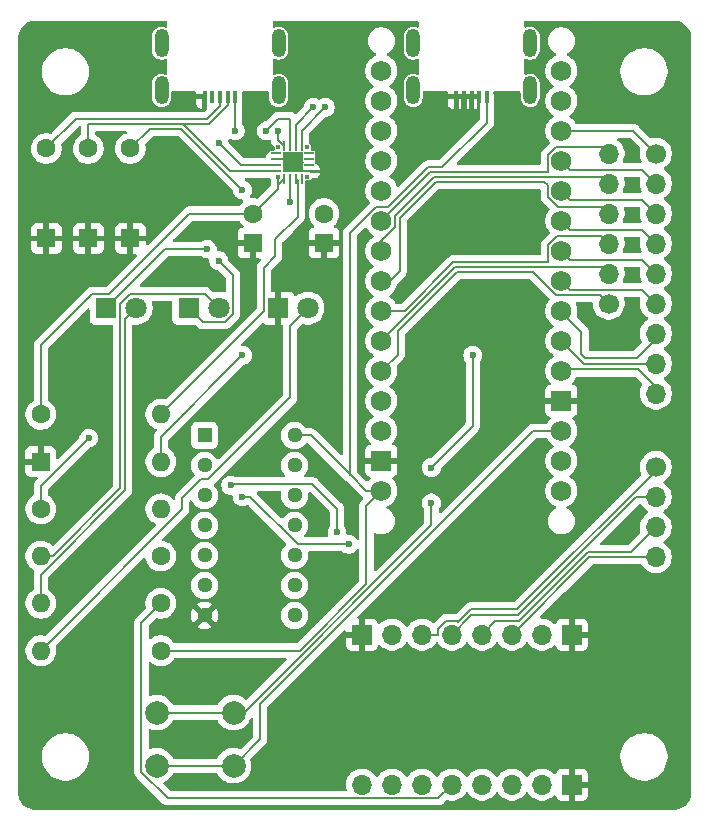
<source format=gbr>
%TF.GenerationSoftware,KiCad,Pcbnew,9.0.1-9.0.1-0~ubuntu24.04.1*%
%TF.CreationDate,2025-04-06T11:40:15+01:00*%
%TF.ProjectId,NanoMotorBreakout,4e616e6f-4d6f-4746-9f72-427265616b6f,rev?*%
%TF.SameCoordinates,Original*%
%TF.FileFunction,Copper,L1,Top*%
%TF.FilePolarity,Positive*%
%FSLAX46Y46*%
G04 Gerber Fmt 4.6, Leading zero omitted, Abs format (unit mm)*
G04 Created by KiCad (PCBNEW 9.0.1-9.0.1-0~ubuntu24.04.1) date 2025-04-06 11:40:15*
%MOMM*%
%LPD*%
G01*
G04 APERTURE LIST*
%TA.AperFunction,ComponentPad*%
%ADD10C,1.700000*%
%TD*%
%TA.AperFunction,ComponentPad*%
%ADD11O,1.700000X1.700000*%
%TD*%
%TA.AperFunction,ComponentPad*%
%ADD12R,1.295400X1.295400*%
%TD*%
%TA.AperFunction,ComponentPad*%
%ADD13C,1.295400*%
%TD*%
%TA.AperFunction,ComponentPad*%
%ADD14C,2.000000*%
%TD*%
%TA.AperFunction,ComponentPad*%
%ADD15C,1.600000*%
%TD*%
%TA.AperFunction,ComponentPad*%
%ADD16O,1.600000X1.600000*%
%TD*%
%TA.AperFunction,ComponentPad*%
%ADD17R,1.600000X1.600000*%
%TD*%
%TA.AperFunction,ComponentPad*%
%ADD18R,1.700000X1.700000*%
%TD*%
%TA.AperFunction,SMDPad,CuDef*%
%ADD19R,0.457200X1.092200*%
%TD*%
%TA.AperFunction,ComponentPad*%
%ADD20O,1.200000X2.400000*%
%TD*%
%TA.AperFunction,ComponentPad*%
%ADD21R,1.800000X1.800000*%
%TD*%
%TA.AperFunction,ComponentPad*%
%ADD22C,1.800000*%
%TD*%
%TA.AperFunction,SMDPad,CuDef*%
%ADD23R,0.355600X0.355600*%
%TD*%
%TA.AperFunction,SMDPad,CuDef*%
%ADD24R,0.812800X0.254000*%
%TD*%
%TA.AperFunction,SMDPad,CuDef*%
%ADD25R,0.254000X0.812800*%
%TD*%
%TA.AperFunction,SMDPad,CuDef*%
%ADD26R,1.701800X1.701800*%
%TD*%
%TA.AperFunction,ComponentPad*%
%ADD27C,1.727200*%
%TD*%
%TA.AperFunction,ComponentPad*%
%ADD28R,1.727200X1.727200*%
%TD*%
%TA.AperFunction,ViaPad*%
%ADD29C,0.600000*%
%TD*%
%TA.AperFunction,Conductor*%
%ADD30C,0.200000*%
%TD*%
G04 APERTURE END LIST*
D10*
%TO.P,J4,1,Pin_1*%
%TO.N,Net-(J4-Pin_1)*%
X177240000Y-80760000D03*
D11*
%TO.P,J4,2,Pin_2*%
%TO.N,Net-(J4-Pin_2)*%
X177240000Y-78220000D03*
%TO.P,J4,3,Pin_3*%
%TO.N,Net-(A1-A5{slash}SCL)*%
X177240000Y-75680000D03*
%TO.P,J4,4,Pin_4*%
%TO.N,Net-(A1-A4{slash}SDA)*%
X177240000Y-73140000D03*
%TO.P,J4,5,Pin_5*%
%TO.N,Net-(J4-Pin_5)*%
X177240000Y-70600000D03*
%TO.P,J4,6,Pin_6*%
%TO.N,Net-(J4-Pin_6)*%
X177240000Y-68060000D03*
%TD*%
D12*
%TO.P,U1,1,IN1*%
%TO.N,DirB*%
X143030000Y-91920000D03*
D13*
%TO.P,U1,2,OUT1*%
%TO.N,!DirB*%
X143030000Y-94460000D03*
%TO.P,U1,3,IN2*%
%TO.N,DirA*%
X143030000Y-97000000D03*
%TO.P,U1,4,OUT2*%
%TO.N,!DirA*%
X143030000Y-99540000D03*
%TO.P,U1,5,IN3*%
%TO.N,unconnected-(U1-IN3-Pad5)*%
X143030000Y-102080000D03*
%TO.P,U1,6,OUT3*%
%TO.N,unconnected-(U1-OUT3-Pad6)*%
X143030000Y-104620000D03*
%TO.P,U1,7,VSS*%
%TO.N,GND*%
X143030000Y-107160000D03*
%TO.P,U1,8,OUT4*%
%TO.N,unconnected-(U1-OUT4-Pad8)*%
X150650000Y-107160000D03*
%TO.P,U1,9,IN4*%
%TO.N,unconnected-(U1-IN4-Pad9)*%
X150650000Y-104620000D03*
%TO.P,U1,10,OUT5*%
%TO.N,unconnected-(U1-OUT5-Pad10)*%
X150650000Y-102080000D03*
%TO.P,U1,11,IN5*%
%TO.N,unconnected-(U1-IN5-Pad11)*%
X150650000Y-99540000D03*
%TO.P,U1,12,OUT6*%
%TO.N,unconnected-(U1-OUT6-Pad12)*%
X150650000Y-97000000D03*
%TO.P,U1,13,IN6*%
%TO.N,unconnected-(U1-IN6-Pad13)*%
X150650000Y-94460000D03*
%TO.P,U1,14,VDD*%
%TO.N,+5V*%
X150650000Y-91920000D03*
%TD*%
D14*
%TO.P,SW2,1,1*%
%TO.N,Net-(A1-RESET-PadRST2)*%
X138990000Y-115390000D03*
X145490000Y-115390000D03*
%TO.P,SW2,2,2*%
%TO.N,Net-(A1-RESET-PadRST1)*%
X138990000Y-119890000D03*
X145490000Y-119890000D03*
%TD*%
D10*
%TO.P,J5,1,Pin_1*%
%TO.N,Net-(J5-Pin_1)*%
X181240000Y-68060000D03*
D11*
%TO.P,J5,2,Pin_2*%
%TO.N,Net-(J5-Pin_2)*%
X181240000Y-70600000D03*
%TO.P,J5,3,Pin_3*%
%TO.N,Net-(J5-Pin_3)*%
X181240000Y-73140000D03*
%TO.P,J5,4,Pin_4*%
%TO.N,Net-(J5-Pin_4)*%
X181240000Y-75680000D03*
%TO.P,J5,5,Pin_5*%
%TO.N,Net-(J5-Pin_5)*%
X181240000Y-78220000D03*
%TO.P,J5,6,Pin_6*%
%TO.N,Net-(J5-Pin_6)*%
X181240000Y-80760000D03*
%TO.P,J5,7,Pin_7*%
%TO.N,Net-(J5-Pin_7)*%
X181240000Y-83300000D03*
%TO.P,J5,8,Pin_8*%
%TO.N,Net-(J5-Pin_8)*%
X181240000Y-85840000D03*
%TO.P,J5,9,Pin_9*%
%TO.N,Net-(J5-Pin_9)*%
X181240000Y-88380000D03*
%TD*%
D15*
%TO.P,R1,1*%
%TO.N,+3.3V*%
X129160000Y-90140000D03*
D16*
%TO.P,R1,2*%
%TO.N,Net-(U2-RSTB)*%
X139320000Y-90140000D03*
%TD*%
D17*
%TO.P,R2,1*%
%TO.N,GND*%
X129160000Y-94140000D03*
D16*
%TO.P,R2,2*%
%TO.N,Net-(D1-K)*%
X139320000Y-94140000D03*
%TD*%
D15*
%TO.P,C2,1*%
%TO.N,+3.3V*%
X153140000Y-73134888D03*
D17*
%TO.P,C2,2*%
%TO.N,GND*%
X153140000Y-75634888D03*
%TD*%
D15*
%TO.P,D3,1,K*%
%TO.N,USB_D+*%
X129640000Y-67630000D03*
D17*
%TO.P,D3,2,A*%
%TO.N,GND*%
X129640000Y-75250000D03*
%TD*%
D11*
%TO.P,M1,1,PWMA*%
%TO.N,PWMA*%
X156350000Y-121490000D03*
%TO.P,M1,2,AIN2*%
%TO.N,!DirA*%
X158890000Y-121490000D03*
%TO.P,M1,3,AIN1*%
%TO.N,DirA*%
X161430000Y-121490000D03*
%TO.P,M1,4,~{STBY}*%
%TO.N,+3.3V*%
X163970000Y-121490000D03*
%TO.P,M1,5,BIN1*%
%TO.N,DirB*%
X166510000Y-121490000D03*
%TO.P,M1,6,BIN2*%
%TO.N,!DirB*%
X169050000Y-121490000D03*
%TO.P,M1,7,PWMB*%
%TO.N,PWMB*%
X171590000Y-121490000D03*
D18*
%TO.P,M1,8,GND*%
%TO.N,GND*%
X174130000Y-121490000D03*
%TO.P,M1,9,GND*%
X174130000Y-108790000D03*
D11*
%TO.P,M1,10,VMOT*%
%TO.N,+5V*%
X171590000Y-108790000D03*
%TO.P,M1,11,BO1*%
%TO.N,Net-(J1-Pin_4)*%
X169050000Y-108790000D03*
%TO.P,M1,12,BO2*%
%TO.N,Net-(J1-Pin_3)*%
X166510000Y-108790000D03*
%TO.P,M1,13,AO2*%
%TO.N,Net-(J1-Pin_2)*%
X163970000Y-108790000D03*
%TO.P,M1,14,AO1*%
%TO.N,Net-(J1-Pin_1)*%
X161430000Y-108790000D03*
%TO.P,M1,15,VCC*%
%TO.N,+3.3V*%
X158890000Y-108790000D03*
D18*
%TO.P,M1,16,GND*%
%TO.N,GND*%
X156350000Y-108790000D03*
%TD*%
D15*
%TO.P,D1,1,K*%
%TO.N,Net-(D1-K)*%
X136740000Y-67630000D03*
D17*
%TO.P,D1,2,A*%
%TO.N,GND*%
X136740000Y-75250000D03*
%TD*%
D15*
%TO.P,R4,1*%
%TO.N,+3.3V*%
X139320000Y-102140000D03*
D16*
%TO.P,R4,2*%
%TO.N,Net-(D4-A)*%
X129160000Y-102140000D03*
%TD*%
D19*
%TO.P,J2 Serial,1,1*%
%TO.N,USB_VBUS*%
X145640000Y-63231101D03*
%TO.P,J2 Serial,2,2*%
%TO.N,USB_D-*%
X144989999Y-63231101D03*
%TO.P,J2 Serial,3,3*%
%TO.N,USB_D+*%
X144340000Y-63231101D03*
%TO.P,J2 Serial,4,4*%
%TO.N,unconnected-(J2-Pad4)*%
X143690001Y-63231101D03*
%TO.P,J2 Serial,5,5*%
%TO.N,GND*%
X143040000Y-63231101D03*
D20*
%TO.P,J2 Serial,6*%
%TO.N,N/C*%
X149290000Y-62711102D03*
X149290000Y-58711100D03*
X139390000Y-62711102D03*
X139390000Y-58711100D03*
%TD*%
D15*
%TO.P,D2,1,K*%
%TO.N,USB_D-*%
X133190000Y-67630000D03*
D17*
%TO.P,D2,2,A*%
%TO.N,GND*%
X133190000Y-75250000D03*
%TD*%
D21*
%TO.P,D5,1,K*%
%TO.N,Net-(D5-K)*%
X134700000Y-81140000D03*
D22*
%TO.P,D5,2,A*%
%TO.N,Net-(D5-A)*%
X137240000Y-81140000D03*
%TD*%
D19*
%TO.P,J3 Power,1,1*%
%TO.N,+5V*%
X166940000Y-63231101D03*
%TO.P,J3 Power,2,2*%
%TO.N,GND*%
X166289999Y-63231101D03*
%TO.P,J3 Power,3,3*%
X165640000Y-63231101D03*
%TO.P,J3 Power,4,4*%
X164990001Y-63231101D03*
%TO.P,J3 Power,5,5*%
X164340000Y-63231101D03*
D20*
%TO.P,J3 Power,6*%
%TO.N,N/C*%
X170590000Y-62711102D03*
X170590000Y-58711100D03*
X160690000Y-62711102D03*
X160690000Y-58711100D03*
%TD*%
D15*
%TO.P,C1,1*%
%TO.N,+3.3V*%
X147140000Y-73134888D03*
D17*
%TO.P,C1,2*%
%TO.N,GND*%
X147140000Y-75634888D03*
%TD*%
D23*
%TO.P,U2,1,GPIO.1_/_RS485*%
%TO.N,unconnected-(U2-GPIO.1_{slash}_RS485-Pad1)*%
X149240000Y-67539878D03*
D24*
%TO.P,U2,2,GPIO.0_/CLK*%
%TO.N,unconnected-(U2-GPIO.0_{slash}CLK-Pad2)*%
X149093000Y-68039750D03*
%TO.P,U2,3,GND*%
%TO.N,GND*%
X149093000Y-68539876D03*
%TO.P,U2,4,D+*%
%TO.N,USB_D+*%
X149093000Y-69040002D03*
%TO.P,U2,5,D-*%
%TO.N,USB_D-*%
X149093000Y-69540128D03*
D23*
%TO.P,U2,6,VDD*%
%TO.N,+3.3V*%
X149240000Y-70040000D03*
D25*
%TO.P,U2,7,VREGIN*%
X149739811Y-70186939D03*
%TO.P,U2,8,VBUS*%
%TO.N,Net-(D1-K)*%
X150239937Y-70186939D03*
%TO.P,U2,9,RSTB*%
%TO.N,Net-(U2-RSTB)*%
X150740063Y-70186939D03*
%TO.P,U2,10,NC*%
%TO.N,unconnected-(U2-NC-Pad10)*%
X151240189Y-70186939D03*
D23*
%TO.P,U2,11,SUSPENDB*%
%TO.N,unconnected-(U2-SUSPENDB-Pad11)*%
X151740000Y-70040000D03*
D24*
%TO.P,U2,12,GND*%
%TO.N,GND*%
X151887000Y-69540128D03*
%TO.P,U2,13,WAKEUP*%
%TO.N,unconnected-(U2-WAKEUP-Pad13)*%
X151887000Y-69040002D03*
%TO.P,U2,14,SUSPEND*%
%TO.N,unconnected-(U2-SUSPEND-Pad14)*%
X151887000Y-68539876D03*
%TO.P,U2,15,CTS*%
%TO.N,unconnected-(U2-CTS-Pad15)*%
X151887000Y-68039750D03*
D23*
%TO.P,U2,16,RTS*%
%TO.N,unconnected-(U2-RTS-Pad16)*%
X151740000Y-67539878D03*
D25*
%TO.P,U2,17,RXD*%
%TO.N,TX*%
X151240189Y-67392939D03*
%TO.P,U2,18,TXD*%
%TO.N,RX*%
X150740063Y-67392939D03*
%TO.P,U2,19,GPIO.3_/_RXT*%
%TO.N,Net-(D5-K)*%
X150239937Y-67392939D03*
%TO.P,U2,20,GPIO.2_/_TXT*%
%TO.N,Net-(D4-K)*%
X149739811Y-67392939D03*
D26*
%TO.P,U2,21,EPAD*%
%TO.N,GND*%
X150490000Y-68789939D03*
%TD*%
D21*
%TO.P,D4,1,K*%
%TO.N,Net-(D4-K)*%
X141700000Y-81140000D03*
D22*
%TO.P,D4,2,A*%
%TO.N,Net-(D4-A)*%
X144240000Y-81140000D03*
%TD*%
D15*
%TO.P,R5,1*%
%TO.N,+3.3V*%
X139320000Y-106140000D03*
D16*
%TO.P,R5,2*%
%TO.N,Net-(D5-A)*%
X129160000Y-106140000D03*
%TD*%
D27*
%TO.P,A1,3V3,3.3V*%
%TO.N,+3.3V*%
X158000000Y-63600000D03*
%TO.P,A1,5V,5V*%
%TO.N,unconnected-(A1-Pad5V)*%
X158000000Y-89000000D03*
%TO.P,A1,A0,A0*%
%TO.N,DirB*%
X158000000Y-68680000D03*
%TO.P,A1,A1,A1*%
%TO.N,DirA*%
X158000000Y-71220000D03*
%TO.P,A1,A2,A2*%
%TO.N,Net-(J4-Pin_6)*%
X158000000Y-73760000D03*
%TO.P,A1,A3,A3*%
%TO.N,Net-(J4-Pin_5)*%
X158000000Y-76300000D03*
%TO.P,A1,A4,A4/SDA*%
%TO.N,Net-(A1-A4{slash}SDA)*%
X158000000Y-78840000D03*
%TO.P,A1,A5,A5/SCL*%
%TO.N,Net-(A1-A5{slash}SCL)*%
X158000000Y-81380000D03*
%TO.P,A1,A6,A6*%
%TO.N,Net-(J4-Pin_2)*%
X158000000Y-83920000D03*
%TO.P,A1,A7,A7*%
%TO.N,Net-(J4-Pin_1)*%
X158000000Y-86460000D03*
%TO.P,A1,AREF,AREF*%
%TO.N,unconnected-(A1-PadAREF)*%
X158000000Y-66140000D03*
%TO.P,A1,D0,D0/RX*%
%TO.N,RX*%
X173240000Y-94080000D03*
%TO.P,A1,D1,D1/TX*%
%TO.N,TX*%
X173240000Y-96620000D03*
%TO.P,A1,D2,D2*%
%TO.N,Net-(J5-Pin_9)*%
X173240000Y-86460000D03*
%TO.P,A1,D3,D3*%
%TO.N,Net-(J5-Pin_8)*%
X173240000Y-83920000D03*
%TO.P,A1,D4,D4*%
%TO.N,Net-(J5-Pin_7)*%
X173240000Y-81380000D03*
%TO.P,A1,D5,D5*%
%TO.N,Net-(J5-Pin_6)*%
X173240000Y-78840000D03*
%TO.P,A1,D6,D6*%
%TO.N,Net-(J5-Pin_5)*%
X173240000Y-76300000D03*
%TO.P,A1,D7,D7*%
%TO.N,Net-(J5-Pin_4)*%
X173240000Y-73760000D03*
%TO.P,A1,D8,D8*%
%TO.N,Net-(J5-Pin_3)*%
X173240000Y-71220000D03*
%TO.P,A1,D9,D9*%
%TO.N,Net-(J5-Pin_2)*%
X173240000Y-68680000D03*
%TO.P,A1,D10,D10*%
%TO.N,Net-(J5-Pin_1)*%
X173240000Y-66140000D03*
%TO.P,A1,D11,D11_MOSI*%
%TO.N,PWMB*%
X173240000Y-63600000D03*
%TO.P,A1,D12,D12_MISO*%
%TO.N,PWMA*%
X173240000Y-61060000D03*
%TO.P,A1,D13,D13_SCK*%
%TO.N,unconnected-(A1-D13_SCK-PadD13)*%
X158000000Y-61060000D03*
D28*
%TO.P,A1,GND1,GND*%
%TO.N,GND*%
X173240000Y-89000000D03*
%TO.P,A1,GND2,GND*%
X158000000Y-94080000D03*
D27*
%TO.P,A1,RST1,RESET*%
%TO.N,Net-(A1-RESET-PadRST1)*%
X173240000Y-91540000D03*
%TO.P,A1,RST2,RESET*%
%TO.N,Net-(A1-RESET-PadRST2)*%
X158000000Y-91540000D03*
%TO.P,A1,VIN,VIN*%
%TO.N,+5V*%
X158000000Y-96620000D03*
%TD*%
D21*
%TO.P,D6,1,K*%
%TO.N,GND*%
X149240000Y-81140000D03*
D22*
%TO.P,D6,2,A*%
%TO.N,Net-(D6-A)*%
X151780000Y-81140000D03*
%TD*%
D10*
%TO.P,J1,1,Pin_1*%
%TO.N,Net-(J1-Pin_1)*%
X181240000Y-94600000D03*
D11*
%TO.P,J1,2,Pin_2*%
%TO.N,Net-(J1-Pin_2)*%
X181240000Y-97140000D03*
%TO.P,J1,3,Pin_3*%
%TO.N,Net-(J1-Pin_3)*%
X181240000Y-99680000D03*
%TO.P,J1,4,Pin_4*%
%TO.N,Net-(J1-Pin_4)*%
X181240000Y-102220000D03*
%TD*%
D15*
%TO.P,R6,1*%
%TO.N,+5V*%
X139320000Y-110140000D03*
D16*
%TO.P,R6,2*%
%TO.N,Net-(D6-A)*%
X129160000Y-110140000D03*
%TD*%
D15*
%TO.P,R3,1*%
%TO.N,Net-(D1-K)*%
X129160000Y-98140000D03*
D16*
%TO.P,R3,2*%
%TO.N,USB_VBUS*%
X139320000Y-98140000D03*
%TD*%
D29*
%TO.N,RX*%
X152240000Y-64140000D03*
%TO.N,GND*%
X167340000Y-74940000D03*
X178540000Y-100140000D03*
X163240000Y-104140000D03*
X168240000Y-66140000D03*
X148240000Y-112140000D03*
X142240000Y-117140000D03*
X179240000Y-68140000D03*
X179240000Y-73640000D03*
X147740000Y-70390000D03*
X134240000Y-102140000D03*
X179240000Y-78640000D03*
X179240000Y-75640000D03*
X179240000Y-70640000D03*
X179240000Y-83540000D03*
X152240000Y-60140000D03*
X160740000Y-96640000D03*
X141490000Y-77640000D03*
X156240000Y-85140000D03*
X149240000Y-97140000D03*
X141240000Y-75140000D03*
%TO.N,TX*%
X153240000Y-64140000D03*
%TO.N,PWMA*%
X162240000Y-94640000D03*
X165740000Y-85140000D03*
%TO.N,DirB*%
X155240000Y-101140000D03*
X146240000Y-97140000D03*
%TO.N,Net-(D1-K)*%
X146240000Y-85140000D03*
X150240000Y-72140000D03*
X133240000Y-92140000D03*
X146240000Y-71140000D03*
%TO.N,USB_D+*%
X144240000Y-67140000D03*
%TO.N,Net-(D4-K)*%
X149240000Y-66140000D03*
X144240000Y-77140000D03*
%TO.N,Net-(D5-K)*%
X148240000Y-66140000D03*
X143240000Y-76140000D03*
%TO.N,USB_VBUS*%
X145640000Y-66140000D03*
%TO.N,!DirB*%
X145240000Y-96140000D03*
X154240000Y-100140000D03*
%TO.N,Net-(A1-RESET-PadRST2)*%
X162240000Y-97640000D03*
%TD*%
D30*
%TO.N,Net-(J5-Pin_8)*%
X175160000Y-85840000D02*
X173240000Y-83920000D01*
X181240000Y-85840000D02*
X175160000Y-85840000D01*
%TO.N,+3.3V*%
X134941000Y-79939000D02*
X133499000Y-79939000D01*
X149240000Y-70686750D02*
X149739811Y-70186939D01*
X141745112Y-73134888D02*
X134941000Y-79939000D01*
X162819000Y-122641000D02*
X163970000Y-121490000D01*
X149240000Y-70040000D02*
X149240000Y-71034888D01*
X139320000Y-106140000D02*
X137689000Y-107771000D01*
X149240000Y-71034888D02*
X147140000Y-73134888D01*
X147140000Y-73134888D02*
X141745112Y-73134888D01*
X149240000Y-71034888D02*
X149240000Y-70686750D01*
X129160000Y-84278000D02*
X129160000Y-90140000D01*
X137689000Y-107771000D02*
X137689000Y-120428892D01*
X139901108Y-122641000D02*
X162819000Y-122641000D01*
X133499000Y-79939000D02*
X129160000Y-84278000D01*
X137689000Y-120428892D02*
X139901108Y-122641000D01*
%TO.N,Net-(J5-Pin_4)*%
X181240000Y-75680000D02*
X180089000Y-74529000D01*
X180089000Y-74529000D02*
X174009000Y-74529000D01*
X174009000Y-74529000D02*
X173240000Y-73760000D01*
%TO.N,Net-(J5-Pin_7)*%
X174940000Y-85052900D02*
X174940000Y-83140000D01*
X174940000Y-83140000D02*
X173240000Y-81440000D01*
X179640000Y-85340000D02*
X175227100Y-85340000D01*
X181240000Y-83740000D02*
X179640000Y-85340000D01*
X173240000Y-81440000D02*
X173240000Y-81380000D01*
X175227100Y-85340000D02*
X174940000Y-85052900D01*
X181240000Y-83300000D02*
X181240000Y-83740000D01*
%TO.N,Net-(J5-Pin_1)*%
X181240000Y-68060000D02*
X179320000Y-66140000D01*
X179320000Y-66140000D02*
X173240000Y-66140000D01*
%TO.N,Net-(J4-Pin_5)*%
X162424600Y-70055400D02*
X159164600Y-73315400D01*
X177240000Y-70600000D02*
X176695400Y-70055400D01*
X159164600Y-74315400D02*
X158000000Y-75480000D01*
X159164600Y-73315400D02*
X159164600Y-74315400D01*
X176695400Y-70055400D02*
X162424600Y-70055400D01*
X158000000Y-75480000D02*
X158000000Y-76300000D01*
%TO.N,Net-(J5-Pin_3)*%
X181240000Y-73140000D02*
X180089000Y-71989000D01*
X180089000Y-71989000D02*
X174009000Y-71989000D01*
X174009000Y-71989000D02*
X173240000Y-71220000D01*
%TO.N,Net-(J4-Pin_6)*%
X177240000Y-68060000D02*
X176695400Y-67515400D01*
X162120000Y-69640000D02*
X158000000Y-73760000D01*
X176695400Y-67515400D02*
X172757606Y-67515400D01*
X172757606Y-67515400D02*
X172075400Y-68197606D01*
X172075400Y-68197606D02*
X172075400Y-69640000D01*
X172075400Y-69640000D02*
X162120000Y-69640000D01*
%TO.N,Net-(J4-Pin_2)*%
X177240000Y-78220000D02*
X176695400Y-77675400D01*
X176695400Y-77675400D02*
X164244600Y-77675400D01*
X164244600Y-77675400D02*
X158000000Y-83920000D01*
%TO.N,Net-(J5-Pin_6)*%
X174009000Y-79609000D02*
X173240000Y-78840000D01*
X181240000Y-80760000D02*
X180089000Y-79609000D01*
X180089000Y-79609000D02*
X174009000Y-79609000D01*
%TO.N,RX*%
X150740063Y-65639937D02*
X150740063Y-67392939D01*
X152240000Y-64140000D02*
X150740063Y-65639937D01*
%TO.N,GND*%
X149093000Y-68539876D02*
X150239937Y-68539876D01*
X150239937Y-68539876D02*
X150490000Y-68789939D01*
X151240189Y-69540128D02*
X150490000Y-68789939D01*
X151887000Y-69540128D02*
X151240189Y-69540128D01*
%TO.N,Net-(A1-RESET-PadRST1)*%
X173240000Y-91540000D02*
X170840000Y-91540000D01*
X170840000Y-91540000D02*
X147740000Y-114640000D01*
X147740000Y-114640000D02*
X147740000Y-117640000D01*
X147740000Y-117640000D02*
X145490000Y-119890000D01*
X145490000Y-119890000D02*
X138990000Y-119890000D01*
%TO.N,Net-(A1-A5{slash}SCL)*%
X176600000Y-75040000D02*
X172853006Y-75040000D01*
X164078500Y-77274400D02*
X159972900Y-81380000D01*
X177240000Y-75680000D02*
X176600000Y-75040000D01*
X172075400Y-77274400D02*
X164078500Y-77274400D01*
X172853006Y-75040000D02*
X172075400Y-75817606D01*
X172075400Y-75817606D02*
X172075400Y-77274400D01*
X159972900Y-81380000D02*
X158000000Y-81380000D01*
%TO.N,Net-(J5-Pin_2)*%
X180089000Y-69449000D02*
X174009000Y-69449000D01*
X174009000Y-69449000D02*
X173240000Y-68680000D01*
X181240000Y-70600000D02*
X180089000Y-69449000D01*
%TO.N,TX*%
X151240189Y-66139811D02*
X151240189Y-67392939D01*
X153240000Y-64140000D02*
X151240189Y-66139811D01*
%TO.N,PWMA*%
X165740000Y-91140000D02*
X162240000Y-94640000D01*
X165740000Y-85140000D02*
X165740000Y-91140000D01*
%TO.N,Net-(A1-A4{slash}SDA)*%
X159565600Y-78014400D02*
X158740000Y-78840000D01*
X172968406Y-72595400D02*
X172075400Y-71702394D01*
X177240000Y-73140000D02*
X176695400Y-72595400D01*
X159565600Y-73481500D02*
X159565600Y-78014400D01*
X172075400Y-71702394D02*
X172075400Y-70737606D01*
X158740000Y-78840000D02*
X158000000Y-78840000D01*
X171794194Y-70456400D02*
X162590700Y-70456400D01*
X162590700Y-70456400D02*
X159565600Y-73481500D01*
X172075400Y-70737606D02*
X171794194Y-70456400D01*
X176695400Y-72595400D02*
X172968406Y-72595400D01*
%TO.N,Net-(J4-Pin_1)*%
X176490000Y-80010000D02*
X173727794Y-80010000D01*
X159375400Y-83111700D02*
X159375400Y-85084600D01*
X164410700Y-78076400D02*
X159375400Y-83111700D01*
X172757606Y-80004600D02*
X170829406Y-78076400D01*
X173727794Y-80010000D02*
X173722394Y-80004600D01*
X170829406Y-78076400D02*
X164410700Y-78076400D01*
X173722394Y-80004600D02*
X172757606Y-80004600D01*
X177240000Y-80760000D02*
X176490000Y-80010000D01*
X159375400Y-85084600D02*
X158000000Y-86460000D01*
%TO.N,Net-(J5-Pin_9)*%
X181240000Y-88380000D02*
X181240000Y-87840000D01*
X179740000Y-86340000D02*
X173360000Y-86340000D01*
X181240000Y-87840000D02*
X179740000Y-86340000D01*
X173360000Y-86340000D02*
X173240000Y-86460000D01*
%TO.N,DirB*%
X155240000Y-101140000D02*
X150908334Y-101140000D01*
X150908334Y-101140000D02*
X146908334Y-97140000D01*
X146908334Y-97140000D02*
X146240000Y-97140000D01*
%TO.N,Net-(J5-Pin_5)*%
X181240000Y-78220000D02*
X180089000Y-77069000D01*
X180089000Y-77069000D02*
X174009000Y-77069000D01*
X174009000Y-77069000D02*
X173240000Y-76300000D01*
%TO.N,+5V*%
X155340000Y-95240000D02*
X155340000Y-74773006D01*
X155390000Y-95290000D02*
X155340000Y-95240000D01*
X151072900Y-110140000D02*
X139320000Y-110140000D01*
X156740000Y-104472900D02*
X151072900Y-110140000D01*
X156720000Y-96620000D02*
X155390000Y-95290000D01*
X157517606Y-72595400D02*
X158597500Y-72595400D01*
X158597500Y-72595400D02*
X161953900Y-69239000D01*
X150650000Y-91920000D02*
X152020000Y-91920000D01*
X152020000Y-91920000D02*
X155390000Y-95290000D01*
X156740000Y-97880000D02*
X156740000Y-104472900D01*
X155340000Y-74773006D02*
X157517606Y-72595400D01*
X158000000Y-96620000D02*
X156720000Y-96620000D01*
X166940000Y-65440000D02*
X166940000Y-63231101D01*
X161953900Y-69239000D02*
X163141000Y-69239000D01*
X158000000Y-96620000D02*
X156740000Y-97880000D01*
X163141000Y-69239000D02*
X166940000Y-65440000D01*
%TO.N,Net-(D1-K)*%
X129160000Y-96220000D02*
X129160000Y-98140000D01*
X139320000Y-92060000D02*
X146240000Y-85140000D01*
X136740000Y-67630000D02*
X138428000Y-65942000D01*
X139320000Y-94140000D02*
X139320000Y-92060000D01*
X150240000Y-70187002D02*
X150239937Y-70186939D01*
X150240000Y-72140000D02*
X150240000Y-70187002D01*
X133240000Y-92140000D02*
X129160000Y-96220000D01*
X138428000Y-65942000D02*
X141042000Y-65942000D01*
X141042000Y-65942000D02*
X146240000Y-71140000D01*
%TO.N,USB_D-*%
X143807100Y-65140000D02*
X143406100Y-65541000D01*
X133190000Y-65541000D02*
X133190000Y-67630000D01*
X143406100Y-65541000D02*
X140240000Y-65541000D01*
X141208100Y-65541000D02*
X140240000Y-65541000D01*
X143827200Y-65140000D02*
X143807100Y-65140000D01*
X140240000Y-65541000D02*
X133190000Y-65541000D01*
X144989999Y-63231101D02*
X144989999Y-63977201D01*
X145207228Y-69540128D02*
X141208100Y-65541000D01*
X144989999Y-63977201D02*
X143827200Y-65140000D01*
X149093000Y-69540128D02*
X145207228Y-69540128D01*
%TO.N,USB_D+*%
X146140002Y-69040002D02*
X144240000Y-67140000D01*
X149093000Y-69040002D02*
X146140002Y-69040002D01*
X144340000Y-63231101D02*
X144340000Y-64040000D01*
X143240000Y-65140000D02*
X132130000Y-65140000D01*
X144340000Y-64040000D02*
X143240000Y-65140000D01*
X132130000Y-65140000D02*
X129640000Y-67630000D01*
%TO.N,Net-(D4-K)*%
X141700000Y-81140000D02*
X142901000Y-82341000D01*
X149240000Y-66140000D02*
X149240000Y-66893128D01*
X142901000Y-82341000D02*
X144737471Y-82341000D01*
X145441000Y-81637471D02*
X145441000Y-78341000D01*
X149240000Y-66893128D02*
X149739811Y-67392939D01*
X144737471Y-82341000D02*
X145441000Y-81637471D01*
X145441000Y-78341000D02*
X144240000Y-77140000D01*
%TO.N,Net-(D4-A)*%
X135901000Y-80780529D02*
X136742529Y-79939000D01*
X130172900Y-102140000D02*
X135901000Y-96411900D01*
X143039000Y-79939000D02*
X144240000Y-81140000D01*
X129160000Y-102140000D02*
X130172900Y-102140000D01*
X136742529Y-79939000D02*
X143039000Y-79939000D01*
X135901000Y-96411900D02*
X135901000Y-80780529D01*
%TO.N,Net-(D5-K)*%
X149240000Y-65140000D02*
X150239937Y-65140000D01*
X150239937Y-65140000D02*
X150239937Y-67392939D01*
X139700000Y-76140000D02*
X143240000Y-76140000D01*
X134700000Y-81140000D02*
X139700000Y-76140000D01*
X148240000Y-66140000D02*
X149240000Y-65140000D01*
%TO.N,Net-(D5-A)*%
X129160000Y-103720000D02*
X136302000Y-96578000D01*
X136302000Y-96578000D02*
X136302000Y-82078000D01*
X136302000Y-82078000D02*
X137240000Y-81140000D01*
X129160000Y-106140000D02*
X129160000Y-103720000D01*
%TO.N,Net-(D6-A)*%
X129160000Y-110140000D02*
X141148700Y-98151300D01*
X142740000Y-95640000D02*
X143341665Y-95640000D01*
X150291300Y-88690365D02*
X150291300Y-82628700D01*
X141148700Y-97231300D02*
X142740000Y-95640000D01*
X150291300Y-82628700D02*
X151780000Y-81140000D01*
X143341665Y-95640000D02*
X150291300Y-88690365D01*
X141148700Y-98151300D02*
X141148700Y-97231300D01*
%TO.N,Net-(J1-Pin_1)*%
X164446760Y-107639000D02*
X163493240Y-107639000D01*
X162819000Y-108790000D02*
X161430000Y-108790000D01*
X162819000Y-108313240D02*
X162819000Y-108790000D01*
X181240000Y-94600000D02*
X181240000Y-94898700D01*
X169498700Y-106640000D02*
X165552900Y-106640000D01*
X164500330Y-107692570D02*
X164446760Y-107639000D01*
X163493240Y-107639000D02*
X162819000Y-108313240D01*
X181240000Y-94898700D02*
X169498700Y-106640000D01*
X165552900Y-106640000D02*
X164500330Y-107692570D01*
%TO.N,Net-(J1-Pin_2)*%
X165620000Y-107140000D02*
X163970000Y-108790000D01*
X181240000Y-97140000D02*
X179565800Y-97140000D01*
X169565800Y-107140000D02*
X165620000Y-107140000D01*
X179565800Y-97140000D02*
X169565800Y-107140000D01*
%TO.N,Net-(J1-Pin_4)*%
X175620000Y-102220000D02*
X169050000Y-108790000D01*
X181240000Y-102220000D02*
X175620000Y-102220000D01*
%TO.N,Net-(J1-Pin_3)*%
X169527760Y-107640000D02*
X169526760Y-107639000D01*
X169526760Y-107639000D02*
X167661000Y-107639000D01*
X169632900Y-107640000D02*
X169527760Y-107640000D01*
X175453900Y-101819000D02*
X169632900Y-107640000D01*
X181240000Y-99680000D02*
X179101000Y-101819000D01*
X179101000Y-101819000D02*
X175453900Y-101819000D01*
X167661000Y-107639000D02*
X166510000Y-108790000D01*
%TO.N,USB_VBUS*%
X145640000Y-66140000D02*
X145640000Y-63231101D01*
%TO.N,!DirB*%
X145328700Y-96051300D02*
X145240000Y-96140000D01*
X154240000Y-100140000D02*
X154240000Y-98140000D01*
X152151300Y-96051300D02*
X145328700Y-96051300D01*
X154240000Y-98140000D02*
X152151300Y-96051300D01*
%TO.N,Net-(U2-RSTB)*%
X150912189Y-73419749D02*
X150912189Y-70359065D01*
X148039000Y-81421000D02*
X148039000Y-77711000D01*
X149000000Y-76750000D02*
X149000000Y-75331938D01*
X148039000Y-77711000D02*
X149000000Y-76750000D01*
X139320000Y-90140000D02*
X148039000Y-81421000D01*
X149000000Y-75331938D02*
X150912189Y-73419749D01*
X150912189Y-70359065D02*
X150740063Y-70186939D01*
%TO.N,Net-(A1-RESET-PadRST2)*%
X162240000Y-99540000D02*
X162240000Y-97640000D01*
X145490000Y-115390000D02*
X138990000Y-115390000D01*
X146390000Y-115390000D02*
X162240000Y-99540000D01*
X145490000Y-115390000D02*
X146390000Y-115390000D01*
%TD*%
%TA.AperFunction,Conductor*%
%TO.N,GND*%
G36*
X139832839Y-56831785D02*
G01*
X139878594Y-56884589D01*
X139889800Y-56936100D01*
X139889800Y-57266090D01*
X139870115Y-57333129D01*
X139817311Y-57378884D01*
X139748153Y-57388828D01*
X139718348Y-57380651D01*
X139623501Y-57341364D01*
X139623489Y-57341361D01*
X139468845Y-57310600D01*
X139468842Y-57310600D01*
X139311158Y-57310600D01*
X139311155Y-57310600D01*
X139156510Y-57341361D01*
X139156498Y-57341364D01*
X139010827Y-57401702D01*
X139010814Y-57401709D01*
X138879711Y-57489310D01*
X138879707Y-57489313D01*
X138768213Y-57600807D01*
X138768210Y-57600811D01*
X138680609Y-57731914D01*
X138680602Y-57731927D01*
X138620264Y-57877598D01*
X138620261Y-57877610D01*
X138589500Y-58032253D01*
X138589500Y-59389946D01*
X138620261Y-59544589D01*
X138620264Y-59544601D01*
X138680602Y-59690272D01*
X138680609Y-59690285D01*
X138768210Y-59821388D01*
X138768213Y-59821392D01*
X138879707Y-59932886D01*
X138879711Y-59932889D01*
X139010814Y-60020490D01*
X139010827Y-60020497D01*
X139156498Y-60080835D01*
X139156503Y-60080837D01*
X139311153Y-60111599D01*
X139311156Y-60111600D01*
X139311158Y-60111600D01*
X139468844Y-60111600D01*
X139468845Y-60111599D01*
X139623497Y-60080837D01*
X139676498Y-60058883D01*
X139718348Y-60041549D01*
X139787817Y-60034080D01*
X139850296Y-60065355D01*
X139885948Y-60125444D01*
X139889800Y-60156110D01*
X139889800Y-61266092D01*
X139870115Y-61333131D01*
X139817311Y-61378886D01*
X139748153Y-61388830D01*
X139718348Y-61380653D01*
X139623501Y-61341366D01*
X139623489Y-61341363D01*
X139468845Y-61310602D01*
X139468842Y-61310602D01*
X139311158Y-61310602D01*
X139311155Y-61310602D01*
X139156510Y-61341363D01*
X139156498Y-61341366D01*
X139010827Y-61401704D01*
X139010814Y-61401711D01*
X138879711Y-61489312D01*
X138879707Y-61489315D01*
X138768213Y-61600809D01*
X138768210Y-61600813D01*
X138680609Y-61731916D01*
X138680602Y-61731929D01*
X138620264Y-61877600D01*
X138620261Y-61877612D01*
X138589500Y-62032255D01*
X138589500Y-63389948D01*
X138620261Y-63544591D01*
X138620264Y-63544603D01*
X138680602Y-63690274D01*
X138680609Y-63690287D01*
X138768210Y-63821390D01*
X138768213Y-63821394D01*
X138879707Y-63932888D01*
X138879711Y-63932891D01*
X139010814Y-64020492D01*
X139010827Y-64020499D01*
X139110659Y-64061850D01*
X139156503Y-64080839D01*
X139311153Y-64111601D01*
X139311156Y-64111602D01*
X139311158Y-64111602D01*
X139468844Y-64111602D01*
X139468845Y-64111601D01*
X139623497Y-64080839D01*
X139769179Y-64020496D01*
X139900289Y-63932891D01*
X140008135Y-63825045D01*
X142311400Y-63825045D01*
X142317801Y-63884573D01*
X142317803Y-63884580D01*
X142368045Y-64019287D01*
X142368049Y-64019294D01*
X142454209Y-64134388D01*
X142454212Y-64134391D01*
X142569306Y-64220551D01*
X142569313Y-64220555D01*
X142704020Y-64270797D01*
X142704027Y-64270799D01*
X142763555Y-64277200D01*
X142763572Y-64277201D01*
X142811400Y-64277201D01*
X142811400Y-63459701D01*
X142311400Y-63459701D01*
X142311400Y-63825045D01*
X140008135Y-63825045D01*
X140011789Y-63821391D01*
X140099394Y-63690281D01*
X140159737Y-63544599D01*
X140190500Y-63389944D01*
X140190500Y-62904865D01*
X140210185Y-62837826D01*
X140262989Y-62792071D01*
X140316281Y-62784092D01*
X140316281Y-62781100D01*
X140324408Y-62781100D01*
X142187400Y-62781100D01*
X142254439Y-62800785D01*
X142300194Y-62853589D01*
X142311400Y-62905100D01*
X142311400Y-63002501D01*
X142916000Y-63002501D01*
X142983039Y-63022186D01*
X143028794Y-63074990D01*
X143040000Y-63126501D01*
X143040000Y-63231101D01*
X143136901Y-63231101D01*
X143203940Y-63250786D01*
X143249695Y-63303590D01*
X143260901Y-63355101D01*
X143260901Y-63796949D01*
X143266217Y-63823677D01*
X143268600Y-63847865D01*
X143268600Y-64210803D01*
X143248915Y-64277842D01*
X143232281Y-64298484D01*
X143027584Y-64503181D01*
X142966261Y-64536666D01*
X142939903Y-64539500D01*
X132216670Y-64539500D01*
X132216654Y-64539499D01*
X132209058Y-64539499D01*
X132050943Y-64539499D01*
X131974579Y-64559961D01*
X131898214Y-64580423D01*
X131898209Y-64580426D01*
X131761290Y-64659475D01*
X131761282Y-64659481D01*
X130084842Y-66335921D01*
X130023519Y-66369406D01*
X129958848Y-66366173D01*
X129944534Y-66361522D01*
X129769995Y-66333878D01*
X129742352Y-66329500D01*
X129537648Y-66329500D01*
X129513329Y-66333351D01*
X129335465Y-66361522D01*
X129140776Y-66424781D01*
X128958386Y-66517715D01*
X128792786Y-66638028D01*
X128648028Y-66782786D01*
X128527715Y-66948386D01*
X128468800Y-67064014D01*
X128434780Y-67130781D01*
X128407698Y-67214130D01*
X128371522Y-67325465D01*
X128355323Y-67427744D01*
X128339500Y-67527648D01*
X128339500Y-67732352D01*
X128341306Y-67743757D01*
X128371522Y-67934534D01*
X128434781Y-68129223D01*
X128481291Y-68220502D01*
X128514996Y-68286652D01*
X128527715Y-68311613D01*
X128648028Y-68477213D01*
X128792786Y-68621971D01*
X128947749Y-68734556D01*
X128958390Y-68742287D01*
X129056246Y-68792147D01*
X129140776Y-68835218D01*
X129140778Y-68835218D01*
X129140781Y-68835220D01*
X129181650Y-68848499D01*
X129335465Y-68898477D01*
X129364679Y-68903104D01*
X129537648Y-68930500D01*
X129537649Y-68930500D01*
X129742351Y-68930500D01*
X129742352Y-68930500D01*
X129944534Y-68898477D01*
X130139219Y-68835220D01*
X130141031Y-68834297D01*
X130143827Y-68832872D01*
X130321610Y-68742287D01*
X130464462Y-68638500D01*
X130487213Y-68621971D01*
X130487215Y-68621968D01*
X130487219Y-68621966D01*
X130631966Y-68477219D01*
X130631968Y-68477215D01*
X130631971Y-68477213D01*
X130705329Y-68376243D01*
X130752287Y-68311610D01*
X130845220Y-68129219D01*
X130908477Y-67934534D01*
X130940500Y-67732352D01*
X130940500Y-67527648D01*
X130908477Y-67325466D01*
X130903825Y-67311151D01*
X130901832Y-67241312D01*
X130934075Y-67185158D01*
X132342417Y-65776819D01*
X132369344Y-65762115D01*
X132395163Y-65745523D01*
X132401363Y-65744631D01*
X132403740Y-65743334D01*
X132430098Y-65740500D01*
X132465500Y-65740500D01*
X132532539Y-65760185D01*
X132578294Y-65812989D01*
X132589500Y-65864500D01*
X132589500Y-66400397D01*
X132569815Y-66467436D01*
X132521800Y-66510879D01*
X132508389Y-66517712D01*
X132342786Y-66638028D01*
X132198028Y-66782786D01*
X132077715Y-66948386D01*
X132018800Y-67064014D01*
X131984780Y-67130781D01*
X131957698Y-67214130D01*
X131921522Y-67325465D01*
X131905323Y-67427744D01*
X131889500Y-67527648D01*
X131889500Y-67732352D01*
X131891306Y-67743757D01*
X131921522Y-67934534D01*
X131984781Y-68129223D01*
X132031291Y-68220502D01*
X132064996Y-68286652D01*
X132077715Y-68311613D01*
X132198028Y-68477213D01*
X132342786Y-68621971D01*
X132497749Y-68734556D01*
X132508390Y-68742287D01*
X132606246Y-68792147D01*
X132690776Y-68835218D01*
X132690778Y-68835218D01*
X132690781Y-68835220D01*
X132731650Y-68848499D01*
X132885465Y-68898477D01*
X132914679Y-68903104D01*
X133087648Y-68930500D01*
X133087649Y-68930500D01*
X133292351Y-68930500D01*
X133292352Y-68930500D01*
X133494534Y-68898477D01*
X133689219Y-68835220D01*
X133691031Y-68834297D01*
X133693827Y-68832872D01*
X133871610Y-68742287D01*
X134014462Y-68638500D01*
X134037213Y-68621971D01*
X134037215Y-68621968D01*
X134037219Y-68621966D01*
X134181966Y-68477219D01*
X134181968Y-68477215D01*
X134181971Y-68477213D01*
X134255329Y-68376243D01*
X134302287Y-68311610D01*
X134395220Y-68129219D01*
X134458477Y-67934534D01*
X134490500Y-67732352D01*
X134490500Y-67527648D01*
X134467228Y-67380718D01*
X134458477Y-67325465D01*
X134437804Y-67261840D01*
X134395220Y-67130781D01*
X134302287Y-66948390D01*
X134290373Y-66931992D01*
X134181971Y-66782786D01*
X134037213Y-66638028D01*
X133871610Y-66517712D01*
X133858200Y-66510879D01*
X133847138Y-66500431D01*
X133833297Y-66494110D01*
X133822255Y-66476928D01*
X133807406Y-66462903D01*
X133803165Y-66447223D01*
X133795523Y-66435332D01*
X133790500Y-66400397D01*
X133790500Y-66265500D01*
X133810185Y-66198461D01*
X133862989Y-66152706D01*
X133914500Y-66141500D01*
X136329721Y-66141500D01*
X136396760Y-66161185D01*
X136442515Y-66213989D01*
X136452459Y-66283147D01*
X136423434Y-66346703D01*
X136368040Y-66383431D01*
X136240776Y-66424781D01*
X136058386Y-66517715D01*
X135892786Y-66638028D01*
X135748028Y-66782786D01*
X135627715Y-66948386D01*
X135568800Y-67064014D01*
X135534780Y-67130781D01*
X135507698Y-67214130D01*
X135471522Y-67325465D01*
X135455323Y-67427744D01*
X135439500Y-67527648D01*
X135439500Y-67732352D01*
X135441306Y-67743757D01*
X135471522Y-67934534D01*
X135534781Y-68129223D01*
X135581291Y-68220502D01*
X135614996Y-68286652D01*
X135627715Y-68311613D01*
X135748028Y-68477213D01*
X135892786Y-68621971D01*
X136047749Y-68734556D01*
X136058390Y-68742287D01*
X136156246Y-68792147D01*
X136240776Y-68835218D01*
X136240778Y-68835218D01*
X136240781Y-68835220D01*
X136281650Y-68848499D01*
X136435465Y-68898477D01*
X136464679Y-68903104D01*
X136637648Y-68930500D01*
X136637649Y-68930500D01*
X136842351Y-68930500D01*
X136842352Y-68930500D01*
X137044534Y-68898477D01*
X137239219Y-68835220D01*
X137241031Y-68834297D01*
X137243827Y-68832872D01*
X137421610Y-68742287D01*
X137564462Y-68638500D01*
X137587213Y-68621971D01*
X137587215Y-68621968D01*
X137587219Y-68621966D01*
X137731966Y-68477219D01*
X137731968Y-68477215D01*
X137731971Y-68477213D01*
X137805329Y-68376243D01*
X137852287Y-68311610D01*
X137945220Y-68129219D01*
X138008477Y-67934534D01*
X138040500Y-67732352D01*
X138040500Y-67527648D01*
X138008477Y-67325466D01*
X138003825Y-67311151D01*
X138001832Y-67241312D01*
X138034075Y-67185158D01*
X138640416Y-66578819D01*
X138701739Y-66545334D01*
X138728097Y-66542500D01*
X140741903Y-66542500D01*
X140808942Y-66562185D01*
X140829584Y-66578819D01*
X145405425Y-71154660D01*
X145438910Y-71215983D01*
X145439361Y-71218149D01*
X145470261Y-71373491D01*
X145470264Y-71373501D01*
X145530602Y-71519172D01*
X145530609Y-71519185D01*
X145618210Y-71650288D01*
X145618213Y-71650292D01*
X145729707Y-71761786D01*
X145729711Y-71761789D01*
X145860814Y-71849390D01*
X145860827Y-71849397D01*
X145955094Y-71888443D01*
X146006503Y-71909737D01*
X146161153Y-71940499D01*
X146161156Y-71940500D01*
X146195841Y-71940500D01*
X146262880Y-71960185D01*
X146308635Y-72012989D01*
X146318579Y-72082147D01*
X146289554Y-72145703D01*
X146283522Y-72152181D01*
X146148032Y-72287670D01*
X146148028Y-72287674D01*
X146027715Y-72453273D01*
X146020883Y-72466683D01*
X145972909Y-72517479D01*
X145910398Y-72534388D01*
X141666052Y-72534388D01*
X141625131Y-72545352D01*
X141625131Y-72545353D01*
X141587863Y-72555339D01*
X141513326Y-72575311D01*
X141513321Y-72575314D01*
X141376402Y-72654363D01*
X141376394Y-72654369D01*
X138251681Y-75779083D01*
X138190358Y-75812568D01*
X138120666Y-75807584D01*
X138064733Y-75765712D01*
X138040316Y-75700248D01*
X138040000Y-75691402D01*
X138040000Y-75500000D01*
X137055686Y-75500000D01*
X137060080Y-75495606D01*
X137112741Y-75404394D01*
X137140000Y-75302661D01*
X137140000Y-75197339D01*
X137112741Y-75095606D01*
X137060080Y-75004394D01*
X137055686Y-75000000D01*
X138040000Y-75000000D01*
X138040000Y-74402172D01*
X138039999Y-74402155D01*
X138033598Y-74342627D01*
X138033596Y-74342620D01*
X137983354Y-74207913D01*
X137983350Y-74207906D01*
X137897190Y-74092812D01*
X137897187Y-74092809D01*
X137782093Y-74006649D01*
X137782086Y-74006645D01*
X137647379Y-73956403D01*
X137647372Y-73956401D01*
X137587844Y-73950000D01*
X136990000Y-73950000D01*
X136990000Y-74934314D01*
X136985606Y-74929920D01*
X136894394Y-74877259D01*
X136792661Y-74850000D01*
X136687339Y-74850000D01*
X136585606Y-74877259D01*
X136494394Y-74929920D01*
X136490000Y-74934314D01*
X136490000Y-73950000D01*
X135892155Y-73950000D01*
X135832627Y-73956401D01*
X135832620Y-73956403D01*
X135697913Y-74006645D01*
X135697906Y-74006649D01*
X135582812Y-74092809D01*
X135582809Y-74092812D01*
X135496649Y-74207906D01*
X135496645Y-74207913D01*
X135446403Y-74342620D01*
X135446401Y-74342627D01*
X135440000Y-74402155D01*
X135440000Y-75000000D01*
X136424314Y-75000000D01*
X136419920Y-75004394D01*
X136367259Y-75095606D01*
X136340000Y-75197339D01*
X136340000Y-75302661D01*
X136367259Y-75404394D01*
X136419920Y-75495606D01*
X136424314Y-75500000D01*
X135440000Y-75500000D01*
X135440000Y-76097844D01*
X135446401Y-76157372D01*
X135446403Y-76157379D01*
X135496645Y-76292086D01*
X135496649Y-76292093D01*
X135582809Y-76407187D01*
X135582812Y-76407190D01*
X135697906Y-76493350D01*
X135697913Y-76493354D01*
X135832620Y-76543596D01*
X135832627Y-76543598D01*
X135892155Y-76549999D01*
X135892172Y-76550000D01*
X136490000Y-76550000D01*
X136490000Y-75565686D01*
X136494394Y-75570080D01*
X136585606Y-75622741D01*
X136687339Y-75650000D01*
X136792661Y-75650000D01*
X136894394Y-75622741D01*
X136985606Y-75570080D01*
X136990000Y-75565686D01*
X136990000Y-76550000D01*
X137181403Y-76550000D01*
X137248442Y-76569685D01*
X137294197Y-76622489D01*
X137304141Y-76691647D01*
X137275116Y-76755203D01*
X137269084Y-76761681D01*
X134728584Y-79302181D01*
X134667261Y-79335666D01*
X134640903Y-79338500D01*
X133585670Y-79338500D01*
X133585654Y-79338499D01*
X133578058Y-79338499D01*
X133419943Y-79338499D01*
X133343579Y-79358961D01*
X133267214Y-79379423D01*
X133267209Y-79379426D01*
X133130290Y-79458475D01*
X133130282Y-79458481D01*
X128679481Y-83909282D01*
X128679477Y-83909287D01*
X128663028Y-83937780D01*
X128663027Y-83937782D01*
X128600423Y-84046215D01*
X128559499Y-84198943D01*
X128559499Y-84198945D01*
X128559499Y-84367046D01*
X128559500Y-84367059D01*
X128559500Y-88910397D01*
X128539815Y-88977436D01*
X128491800Y-89020879D01*
X128478389Y-89027712D01*
X128312786Y-89148028D01*
X128168028Y-89292786D01*
X128047715Y-89458386D01*
X127954781Y-89640776D01*
X127891522Y-89835465D01*
X127859500Y-90037648D01*
X127859500Y-90242351D01*
X127891522Y-90444534D01*
X127954781Y-90639223D01*
X128018691Y-90764653D01*
X128036739Y-90800073D01*
X128047715Y-90821613D01*
X128168028Y-90987213D01*
X128312786Y-91131971D01*
X128467749Y-91244556D01*
X128478390Y-91252287D01*
X128571669Y-91299815D01*
X128660776Y-91345218D01*
X128660778Y-91345218D01*
X128660781Y-91345220D01*
X128765137Y-91379127D01*
X128855465Y-91408477D01*
X128947677Y-91423082D01*
X129057648Y-91440500D01*
X129057649Y-91440500D01*
X129262351Y-91440500D01*
X129262352Y-91440500D01*
X129464534Y-91408477D01*
X129659219Y-91345220D01*
X129841610Y-91252287D01*
X129934590Y-91184732D01*
X130007213Y-91131971D01*
X130007215Y-91131968D01*
X130007219Y-91131966D01*
X130151966Y-90987219D01*
X130151968Y-90987215D01*
X130151971Y-90987213D01*
X130258996Y-90839903D01*
X130272287Y-90821610D01*
X130365220Y-90639219D01*
X130428477Y-90444534D01*
X130460500Y-90242352D01*
X130460500Y-90037648D01*
X130428477Y-89835465D01*
X130389317Y-89714944D01*
X130365220Y-89640781D01*
X130365218Y-89640778D01*
X130365218Y-89640776D01*
X130331503Y-89574607D01*
X130272287Y-89458390D01*
X130237209Y-89410109D01*
X130151971Y-89292786D01*
X130007213Y-89148028D01*
X129841610Y-89027712D01*
X129828200Y-89020879D01*
X129777406Y-88972903D01*
X129760500Y-88910397D01*
X129760500Y-84578097D01*
X129780185Y-84511058D01*
X129796819Y-84490416D01*
X131429143Y-82858092D01*
X133087821Y-81199413D01*
X133149142Y-81165930D01*
X133218834Y-81170914D01*
X133274767Y-81212786D01*
X133299184Y-81278250D01*
X133299500Y-81287096D01*
X133299500Y-82087870D01*
X133299501Y-82087876D01*
X133305908Y-82147483D01*
X133356202Y-82282328D01*
X133356206Y-82282335D01*
X133442452Y-82397544D01*
X133442455Y-82397547D01*
X133557664Y-82483793D01*
X133557671Y-82483797D01*
X133692517Y-82534091D01*
X133692516Y-82534091D01*
X133699444Y-82534835D01*
X133752127Y-82540500D01*
X135176500Y-82540499D01*
X135243539Y-82560184D01*
X135289294Y-82612987D01*
X135300500Y-82664499D01*
X135300500Y-96111802D01*
X135280815Y-96178841D01*
X135264181Y-96199483D01*
X130249105Y-101214558D01*
X130187782Y-101248043D01*
X130118090Y-101243059D01*
X130073743Y-101214558D01*
X130007213Y-101148028D01*
X129841613Y-101027715D01*
X129841612Y-101027714D01*
X129841610Y-101027713D01*
X129784653Y-100998691D01*
X129659223Y-100934781D01*
X129464534Y-100871522D01*
X129289995Y-100843878D01*
X129262352Y-100839500D01*
X129057648Y-100839500D01*
X129033329Y-100843351D01*
X128855465Y-100871522D01*
X128660776Y-100934781D01*
X128478386Y-101027715D01*
X128312786Y-101148028D01*
X128168028Y-101292786D01*
X128047715Y-101458386D01*
X127954781Y-101640776D01*
X127891522Y-101835465D01*
X127859500Y-102037648D01*
X127859500Y-102242351D01*
X127891522Y-102444534D01*
X127954781Y-102639223D01*
X128005321Y-102738412D01*
X128047147Y-102820500D01*
X128047715Y-102821613D01*
X128168028Y-102987213D01*
X128312786Y-103131971D01*
X128478388Y-103252286D01*
X128478390Y-103252287D01*
X128561507Y-103294637D01*
X128612303Y-103342611D01*
X128629099Y-103410432D01*
X128612601Y-103467121D01*
X128600424Y-103488212D01*
X128600423Y-103488214D01*
X128600423Y-103488215D01*
X128559499Y-103640943D01*
X128559499Y-103640945D01*
X128559499Y-103809046D01*
X128559500Y-103809059D01*
X128559500Y-104910397D01*
X128539815Y-104977436D01*
X128491800Y-105020879D01*
X128478389Y-105027712D01*
X128312786Y-105148028D01*
X128168028Y-105292786D01*
X128047715Y-105458386D01*
X127954781Y-105640776D01*
X127891522Y-105835465D01*
X127859500Y-106037648D01*
X127859500Y-106242351D01*
X127891522Y-106444534D01*
X127954781Y-106639223D01*
X128047715Y-106821613D01*
X128168028Y-106987213D01*
X128312786Y-107131971D01*
X128453629Y-107234297D01*
X128478390Y-107252287D01*
X128578585Y-107303339D01*
X128660776Y-107345218D01*
X128660778Y-107345218D01*
X128660781Y-107345220D01*
X128727847Y-107367011D01*
X128855465Y-107408477D01*
X128927050Y-107419815D01*
X129057648Y-107440500D01*
X129057649Y-107440500D01*
X129262351Y-107440500D01*
X129262352Y-107440500D01*
X129464534Y-107408477D01*
X129659219Y-107345220D01*
X129841610Y-107252287D01*
X129934590Y-107184732D01*
X130007213Y-107131971D01*
X130007215Y-107131968D01*
X130007219Y-107131966D01*
X130151966Y-106987219D01*
X130151968Y-106987215D01*
X130151971Y-106987213D01*
X130221779Y-106891129D01*
X130272287Y-106821610D01*
X130365220Y-106639219D01*
X130428477Y-106444534D01*
X130460500Y-106242352D01*
X130460500Y-106037648D01*
X130428477Y-105835466D01*
X130365220Y-105640781D01*
X130365218Y-105640778D01*
X130365218Y-105640776D01*
X130331503Y-105574607D01*
X130272287Y-105458390D01*
X130264556Y-105447749D01*
X130151971Y-105292786D01*
X130007213Y-105148028D01*
X129841610Y-105027712D01*
X129828200Y-105020879D01*
X129777406Y-104972903D01*
X129760500Y-104910397D01*
X129760500Y-104020096D01*
X129780185Y-103953057D01*
X129796814Y-103932420D01*
X136660506Y-97068727D01*
X136660511Y-97068724D01*
X136670714Y-97058520D01*
X136670716Y-97058520D01*
X136782520Y-96946716D01*
X136855390Y-96820501D01*
X136861577Y-96809785D01*
X136902500Y-96657058D01*
X136902500Y-96498943D01*
X136902500Y-82649687D01*
X136922185Y-82582648D01*
X136974989Y-82536893D01*
X137044147Y-82526949D01*
X137045782Y-82527196D01*
X137129778Y-82540500D01*
X137129780Y-82540500D01*
X137350221Y-82540500D01*
X137350222Y-82540500D01*
X137567951Y-82506015D01*
X137777606Y-82437895D01*
X137974022Y-82337815D01*
X138152365Y-82208242D01*
X138308242Y-82052365D01*
X138437815Y-81874022D01*
X138537895Y-81677606D01*
X138606015Y-81467951D01*
X138640500Y-81250222D01*
X138640500Y-81029778D01*
X138606015Y-80812049D01*
X138595573Y-80779910D01*
X138570200Y-80701817D01*
X138568205Y-80631976D01*
X138604286Y-80572144D01*
X138666987Y-80541316D01*
X138688131Y-80539500D01*
X140175500Y-80539500D01*
X140242539Y-80559185D01*
X140288294Y-80611989D01*
X140299500Y-80663500D01*
X140299500Y-82087870D01*
X140299501Y-82087876D01*
X140305908Y-82147483D01*
X140356202Y-82282328D01*
X140356206Y-82282335D01*
X140442452Y-82397544D01*
X140442455Y-82397547D01*
X140557664Y-82483793D01*
X140557671Y-82483797D01*
X140692517Y-82534091D01*
X140692516Y-82534091D01*
X140699444Y-82534835D01*
X140752127Y-82540500D01*
X142199902Y-82540499D01*
X142229342Y-82549143D01*
X142259329Y-82555667D01*
X142264344Y-82559421D01*
X142266941Y-82560184D01*
X142287583Y-82576818D01*
X142416139Y-82705374D01*
X142416149Y-82705385D01*
X142420479Y-82709715D01*
X142420480Y-82709716D01*
X142532284Y-82821520D01*
X142532286Y-82821521D01*
X142532290Y-82821524D01*
X142669209Y-82900573D01*
X142669216Y-82900577D01*
X142781019Y-82930534D01*
X142821942Y-82941500D01*
X142821943Y-82941500D01*
X144650802Y-82941500D01*
X144650818Y-82941501D01*
X144658414Y-82941501D01*
X144816525Y-82941501D01*
X144816528Y-82941501D01*
X144969256Y-82900577D01*
X145038697Y-82860485D01*
X145106187Y-82821520D01*
X145217991Y-82709716D01*
X145217991Y-82709714D01*
X145228195Y-82699511D01*
X145228199Y-82699506D01*
X145799506Y-82128199D01*
X145799511Y-82128195D01*
X145809714Y-82117991D01*
X145809716Y-82117991D01*
X145921520Y-82006187D01*
X145971559Y-81919516D01*
X145997822Y-81874028D01*
X145997825Y-81874023D01*
X146000575Y-81869259D01*
X146000577Y-81869256D01*
X146041500Y-81716529D01*
X146041500Y-81558414D01*
X146041500Y-78261943D01*
X146037277Y-78246184D01*
X146003857Y-78121459D01*
X146003857Y-78121458D01*
X146003856Y-78121452D01*
X146000578Y-78109217D01*
X145921522Y-77972287D01*
X145921521Y-77972286D01*
X145921520Y-77972284D01*
X145809716Y-77860480D01*
X145809715Y-77860479D01*
X145805385Y-77856149D01*
X145805374Y-77856139D01*
X145074574Y-77125339D01*
X145041089Y-77064016D01*
X145040638Y-77061849D01*
X145015383Y-76934887D01*
X145009737Y-76906503D01*
X144998031Y-76878242D01*
X144949397Y-76760827D01*
X144949390Y-76760814D01*
X144861789Y-76629711D01*
X144861786Y-76629707D01*
X144750292Y-76518213D01*
X144750288Y-76518210D01*
X144619185Y-76430609D01*
X144619172Y-76430602D01*
X144473501Y-76370264D01*
X144473489Y-76370261D01*
X144318845Y-76339500D01*
X144318842Y-76339500D01*
X144164500Y-76339500D01*
X144097461Y-76319815D01*
X144051706Y-76267011D01*
X144040500Y-76215500D01*
X144040500Y-76061155D01*
X144040499Y-76061153D01*
X144009737Y-75906503D01*
X143949394Y-75760821D01*
X143949393Y-75760820D01*
X143949390Y-75760814D01*
X143861789Y-75629711D01*
X143861786Y-75629707D01*
X143750292Y-75518213D01*
X143750288Y-75518210D01*
X143619185Y-75430609D01*
X143619172Y-75430602D01*
X143473501Y-75370264D01*
X143473489Y-75370261D01*
X143318845Y-75339500D01*
X143318842Y-75339500D01*
X143161158Y-75339500D01*
X143161155Y-75339500D01*
X143006510Y-75370261D01*
X143006498Y-75370264D01*
X142860827Y-75430602D01*
X142860814Y-75430609D01*
X142729125Y-75518602D01*
X142662447Y-75539480D01*
X142660234Y-75539500D01*
X140489097Y-75539500D01*
X140422058Y-75519815D01*
X140376303Y-75467011D01*
X140366359Y-75397853D01*
X140395384Y-75334297D01*
X140401416Y-75327819D01*
X141957528Y-73771707D01*
X142018851Y-73738222D01*
X142045209Y-73735388D01*
X145910398Y-73735388D01*
X145977437Y-73755073D01*
X146020883Y-73803093D01*
X146027715Y-73816502D01*
X146148028Y-73982101D01*
X146296226Y-74130299D01*
X146294899Y-74131625D01*
X146328723Y-74183439D01*
X146329221Y-74253306D01*
X146291867Y-74312352D01*
X146238517Y-74339897D01*
X146232624Y-74341289D01*
X146097913Y-74391533D01*
X146097906Y-74391537D01*
X145982812Y-74477697D01*
X145982809Y-74477700D01*
X145896649Y-74592794D01*
X145896645Y-74592801D01*
X145846403Y-74727508D01*
X145846401Y-74727515D01*
X145840000Y-74787043D01*
X145840000Y-75384888D01*
X146824314Y-75384888D01*
X146819920Y-75389282D01*
X146767259Y-75480494D01*
X146740000Y-75582227D01*
X146740000Y-75687549D01*
X146767259Y-75789282D01*
X146819920Y-75880494D01*
X146824314Y-75884888D01*
X145840000Y-75884888D01*
X145840000Y-76482732D01*
X145846401Y-76542260D01*
X145846403Y-76542267D01*
X145896645Y-76676974D01*
X145896649Y-76676981D01*
X145982809Y-76792075D01*
X145982812Y-76792078D01*
X146097906Y-76878238D01*
X146097913Y-76878242D01*
X146232620Y-76928484D01*
X146232627Y-76928486D01*
X146292155Y-76934887D01*
X146292172Y-76934888D01*
X146890000Y-76934888D01*
X146890000Y-75950574D01*
X146894394Y-75954968D01*
X146985606Y-76007629D01*
X147087339Y-76034888D01*
X147192661Y-76034888D01*
X147294394Y-76007629D01*
X147385606Y-75954968D01*
X147390000Y-75950574D01*
X147390000Y-76934888D01*
X147666514Y-76934888D01*
X147733553Y-76954573D01*
X147779308Y-77007377D01*
X147789252Y-77076535D01*
X147760227Y-77140091D01*
X147754195Y-77146569D01*
X147558481Y-77342282D01*
X147558479Y-77342285D01*
X147508361Y-77429094D01*
X147508359Y-77429096D01*
X147479425Y-77479209D01*
X147479424Y-77479210D01*
X147468713Y-77519185D01*
X147438499Y-77631943D01*
X147438499Y-77631945D01*
X147438499Y-77800046D01*
X147438500Y-77800059D01*
X147438500Y-81120902D01*
X147418815Y-81187941D01*
X147402181Y-81208583D01*
X139764842Y-88845921D01*
X139703519Y-88879406D01*
X139638848Y-88876173D01*
X139624534Y-88871522D01*
X139449995Y-88843878D01*
X139422352Y-88839500D01*
X139217648Y-88839500D01*
X139193329Y-88843351D01*
X139015465Y-88871522D01*
X138820776Y-88934781D01*
X138638386Y-89027715D01*
X138472786Y-89148028D01*
X138328028Y-89292786D01*
X138207715Y-89458386D01*
X138114781Y-89640776D01*
X138051522Y-89835465D01*
X138019500Y-90037648D01*
X138019500Y-90242351D01*
X138051522Y-90444534D01*
X138114781Y-90639223D01*
X138178691Y-90764653D01*
X138196739Y-90800073D01*
X138207715Y-90821613D01*
X138328028Y-90987213D01*
X138472786Y-91131971D01*
X138627749Y-91244556D01*
X138638390Y-91252287D01*
X138731669Y-91299815D01*
X138820776Y-91345218D01*
X138820778Y-91345218D01*
X138820781Y-91345220D01*
X138903645Y-91372144D01*
X138905901Y-91373686D01*
X138908626Y-91373881D01*
X138934568Y-91393289D01*
X138961320Y-91411582D01*
X138962383Y-91414098D01*
X138964572Y-91415736D01*
X138975903Y-91446091D01*
X138988518Y-91475941D01*
X138988051Y-91478634D01*
X138989007Y-91481193D01*
X138982131Y-91512845D01*
X138976603Y-91544787D01*
X138974577Y-91547618D01*
X138974175Y-91549470D01*
X138953033Y-91577731D01*
X138951286Y-91579478D01*
X138839481Y-91691282D01*
X138839480Y-91691284D01*
X138799333Y-91760821D01*
X138760423Y-91828215D01*
X138719499Y-91980943D01*
X138719499Y-91980945D01*
X138719499Y-92149046D01*
X138719500Y-92149059D01*
X138719500Y-92910397D01*
X138699815Y-92977436D01*
X138651800Y-93020879D01*
X138638389Y-93027712D01*
X138472786Y-93148028D01*
X138328028Y-93292786D01*
X138207715Y-93458386D01*
X138114781Y-93640776D01*
X138051522Y-93835465D01*
X138019500Y-94037648D01*
X138019500Y-94242351D01*
X138051522Y-94444534D01*
X138114781Y-94639223D01*
X138207715Y-94821613D01*
X138328028Y-94987213D01*
X138472786Y-95131971D01*
X138604657Y-95227779D01*
X138638390Y-95252287D01*
X138749996Y-95309153D01*
X138820776Y-95345218D01*
X138820778Y-95345218D01*
X138820781Y-95345220D01*
X138922625Y-95378311D01*
X139015465Y-95408477D01*
X139116557Y-95424488D01*
X139217648Y-95440500D01*
X139217649Y-95440500D01*
X139422351Y-95440500D01*
X139422352Y-95440500D01*
X139624534Y-95408477D01*
X139819219Y-95345220D01*
X140001610Y-95252287D01*
X140098234Y-95182086D01*
X140167213Y-95131971D01*
X140167215Y-95131968D01*
X140167219Y-95131966D01*
X140311966Y-94987219D01*
X140311968Y-94987215D01*
X140311971Y-94987213D01*
X140374783Y-94900758D01*
X140432287Y-94821610D01*
X140525220Y-94639219D01*
X140588477Y-94444534D01*
X140620500Y-94242352D01*
X140620500Y-94037648D01*
X140598357Y-93897847D01*
X140588477Y-93835465D01*
X140525218Y-93640776D01*
X140482208Y-93556366D01*
X140432287Y-93458390D01*
X140422522Y-93444949D01*
X140311971Y-93292786D01*
X140167213Y-93148028D01*
X140001610Y-93027712D01*
X139988200Y-93020879D01*
X139937406Y-92972903D01*
X139920500Y-92910397D01*
X139920500Y-92360097D01*
X139940185Y-92293058D01*
X139956819Y-92272416D01*
X143081207Y-89148028D01*
X146254662Y-85974572D01*
X146315983Y-85941089D01*
X146318150Y-85940638D01*
X146376085Y-85929113D01*
X146473497Y-85909737D01*
X146619179Y-85849394D01*
X146750289Y-85761789D01*
X146861789Y-85650289D01*
X146949394Y-85519179D01*
X147009737Y-85373497D01*
X147040500Y-85218842D01*
X147040500Y-85061158D01*
X147040500Y-85061155D01*
X147040499Y-85061153D01*
X147020473Y-84960477D01*
X147009737Y-84906503D01*
X147009735Y-84906498D01*
X146949397Y-84760827D01*
X146949390Y-84760814D01*
X146861789Y-84629711D01*
X146861786Y-84629707D01*
X146750292Y-84518213D01*
X146750288Y-84518210D01*
X146619185Y-84430609D01*
X146619172Y-84430602D01*
X146473501Y-84370264D01*
X146473489Y-84370261D01*
X146318845Y-84339500D01*
X146318842Y-84339500D01*
X146269096Y-84339500D01*
X146202057Y-84319815D01*
X146156302Y-84267011D01*
X146146358Y-84197853D01*
X146175383Y-84134297D01*
X146181415Y-84127819D01*
X146511756Y-83797478D01*
X147866367Y-82442866D01*
X147927686Y-82409384D01*
X147997377Y-82414368D01*
X148028355Y-82431284D01*
X148097906Y-82483350D01*
X148097913Y-82483354D01*
X148232620Y-82533596D01*
X148232627Y-82533598D01*
X148292155Y-82539999D01*
X148292172Y-82540000D01*
X148990000Y-82540000D01*
X148990000Y-81515277D01*
X149066306Y-81559333D01*
X149180756Y-81590000D01*
X149299244Y-81590000D01*
X149413694Y-81559333D01*
X149490000Y-81515277D01*
X149490000Y-82540000D01*
X149566799Y-82540000D01*
X149575484Y-82542550D01*
X149584444Y-82541262D01*
X149608483Y-82552239D01*
X149633838Y-82559685D01*
X149639765Y-82566525D01*
X149648000Y-82570286D01*
X149662288Y-82592518D01*
X149679593Y-82612489D01*
X149681880Y-82623003D01*
X149685775Y-82629063D01*
X149690798Y-82663994D01*
X149690799Y-82663998D01*
X149690799Y-82707757D01*
X149690799Y-82707759D01*
X149690800Y-82717753D01*
X149690800Y-88390267D01*
X149671115Y-88457306D01*
X149654481Y-88477948D01*
X144221210Y-93911218D01*
X144159887Y-93944703D01*
X144090195Y-93939719D01*
X144034262Y-93897847D01*
X144023045Y-93879833D01*
X144012027Y-93858210D01*
X143905803Y-93712003D01*
X143777996Y-93584196D01*
X143631791Y-93477974D01*
X143631790Y-93477973D01*
X143631788Y-93477972D01*
X143470756Y-93395922D01*
X143298871Y-93340073D01*
X143298869Y-93340072D01*
X143298867Y-93340072D01*
X143138499Y-93314672D01*
X143075364Y-93284743D01*
X143038433Y-93225431D01*
X143039431Y-93155568D01*
X143078041Y-93097336D01*
X143142005Y-93069222D01*
X143157890Y-93068199D01*
X143725572Y-93068199D01*
X143785183Y-93061791D01*
X143920031Y-93011496D01*
X144035246Y-92925246D01*
X144121496Y-92810031D01*
X144171791Y-92675183D01*
X144178200Y-92615573D01*
X144178199Y-91224428D01*
X144172999Y-91176057D01*
X144171791Y-91164816D01*
X144121497Y-91029971D01*
X144121493Y-91029964D01*
X144035247Y-90914755D01*
X144035244Y-90914752D01*
X143920035Y-90828506D01*
X143920028Y-90828502D01*
X143785182Y-90778208D01*
X143785183Y-90778208D01*
X143725583Y-90771801D01*
X143725581Y-90771800D01*
X143725573Y-90771800D01*
X143725564Y-90771800D01*
X142334429Y-90771800D01*
X142334423Y-90771801D01*
X142274816Y-90778208D01*
X142139971Y-90828502D01*
X142139964Y-90828506D01*
X142024755Y-90914752D01*
X142024752Y-90914755D01*
X141938506Y-91029964D01*
X141938502Y-91029971D01*
X141888208Y-91164817D01*
X141882214Y-91220573D01*
X141881801Y-91224423D01*
X141881800Y-91224435D01*
X141881800Y-92615570D01*
X141881801Y-92615576D01*
X141888208Y-92675183D01*
X141938502Y-92810028D01*
X141938506Y-92810035D01*
X142024752Y-92925244D01*
X142024755Y-92925247D01*
X142139964Y-93011493D01*
X142139971Y-93011497D01*
X142274817Y-93061791D01*
X142274816Y-93061791D01*
X142281744Y-93062535D01*
X142334427Y-93068200D01*
X142902103Y-93068199D01*
X142969140Y-93087883D01*
X143014895Y-93140687D01*
X143024839Y-93209846D01*
X142995814Y-93273402D01*
X142937036Y-93311176D01*
X142921499Y-93314672D01*
X142761132Y-93340072D01*
X142589241Y-93395923D01*
X142428208Y-93477974D01*
X142282003Y-93584196D01*
X142154196Y-93712003D01*
X142047974Y-93858208D01*
X141965923Y-94019241D01*
X141910072Y-94191132D01*
X141895402Y-94283757D01*
X141881800Y-94369635D01*
X141881800Y-94550365D01*
X141887761Y-94588000D01*
X141908484Y-94718842D01*
X141910073Y-94728871D01*
X141965922Y-94900756D01*
X142040630Y-95047379D01*
X142047974Y-95061791D01*
X142154196Y-95207996D01*
X142157359Y-95211698D01*
X142155529Y-95213260D01*
X142184286Y-95265924D01*
X142179302Y-95335616D01*
X142150801Y-95379963D01*
X140668181Y-96862582D01*
X140668179Y-96862584D01*
X140648155Y-96897268D01*
X140639691Y-96911929D01*
X140619607Y-96946716D01*
X140595360Y-96988713D01*
X140589123Y-96999515D01*
X140548199Y-97152243D01*
X140548199Y-97152245D01*
X140548199Y-97236294D01*
X140528514Y-97303333D01*
X140475710Y-97349088D01*
X140406552Y-97359032D01*
X140342996Y-97330007D01*
X140323881Y-97309180D01*
X140311967Y-97292782D01*
X140167213Y-97148028D01*
X140001613Y-97027715D01*
X140001612Y-97027714D01*
X140001610Y-97027713D01*
X139944653Y-96998691D01*
X139819223Y-96934781D01*
X139624534Y-96871522D01*
X139449995Y-96843878D01*
X139422352Y-96839500D01*
X139217648Y-96839500D01*
X139193329Y-96843351D01*
X139015465Y-96871522D01*
X138820776Y-96934781D01*
X138638386Y-97027715D01*
X138472786Y-97148028D01*
X138328028Y-97292786D01*
X138207715Y-97458386D01*
X138114781Y-97640776D01*
X138051522Y-97835465D01*
X138019500Y-98037648D01*
X138019500Y-98242351D01*
X138051522Y-98444534D01*
X138114781Y-98639223D01*
X138127506Y-98664196D01*
X138192627Y-98792003D01*
X138207715Y-98821613D01*
X138328028Y-98987213D01*
X138472786Y-99131971D01*
X138621345Y-99239903D01*
X138638390Y-99252287D01*
X138820781Y-99345220D01*
X138843264Y-99352525D01*
X138900937Y-99391959D01*
X138928137Y-99456317D01*
X138916225Y-99525163D01*
X138892627Y-99558136D01*
X129604842Y-108845921D01*
X129543519Y-108879406D01*
X129478848Y-108876173D01*
X129464534Y-108871522D01*
X129289995Y-108843878D01*
X129262352Y-108839500D01*
X129057648Y-108839500D01*
X129033329Y-108843351D01*
X128855465Y-108871522D01*
X128660776Y-108934781D01*
X128478386Y-109027715D01*
X128312786Y-109148028D01*
X128168028Y-109292786D01*
X128047715Y-109458386D01*
X127954781Y-109640776D01*
X127891522Y-109835465D01*
X127859500Y-110037648D01*
X127859500Y-110242351D01*
X127891522Y-110444534D01*
X127954781Y-110639223D01*
X128006385Y-110740500D01*
X128043320Y-110812989D01*
X128047715Y-110821613D01*
X128168028Y-110987213D01*
X128312786Y-111131971D01*
X128464462Y-111242168D01*
X128478390Y-111252287D01*
X128594607Y-111311503D01*
X128660776Y-111345218D01*
X128660778Y-111345218D01*
X128660781Y-111345220D01*
X128765137Y-111379127D01*
X128855465Y-111408477D01*
X128956557Y-111424488D01*
X129057648Y-111440500D01*
X129057649Y-111440500D01*
X129262351Y-111440500D01*
X129262352Y-111440500D01*
X129464534Y-111408477D01*
X129659219Y-111345220D01*
X129841610Y-111252287D01*
X129993615Y-111141850D01*
X130007213Y-111131971D01*
X130007215Y-111131968D01*
X130007219Y-111131966D01*
X130151966Y-110987219D01*
X130151968Y-110987215D01*
X130151971Y-110987213D01*
X130204732Y-110914590D01*
X130272287Y-110821610D01*
X130365220Y-110639219D01*
X130428477Y-110444534D01*
X130460500Y-110242352D01*
X130460500Y-110037648D01*
X130428477Y-109835466D01*
X130423825Y-109821151D01*
X130421832Y-109751312D01*
X130454075Y-109695158D01*
X135619599Y-104529635D01*
X141881800Y-104529635D01*
X141881800Y-104710365D01*
X141910073Y-104888871D01*
X141965922Y-105060756D01*
X142010392Y-105148034D01*
X142047974Y-105221791D01*
X142154196Y-105367996D01*
X142282003Y-105495803D01*
X142418817Y-105595202D01*
X142428212Y-105602028D01*
X142589244Y-105684078D01*
X142761129Y-105739927D01*
X142939635Y-105768200D01*
X143120365Y-105768200D01*
X143298871Y-105739927D01*
X143470756Y-105684078D01*
X143631788Y-105602028D01*
X143713879Y-105542385D01*
X143777996Y-105495803D01*
X143777998Y-105495800D01*
X143778002Y-105495798D01*
X143905798Y-105368002D01*
X143905800Y-105367998D01*
X143905803Y-105367996D01*
X143960449Y-105292781D01*
X144012028Y-105221788D01*
X144094078Y-105060756D01*
X144149927Y-104888871D01*
X144178200Y-104710365D01*
X144178200Y-104529635D01*
X149501800Y-104529635D01*
X149501800Y-104710365D01*
X149530073Y-104888871D01*
X149585922Y-105060756D01*
X149630392Y-105148034D01*
X149667974Y-105221791D01*
X149774196Y-105367996D01*
X149902003Y-105495803D01*
X150038817Y-105595202D01*
X150048212Y-105602028D01*
X150209244Y-105684078D01*
X150381129Y-105739927D01*
X150559635Y-105768200D01*
X150740365Y-105768200D01*
X150918871Y-105739927D01*
X151090756Y-105684078D01*
X151251788Y-105602028D01*
X151333879Y-105542385D01*
X151397996Y-105495803D01*
X151397998Y-105495800D01*
X151398002Y-105495798D01*
X151525798Y-105368002D01*
X151525800Y-105367998D01*
X151525803Y-105367996D01*
X151580449Y-105292781D01*
X151632028Y-105221788D01*
X151714078Y-105060756D01*
X151769927Y-104888871D01*
X151798200Y-104710365D01*
X151798200Y-104529635D01*
X151769927Y-104351129D01*
X151714078Y-104179244D01*
X151632028Y-104018212D01*
X151596081Y-103968735D01*
X151525803Y-103872003D01*
X151397996Y-103744196D01*
X151251791Y-103637974D01*
X151251790Y-103637973D01*
X151251788Y-103637972D01*
X151090756Y-103555922D01*
X150918871Y-103500073D01*
X150918869Y-103500072D01*
X150918867Y-103500072D01*
X150805420Y-103482103D01*
X150740365Y-103471800D01*
X150559635Y-103471800D01*
X150545745Y-103474000D01*
X150381132Y-103500072D01*
X150209241Y-103555923D01*
X150048208Y-103637974D01*
X149902003Y-103744196D01*
X149774196Y-103872003D01*
X149667974Y-104018208D01*
X149585923Y-104179241D01*
X149530072Y-104351132D01*
X149501800Y-104529635D01*
X144178200Y-104529635D01*
X144149927Y-104351129D01*
X144094078Y-104179244D01*
X144012028Y-104018212D01*
X143976081Y-103968735D01*
X143905803Y-103872003D01*
X143777996Y-103744196D01*
X143631791Y-103637974D01*
X143631790Y-103637973D01*
X143631788Y-103637972D01*
X143470756Y-103555922D01*
X143298871Y-103500073D01*
X143298869Y-103500072D01*
X143298867Y-103500072D01*
X143185420Y-103482103D01*
X143120365Y-103471800D01*
X142939635Y-103471800D01*
X142925745Y-103474000D01*
X142761132Y-103500072D01*
X142589241Y-103555923D01*
X142428208Y-103637974D01*
X142282003Y-103744196D01*
X142154196Y-103872003D01*
X142047974Y-104018208D01*
X141965923Y-104179241D01*
X141910072Y-104351132D01*
X141881800Y-104529635D01*
X135619599Y-104529635D01*
X137832020Y-102317214D01*
X137893341Y-102283731D01*
X137963033Y-102288715D01*
X138018966Y-102330587D01*
X138042172Y-102385498D01*
X138051523Y-102444535D01*
X138114781Y-102639223D01*
X138165321Y-102738412D01*
X138207147Y-102820500D01*
X138207715Y-102821613D01*
X138328028Y-102987213D01*
X138472786Y-103131971D01*
X138605237Y-103228200D01*
X138638390Y-103252287D01*
X138754607Y-103311503D01*
X138820776Y-103345218D01*
X138820778Y-103345218D01*
X138820781Y-103345220D01*
X138923465Y-103378584D01*
X139015465Y-103408477D01*
X139116557Y-103424488D01*
X139217648Y-103440500D01*
X139217649Y-103440500D01*
X139422351Y-103440500D01*
X139422352Y-103440500D01*
X139624534Y-103408477D01*
X139819219Y-103345220D01*
X140001610Y-103252287D01*
X140094590Y-103184732D01*
X140167213Y-103131971D01*
X140167215Y-103131968D01*
X140167219Y-103131966D01*
X140311966Y-102987219D01*
X140311968Y-102987215D01*
X140311971Y-102987213D01*
X140406706Y-102856819D01*
X140432287Y-102821610D01*
X140525220Y-102639219D01*
X140588477Y-102444534D01*
X140620500Y-102242352D01*
X140620500Y-102037648D01*
X140612895Y-101989635D01*
X141881800Y-101989635D01*
X141881800Y-102170365D01*
X141910073Y-102348871D01*
X141941156Y-102444535D01*
X141965923Y-102520758D01*
X142047974Y-102681791D01*
X142154196Y-102827996D01*
X142282003Y-102955803D01*
X142418817Y-103055202D01*
X142428212Y-103062028D01*
X142589244Y-103144078D01*
X142761129Y-103199927D01*
X142939635Y-103228200D01*
X143120365Y-103228200D01*
X143298871Y-103199927D01*
X143470756Y-103144078D01*
X143631788Y-103062028D01*
X143713879Y-103002385D01*
X143777996Y-102955803D01*
X143777998Y-102955800D01*
X143778002Y-102955798D01*
X143905798Y-102828002D01*
X143905800Y-102827998D01*
X143905803Y-102827996D01*
X143970887Y-102738414D01*
X144012028Y-102681788D01*
X144094078Y-102520756D01*
X144149927Y-102348871D01*
X144178200Y-102170365D01*
X144178200Y-101989635D01*
X144149927Y-101811129D01*
X144094078Y-101639244D01*
X144012028Y-101478212D01*
X143997624Y-101458386D01*
X143905803Y-101332003D01*
X143777996Y-101204196D01*
X143631791Y-101097974D01*
X143631790Y-101097973D01*
X143631788Y-101097972D01*
X143470756Y-101015922D01*
X143298871Y-100960073D01*
X143298869Y-100960072D01*
X143298867Y-100960072D01*
X143185420Y-100942103D01*
X143120365Y-100931800D01*
X142939635Y-100931800D01*
X142925745Y-100934000D01*
X142761132Y-100960072D01*
X142589241Y-101015923D01*
X142428208Y-101097974D01*
X142282003Y-101204196D01*
X142154196Y-101332003D01*
X142047974Y-101478208D01*
X141965923Y-101639241D01*
X141910072Y-101811132D01*
X141889582Y-101940499D01*
X141881800Y-101989635D01*
X140612895Y-101989635D01*
X140599294Y-101903760D01*
X140588477Y-101835465D01*
X140528309Y-101650288D01*
X140525220Y-101640781D01*
X140525218Y-101640778D01*
X140525218Y-101640776D01*
X140468643Y-101529743D01*
X140432287Y-101458390D01*
X140424556Y-101447749D01*
X140311971Y-101292786D01*
X140167213Y-101148028D01*
X140001613Y-101027715D01*
X140001612Y-101027714D01*
X140001610Y-101027713D01*
X139944653Y-100998691D01*
X139819223Y-100934781D01*
X139624535Y-100871523D01*
X139565498Y-100862172D01*
X139502363Y-100832242D01*
X139465433Y-100772930D01*
X139466431Y-100703068D01*
X139497214Y-100652020D01*
X140699598Y-99449635D01*
X141881800Y-99449635D01*
X141881800Y-99630364D01*
X141902806Y-99762994D01*
X141910073Y-99808871D01*
X141965922Y-99980756D01*
X142032178Y-100110791D01*
X142047974Y-100141791D01*
X142154196Y-100287996D01*
X142282003Y-100415803D01*
X142397725Y-100499878D01*
X142428212Y-100522028D01*
X142589244Y-100604078D01*
X142761129Y-100659927D01*
X142939635Y-100688200D01*
X143120365Y-100688200D01*
X143298871Y-100659927D01*
X143470756Y-100604078D01*
X143631788Y-100522028D01*
X143748326Y-100437359D01*
X143777996Y-100415803D01*
X143777998Y-100415800D01*
X143778002Y-100415798D01*
X143905798Y-100288002D01*
X143905800Y-100287998D01*
X143905803Y-100287996D01*
X143970887Y-100198414D01*
X144012028Y-100141788D01*
X144094078Y-99980756D01*
X144149927Y-99808871D01*
X144178200Y-99630365D01*
X144178200Y-99449635D01*
X144149927Y-99271129D01*
X144094078Y-99099244D01*
X144012028Y-98938212D01*
X143973901Y-98885734D01*
X143905803Y-98792003D01*
X143777996Y-98664196D01*
X143631791Y-98557974D01*
X143631790Y-98557973D01*
X143631788Y-98557972D01*
X143470756Y-98475922D01*
X143298871Y-98420073D01*
X143298869Y-98420072D01*
X143298867Y-98420072D01*
X143170546Y-98399748D01*
X143120365Y-98391800D01*
X142939635Y-98391800D01*
X142925745Y-98394000D01*
X142761132Y-98420072D01*
X142589241Y-98475923D01*
X142428208Y-98557974D01*
X142282003Y-98664196D01*
X142154196Y-98792003D01*
X142047974Y-98938208D01*
X141965923Y-99099241D01*
X141910072Y-99271132D01*
X141881800Y-99449635D01*
X140699598Y-99449635D01*
X141507206Y-98642027D01*
X141507211Y-98642024D01*
X141517414Y-98631820D01*
X141517416Y-98631820D01*
X141629220Y-98520016D01*
X141692889Y-98409737D01*
X141708277Y-98383085D01*
X141749200Y-98230357D01*
X141749200Y-98072243D01*
X141749200Y-97531912D01*
X141768885Y-97464873D01*
X141821689Y-97419118D01*
X141890847Y-97409174D01*
X141954403Y-97438199D01*
X141983683Y-97475615D01*
X142042533Y-97591113D01*
X142047974Y-97601792D01*
X142154196Y-97747996D01*
X142282003Y-97875803D01*
X142418817Y-97975202D01*
X142428212Y-97982028D01*
X142589244Y-98064078D01*
X142761129Y-98119927D01*
X142939635Y-98148200D01*
X143120365Y-98148200D01*
X143298871Y-98119927D01*
X143470756Y-98064078D01*
X143631788Y-97982028D01*
X143713879Y-97922385D01*
X143777996Y-97875803D01*
X143777998Y-97875800D01*
X143778002Y-97875798D01*
X143905798Y-97748002D01*
X143905800Y-97747998D01*
X143905803Y-97747996D01*
X143969390Y-97660474D01*
X144012028Y-97601788D01*
X144094078Y-97440756D01*
X144149927Y-97268871D01*
X144178200Y-97090365D01*
X144178200Y-96909635D01*
X144149927Y-96731129D01*
X144094078Y-96559244D01*
X144012028Y-96398212D01*
X143994066Y-96373489D01*
X143905803Y-96252003D01*
X143830031Y-96176231D01*
X143825705Y-96168308D01*
X143818476Y-96162902D01*
X143809221Y-96138121D01*
X143796546Y-96114908D01*
X143797189Y-96105903D01*
X143794032Y-96097448D01*
X143799643Y-96071602D01*
X143801530Y-96045216D01*
X143807332Y-96036183D01*
X143808855Y-96029169D01*
X143829881Y-96001081D01*
X143829994Y-96000906D01*
X143831177Y-95999721D01*
X143832363Y-95998535D01*
X143832369Y-95998532D01*
X143832387Y-95998514D01*
X143832394Y-95998504D01*
X150649806Y-89181093D01*
X150649811Y-89181089D01*
X150660014Y-89170885D01*
X150660016Y-89170885D01*
X150771820Y-89059081D01*
X150843585Y-88934780D01*
X150850877Y-88922150D01*
X150891800Y-88769422D01*
X150891800Y-88611308D01*
X150891800Y-82928796D01*
X150911485Y-82861757D01*
X150928115Y-82841119D01*
X151255797Y-82513436D01*
X151317118Y-82479953D01*
X151381794Y-82483188D01*
X151401051Y-82489444D01*
X151452049Y-82506015D01*
X151669778Y-82540500D01*
X151669779Y-82540500D01*
X151890221Y-82540500D01*
X151890222Y-82540500D01*
X152107951Y-82506015D01*
X152317606Y-82437895D01*
X152514022Y-82337815D01*
X152692365Y-82208242D01*
X152848242Y-82052365D01*
X152977815Y-81874022D01*
X153077895Y-81677606D01*
X153146015Y-81467951D01*
X153180500Y-81250222D01*
X153180500Y-81029778D01*
X153146015Y-80812049D01*
X153110199Y-80701817D01*
X153077896Y-80602396D01*
X153077895Y-80602393D01*
X153021313Y-80491347D01*
X152977815Y-80405978D01*
X152961260Y-80383192D01*
X152848247Y-80227641D01*
X152848243Y-80227636D01*
X152692363Y-80071756D01*
X152692358Y-80071752D01*
X152514025Y-79942187D01*
X152514024Y-79942186D01*
X152514022Y-79942185D01*
X152451096Y-79910122D01*
X152317606Y-79842104D01*
X152317603Y-79842103D01*
X152107952Y-79773985D01*
X151999086Y-79756742D01*
X151890222Y-79739500D01*
X151669778Y-79739500D01*
X151597201Y-79750995D01*
X151452047Y-79773985D01*
X151242396Y-79842103D01*
X151242393Y-79842104D01*
X151045974Y-79942187D01*
X150867641Y-80071752D01*
X150867636Y-80071756D01*
X150817075Y-80122317D01*
X150755752Y-80155801D01*
X150686060Y-80150816D01*
X150630127Y-80108945D01*
X150613213Y-80077968D01*
X150583354Y-79997913D01*
X150583350Y-79997906D01*
X150497190Y-79882812D01*
X150497187Y-79882809D01*
X150382093Y-79796649D01*
X150382086Y-79796645D01*
X150247379Y-79746403D01*
X150247372Y-79746401D01*
X150187844Y-79740000D01*
X149490000Y-79740000D01*
X149490000Y-80764722D01*
X149413694Y-80720667D01*
X149299244Y-80690000D01*
X149180756Y-80690000D01*
X149066306Y-80720667D01*
X148990000Y-80764722D01*
X148990000Y-79740000D01*
X148763500Y-79740000D01*
X148696461Y-79720315D01*
X148650706Y-79667511D01*
X148639500Y-79616000D01*
X148639500Y-78011096D01*
X148659185Y-77944057D01*
X148675815Y-77923419D01*
X149358506Y-77240727D01*
X149358511Y-77240724D01*
X149368714Y-77230520D01*
X149368716Y-77230520D01*
X149480520Y-77118716D01*
X149550650Y-76997246D01*
X149559577Y-76981785D01*
X149600500Y-76829058D01*
X149600500Y-76670943D01*
X149600500Y-75632035D01*
X149620185Y-75564996D01*
X149636819Y-75544354D01*
X150487224Y-74693949D01*
X151392709Y-73788465D01*
X151471766Y-73651533D01*
X151512690Y-73498806D01*
X151512690Y-73340691D01*
X151512690Y-73333096D01*
X151512689Y-73333078D01*
X151512689Y-73032536D01*
X151839500Y-73032536D01*
X151839500Y-73237239D01*
X151871522Y-73439422D01*
X151934781Y-73634111D01*
X151986385Y-73735388D01*
X152013429Y-73788465D01*
X152027715Y-73816501D01*
X152148028Y-73982101D01*
X152296226Y-74130299D01*
X152294899Y-74131625D01*
X152328723Y-74183439D01*
X152329221Y-74253306D01*
X152291867Y-74312352D01*
X152238517Y-74339897D01*
X152232624Y-74341289D01*
X152097913Y-74391533D01*
X152097906Y-74391537D01*
X151982812Y-74477697D01*
X151982809Y-74477700D01*
X151896649Y-74592794D01*
X151896645Y-74592801D01*
X151846403Y-74727508D01*
X151846401Y-74727515D01*
X151840000Y-74787043D01*
X151840000Y-75384888D01*
X152824314Y-75384888D01*
X152819920Y-75389282D01*
X152767259Y-75480494D01*
X152740000Y-75582227D01*
X152740000Y-75687549D01*
X152767259Y-75789282D01*
X152819920Y-75880494D01*
X152824314Y-75884888D01*
X151840000Y-75884888D01*
X151840000Y-76482732D01*
X151846401Y-76542260D01*
X151846403Y-76542267D01*
X151896645Y-76676974D01*
X151896649Y-76676981D01*
X151982809Y-76792075D01*
X151982812Y-76792078D01*
X152097906Y-76878238D01*
X152097913Y-76878242D01*
X152232620Y-76928484D01*
X152232627Y-76928486D01*
X152292155Y-76934887D01*
X152292172Y-76934888D01*
X152890000Y-76934888D01*
X152890000Y-75950574D01*
X152894394Y-75954968D01*
X152985606Y-76007629D01*
X153087339Y-76034888D01*
X153192661Y-76034888D01*
X153294394Y-76007629D01*
X153385606Y-75954968D01*
X153390000Y-75950574D01*
X153390000Y-76934888D01*
X153987828Y-76934888D01*
X153987844Y-76934887D01*
X154047372Y-76928486D01*
X154047379Y-76928484D01*
X154182086Y-76878242D01*
X154182093Y-76878238D01*
X154297187Y-76792078D01*
X154297190Y-76792075D01*
X154383350Y-76676981D01*
X154383354Y-76676974D01*
X154433596Y-76542267D01*
X154433598Y-76542260D01*
X154439999Y-76482732D01*
X154440000Y-76482715D01*
X154440000Y-75884888D01*
X153455686Y-75884888D01*
X153460080Y-75880494D01*
X153512741Y-75789282D01*
X153540000Y-75687549D01*
X153540000Y-75582227D01*
X153512741Y-75480494D01*
X153460080Y-75389282D01*
X153455686Y-75384888D01*
X154440000Y-75384888D01*
X154440000Y-74787060D01*
X154439999Y-74787043D01*
X154433598Y-74727515D01*
X154433596Y-74727508D01*
X154383354Y-74592801D01*
X154383350Y-74592794D01*
X154297190Y-74477700D01*
X154297187Y-74477697D01*
X154182093Y-74391537D01*
X154182086Y-74391533D01*
X154047372Y-74341288D01*
X154041484Y-74339897D01*
X153980768Y-74305323D01*
X153948384Y-74243412D01*
X153954611Y-74173820D01*
X153984870Y-74131395D01*
X153983774Y-74130299D01*
X154034646Y-74079427D01*
X154131966Y-73982107D01*
X154131968Y-73982103D01*
X154131971Y-73982101D01*
X154215336Y-73867357D01*
X154252287Y-73816498D01*
X154345220Y-73634107D01*
X154408477Y-73439422D01*
X154440500Y-73237240D01*
X154440500Y-73032536D01*
X154414969Y-72871344D01*
X154408477Y-72830353D01*
X154369114Y-72709208D01*
X154345220Y-72635669D01*
X154345218Y-72635666D01*
X154345218Y-72635664D01*
X154311503Y-72569495D01*
X154252287Y-72453278D01*
X154244556Y-72442637D01*
X154131971Y-72287674D01*
X153987213Y-72142916D01*
X153821613Y-72022603D01*
X153821612Y-72022602D01*
X153821610Y-72022601D01*
X153738955Y-71980486D01*
X153639223Y-71929669D01*
X153444534Y-71866410D01*
X153269995Y-71838766D01*
X153242352Y-71834388D01*
X153037648Y-71834388D01*
X153013329Y-71838239D01*
X152835465Y-71866410D01*
X152640776Y-71929669D01*
X152458386Y-72022603D01*
X152292786Y-72142916D01*
X152148028Y-72287674D01*
X152027715Y-72453274D01*
X151934781Y-72635664D01*
X151871522Y-72830353D01*
X151839500Y-73032536D01*
X151512689Y-73032536D01*
X151512689Y-70448124D01*
X151512690Y-70448111D01*
X151512690Y-70442299D01*
X151513359Y-70440017D01*
X151514376Y-70427739D01*
X151514377Y-70427733D01*
X151516846Y-70428144D01*
X151532375Y-70375260D01*
X151585179Y-70329505D01*
X151636686Y-70318299D01*
X151927698Y-70318299D01*
X151957013Y-70312469D01*
X151990257Y-70290257D01*
X152012469Y-70257013D01*
X152012470Y-70257005D01*
X152017143Y-70245728D01*
X152020795Y-70247241D01*
X152042898Y-70205008D01*
X152103621Y-70170446D01*
X152132113Y-70167128D01*
X152341228Y-70167128D01*
X152341244Y-70167127D01*
X152400772Y-70160726D01*
X152400779Y-70160724D01*
X152535486Y-70110482D01*
X152535493Y-70110478D01*
X152650587Y-70024318D01*
X152650590Y-70024315D01*
X152736750Y-69909221D01*
X152736754Y-69909214D01*
X152786996Y-69774507D01*
X152786998Y-69774500D01*
X152793399Y-69714972D01*
X152793400Y-69714955D01*
X152793400Y-69667128D01*
X152011000Y-69667128D01*
X152002314Y-69664577D01*
X151993353Y-69665866D01*
X151969312Y-69654887D01*
X151943961Y-69647443D01*
X151938033Y-69640602D01*
X151929797Y-69636841D01*
X151915507Y-69614606D01*
X151898206Y-69594639D01*
X151895918Y-69584124D01*
X151892023Y-69578063D01*
X151887000Y-69543128D01*
X151887000Y-69537128D01*
X151906685Y-69470089D01*
X151959489Y-69424334D01*
X152011000Y-69413128D01*
X152793400Y-69413128D01*
X152793400Y-69365300D01*
X152793399Y-69365283D01*
X152786998Y-69305755D01*
X152786996Y-69305748D01*
X152736754Y-69171041D01*
X152736750Y-69171034D01*
X152650590Y-69055940D01*
X152650587Y-69055937D01*
X152535493Y-68969777D01*
X152535488Y-68969774D01*
X152458727Y-68941144D01*
X152402794Y-68899272D01*
X152395559Y-68888470D01*
X152388701Y-68876970D01*
X152388069Y-68873789D01*
X152376310Y-68856190D01*
X152374674Y-68853446D01*
X152366723Y-68822577D01*
X152357196Y-68792147D01*
X152358067Y-68788972D01*
X152357246Y-68785785D01*
X152367245Y-68755518D01*
X152375683Y-68724767D01*
X152378044Y-68721092D01*
X152388069Y-68706089D01*
X152393900Y-68676775D01*
X152393899Y-68402978D01*
X152388069Y-68373663D01*
X152378071Y-68358699D01*
X152357196Y-68292021D01*
X152375683Y-68224641D01*
X152378044Y-68220966D01*
X152388069Y-68205963D01*
X152393900Y-68176649D01*
X152393899Y-67902852D01*
X152388069Y-67873537D01*
X152365857Y-67840292D01*
X152332614Y-67818082D01*
X152332615Y-67818082D01*
X152332613Y-67818081D01*
X152332611Y-67818080D01*
X152332608Y-67818079D01*
X152303301Y-67812250D01*
X152303299Y-67812250D01*
X152142300Y-67812250D01*
X152075261Y-67792565D01*
X152029506Y-67739761D01*
X152018300Y-67688250D01*
X152018299Y-67352183D01*
X152018298Y-67352175D01*
X152012469Y-67322865D01*
X151990257Y-67289620D01*
X151957014Y-67267410D01*
X151957015Y-67267410D01*
X151957013Y-67267409D01*
X151957011Y-67267408D01*
X151957008Y-67267407D01*
X151940496Y-67264123D01*
X151878586Y-67231737D01*
X151844012Y-67171021D01*
X151840689Y-67142506D01*
X151840689Y-66439908D01*
X151860374Y-66372869D01*
X151877008Y-66352227D01*
X152557451Y-65671784D01*
X153254662Y-64974572D01*
X153315983Y-64941089D01*
X153318150Y-64940638D01*
X153376085Y-64929113D01*
X153473497Y-64909737D01*
X153619179Y-64849394D01*
X153750289Y-64761789D01*
X153861789Y-64650289D01*
X153949394Y-64519179D01*
X154009737Y-64373497D01*
X154040500Y-64218842D01*
X154040500Y-64061158D01*
X154040500Y-64061155D01*
X154040499Y-64061153D01*
X154012308Y-63919428D01*
X154009737Y-63906503D01*
X154000656Y-63884580D01*
X153949397Y-63760827D01*
X153949390Y-63760814D01*
X153861789Y-63629711D01*
X153861786Y-63629707D01*
X153750292Y-63518213D01*
X153750288Y-63518210D01*
X153619185Y-63430609D01*
X153619172Y-63430602D01*
X153473501Y-63370264D01*
X153473489Y-63370261D01*
X153318845Y-63339500D01*
X153318842Y-63339500D01*
X153161158Y-63339500D01*
X153161155Y-63339500D01*
X153006510Y-63370261D01*
X153006498Y-63370264D01*
X152860827Y-63430602D01*
X152860814Y-63430609D01*
X152808891Y-63465304D01*
X152742214Y-63486182D01*
X152674833Y-63467698D01*
X152671109Y-63465304D01*
X152619185Y-63430609D01*
X152619172Y-63430602D01*
X152473501Y-63370264D01*
X152473489Y-63370261D01*
X152318845Y-63339500D01*
X152318842Y-63339500D01*
X152161158Y-63339500D01*
X152161155Y-63339500D01*
X152006510Y-63370261D01*
X152006498Y-63370264D01*
X151860827Y-63430602D01*
X151860814Y-63430609D01*
X151729711Y-63518210D01*
X151729707Y-63518213D01*
X151618213Y-63629707D01*
X151618210Y-63629711D01*
X151530609Y-63760814D01*
X151530602Y-63760827D01*
X151470264Y-63906498D01*
X151470261Y-63906508D01*
X151439361Y-64061850D01*
X151406976Y-64123761D01*
X151405425Y-64125339D01*
X150827649Y-64703114D01*
X150766326Y-64736599D01*
X150696634Y-64731615D01*
X150652287Y-64703114D01*
X150608654Y-64659481D01*
X150608646Y-64659475D01*
X150471727Y-64580426D01*
X150471723Y-64580424D01*
X150471721Y-64580423D01*
X150318994Y-64539500D01*
X150318993Y-64539500D01*
X149326670Y-64539500D01*
X149326654Y-64539499D01*
X149319058Y-64539499D01*
X149160943Y-64539499D01*
X149084579Y-64559961D01*
X149008214Y-64580423D01*
X149008209Y-64580426D01*
X148871290Y-64659475D01*
X148871282Y-64659481D01*
X148225339Y-65305425D01*
X148164016Y-65338910D01*
X148161850Y-65339361D01*
X148006508Y-65370261D01*
X148006498Y-65370264D01*
X147860827Y-65430602D01*
X147860814Y-65430609D01*
X147729711Y-65518210D01*
X147729707Y-65518213D01*
X147618213Y-65629707D01*
X147618210Y-65629711D01*
X147530609Y-65760814D01*
X147530602Y-65760827D01*
X147470264Y-65906498D01*
X147470261Y-65906510D01*
X147439500Y-66061153D01*
X147439500Y-66218846D01*
X147470261Y-66373489D01*
X147470264Y-66373501D01*
X147530602Y-66519172D01*
X147530609Y-66519185D01*
X147618210Y-66650288D01*
X147618213Y-66650292D01*
X147729707Y-66761786D01*
X147729711Y-66761789D01*
X147860814Y-66849390D01*
X147860827Y-66849397D01*
X148002237Y-66907970D01*
X148006503Y-66909737D01*
X148118386Y-66931992D01*
X148161153Y-66940499D01*
X148161156Y-66940500D01*
X148161158Y-66940500D01*
X148318844Y-66940500D01*
X148318845Y-66940499D01*
X148473497Y-66909737D01*
X148477215Y-66908196D01*
X148479319Y-66907970D01*
X148479324Y-66907969D01*
X148492185Y-66906585D01*
X148505820Y-66900196D01*
X148526217Y-66902924D01*
X148546682Y-66900722D01*
X148560149Y-66907462D01*
X148575073Y-66909458D01*
X148590757Y-66922780D01*
X148609164Y-66931992D01*
X148617708Y-66945672D01*
X148628325Y-66954690D01*
X148640998Y-66982961D01*
X148643302Y-66986649D01*
X148643909Y-66988645D01*
X148680423Y-67124913D01*
X148683811Y-67130781D01*
X148690913Y-67143082D01*
X148690914Y-67143085D01*
X148759477Y-67261840D01*
X148759481Y-67261845D01*
X148878349Y-67380713D01*
X148878355Y-67380718D01*
X148925381Y-67427744D01*
X148958866Y-67489067D01*
X148961700Y-67515425D01*
X148961700Y-67688250D01*
X148942015Y-67755289D01*
X148889211Y-67801044D01*
X148837701Y-67812250D01*
X148676705Y-67812250D01*
X148676697Y-67812251D01*
X148647387Y-67818080D01*
X148614142Y-67840292D01*
X148585147Y-67883691D01*
X148583889Y-67882850D01*
X148548646Y-67926575D01*
X148521272Y-67940892D01*
X148444512Y-67969522D01*
X148444506Y-67969525D01*
X148329412Y-68055685D01*
X148329409Y-68055688D01*
X148243249Y-68170782D01*
X148243245Y-68170789D01*
X148193003Y-68305496D01*
X148193001Y-68305502D01*
X148190501Y-68328759D01*
X148163762Y-68393310D01*
X148106369Y-68433157D01*
X148067212Y-68439502D01*
X146440100Y-68439502D01*
X146373061Y-68419817D01*
X146352419Y-68403183D01*
X145074573Y-67125337D01*
X145065510Y-67108739D01*
X145052379Y-67095131D01*
X145041972Y-67065634D01*
X145041088Y-67064014D01*
X145040637Y-67061848D01*
X145036046Y-67038768D01*
X145016552Y-66940764D01*
X145022779Y-66871175D01*
X145065642Y-66815998D01*
X145131532Y-66792753D01*
X145199529Y-66808821D01*
X145207059Y-66813473D01*
X145260809Y-66849387D01*
X145260818Y-66849392D01*
X145260821Y-66849394D01*
X145260823Y-66849394D01*
X145260827Y-66849397D01*
X145402237Y-66907970D01*
X145406503Y-66909737D01*
X145518386Y-66931992D01*
X145561153Y-66940499D01*
X145561156Y-66940500D01*
X145561158Y-66940500D01*
X145718844Y-66940500D01*
X145718845Y-66940499D01*
X145873497Y-66909737D01*
X146019179Y-66849394D01*
X146150289Y-66761789D01*
X146261789Y-66650289D01*
X146349394Y-66519179D01*
X146350001Y-66517715D01*
X146367120Y-66476385D01*
X146409737Y-66373497D01*
X146440500Y-66218842D01*
X146440500Y-66061158D01*
X146440500Y-66061157D01*
X146440500Y-66061155D01*
X146440499Y-66061153D01*
X146410376Y-65909716D01*
X146409737Y-65906503D01*
X146409735Y-65906498D01*
X146349397Y-65760827D01*
X146349390Y-65760814D01*
X146261398Y-65629125D01*
X146240520Y-65562447D01*
X146240500Y-65560234D01*
X146240500Y-63152046D01*
X146240500Y-63152044D01*
X146199577Y-62999317D01*
X146180975Y-62967098D01*
X146164505Y-62899199D01*
X146187357Y-62833172D01*
X146242279Y-62789982D01*
X146288364Y-62781100D01*
X148363719Y-62781100D01*
X148363719Y-62784178D01*
X148418317Y-62792676D01*
X148470587Y-62839041D01*
X148489500Y-62904865D01*
X148489500Y-63389948D01*
X148520261Y-63544591D01*
X148520264Y-63544603D01*
X148580602Y-63690274D01*
X148580609Y-63690287D01*
X148668210Y-63821390D01*
X148668213Y-63821394D01*
X148779707Y-63932888D01*
X148779711Y-63932891D01*
X148910814Y-64020492D01*
X148910827Y-64020499D01*
X149010659Y-64061850D01*
X149056503Y-64080839D01*
X149211153Y-64111601D01*
X149211156Y-64111602D01*
X149211158Y-64111602D01*
X149368844Y-64111602D01*
X149368845Y-64111601D01*
X149523497Y-64080839D01*
X149669179Y-64020496D01*
X149800289Y-63932891D01*
X149911789Y-63821391D01*
X149999394Y-63690281D01*
X150059737Y-63544599D01*
X150090500Y-63389944D01*
X150090500Y-62032260D01*
X150090500Y-62032257D01*
X150090499Y-62032255D01*
X150073869Y-61948651D01*
X150059737Y-61877605D01*
X150021142Y-61784428D01*
X149999397Y-61731929D01*
X149999390Y-61731916D01*
X149911789Y-61600813D01*
X149911786Y-61600809D01*
X149800292Y-61489315D01*
X149800288Y-61489312D01*
X149669185Y-61401711D01*
X149669172Y-61401704D01*
X149523501Y-61341366D01*
X149523489Y-61341363D01*
X149368845Y-61310602D01*
X149368842Y-61310602D01*
X149211158Y-61310602D01*
X149211155Y-61310602D01*
X149056510Y-61341363D01*
X149056498Y-61341366D01*
X148961652Y-61380653D01*
X148892183Y-61388122D01*
X148829704Y-61356847D01*
X148794052Y-61296758D01*
X148790200Y-61266092D01*
X148790200Y-60156110D01*
X148809885Y-60089071D01*
X148862689Y-60043316D01*
X148931847Y-60033372D01*
X148961652Y-60041549D01*
X149056498Y-60080835D01*
X149056503Y-60080837D01*
X149211153Y-60111599D01*
X149211156Y-60111600D01*
X149211158Y-60111600D01*
X149368844Y-60111600D01*
X149368845Y-60111599D01*
X149523497Y-60080837D01*
X149669179Y-60020494D01*
X149800289Y-59932889D01*
X149911789Y-59821389D01*
X149999394Y-59690279D01*
X150059737Y-59544597D01*
X150090500Y-59389942D01*
X150090500Y-58032258D01*
X150090500Y-58032255D01*
X150090499Y-58032253D01*
X150059738Y-57877610D01*
X150059737Y-57877603D01*
X150015374Y-57770500D01*
X149999397Y-57731927D01*
X149999390Y-57731914D01*
X149911789Y-57600811D01*
X149911786Y-57600807D01*
X149800292Y-57489313D01*
X149800288Y-57489310D01*
X149669185Y-57401709D01*
X149669172Y-57401702D01*
X149523501Y-57341364D01*
X149523489Y-57341361D01*
X149368845Y-57310600D01*
X149368842Y-57310600D01*
X149211158Y-57310600D01*
X149211155Y-57310600D01*
X149056510Y-57341361D01*
X149056498Y-57341364D01*
X148961652Y-57380651D01*
X148892183Y-57388120D01*
X148829704Y-57356845D01*
X148794052Y-57296756D01*
X148790200Y-57266090D01*
X148790200Y-56936100D01*
X148809885Y-56869061D01*
X148862689Y-56823306D01*
X148914200Y-56812100D01*
X161065800Y-56812100D01*
X161132839Y-56831785D01*
X161178594Y-56884589D01*
X161189800Y-56936100D01*
X161189800Y-57266090D01*
X161170115Y-57333129D01*
X161117311Y-57378884D01*
X161048153Y-57388828D01*
X161018348Y-57380651D01*
X160923501Y-57341364D01*
X160923489Y-57341361D01*
X160768845Y-57310600D01*
X160768842Y-57310600D01*
X160611158Y-57310600D01*
X160611155Y-57310600D01*
X160456510Y-57341361D01*
X160456498Y-57341364D01*
X160310827Y-57401702D01*
X160310814Y-57401709D01*
X160179711Y-57489310D01*
X160179707Y-57489313D01*
X160068213Y-57600807D01*
X160068210Y-57600811D01*
X159980609Y-57731914D01*
X159980602Y-57731927D01*
X159920264Y-57877598D01*
X159920261Y-57877610D01*
X159889500Y-58032253D01*
X159889500Y-59389946D01*
X159920261Y-59544589D01*
X159920264Y-59544601D01*
X159980602Y-59690272D01*
X159980609Y-59690285D01*
X160068210Y-59821388D01*
X160068213Y-59821392D01*
X160179707Y-59932886D01*
X160179711Y-59932889D01*
X160310814Y-60020490D01*
X160310827Y-60020497D01*
X160456498Y-60080835D01*
X160456503Y-60080837D01*
X160611153Y-60111599D01*
X160611156Y-60111600D01*
X160611158Y-60111600D01*
X160768844Y-60111600D01*
X160768845Y-60111599D01*
X160923497Y-60080837D01*
X160976498Y-60058883D01*
X161018348Y-60041549D01*
X161087817Y-60034080D01*
X161150296Y-60065355D01*
X161185948Y-60125444D01*
X161189800Y-60156110D01*
X161189800Y-61266092D01*
X161170115Y-61333131D01*
X161117311Y-61378886D01*
X161048153Y-61388830D01*
X161018348Y-61380653D01*
X160923501Y-61341366D01*
X160923489Y-61341363D01*
X160768845Y-61310602D01*
X160768842Y-61310602D01*
X160611158Y-61310602D01*
X160611155Y-61310602D01*
X160456510Y-61341363D01*
X160456498Y-61341366D01*
X160310827Y-61401704D01*
X160310814Y-61401711D01*
X160179711Y-61489312D01*
X160179707Y-61489315D01*
X160068213Y-61600809D01*
X160068210Y-61600813D01*
X159980609Y-61731916D01*
X159980602Y-61731929D01*
X159920264Y-61877600D01*
X159920261Y-61877612D01*
X159889500Y-62032255D01*
X159889500Y-63389948D01*
X159920261Y-63544591D01*
X159920264Y-63544603D01*
X159980602Y-63690274D01*
X159980609Y-63690287D01*
X160068210Y-63821390D01*
X160068213Y-63821394D01*
X160179707Y-63932888D01*
X160179711Y-63932891D01*
X160310814Y-64020492D01*
X160310827Y-64020499D01*
X160410659Y-64061850D01*
X160456503Y-64080839D01*
X160611153Y-64111601D01*
X160611156Y-64111602D01*
X160611158Y-64111602D01*
X160768844Y-64111602D01*
X160768845Y-64111601D01*
X160923497Y-64080839D01*
X161069179Y-64020496D01*
X161200289Y-63932891D01*
X161308135Y-63825045D01*
X163611400Y-63825045D01*
X163617801Y-63884573D01*
X163617803Y-63884580D01*
X163668045Y-64019287D01*
X163668049Y-64019294D01*
X163754209Y-64134388D01*
X163754212Y-64134391D01*
X163869306Y-64220551D01*
X163869313Y-64220555D01*
X164004020Y-64270797D01*
X164004027Y-64270799D01*
X164063555Y-64277200D01*
X164063572Y-64277201D01*
X164111400Y-64277201D01*
X164568600Y-64277201D01*
X164616421Y-64277201D01*
X164616428Y-64277200D01*
X164651741Y-64273403D01*
X164678259Y-64273403D01*
X164713571Y-64277200D01*
X164713580Y-64277201D01*
X164761401Y-64277201D01*
X165218601Y-64277201D01*
X165266419Y-64277201D01*
X165266433Y-64277200D01*
X165301738Y-64273404D01*
X165328252Y-64273404D01*
X165363557Y-64277200D01*
X165363572Y-64277201D01*
X165411400Y-64277201D01*
X165868600Y-64277201D01*
X165916418Y-64277201D01*
X165916432Y-64277200D01*
X165951737Y-64273404D01*
X165978251Y-64273404D01*
X166013556Y-64277200D01*
X166013571Y-64277201D01*
X166061399Y-64277201D01*
X166061399Y-63459701D01*
X165868600Y-63459701D01*
X165868600Y-64277201D01*
X165411400Y-64277201D01*
X165411400Y-63459701D01*
X165218601Y-63459701D01*
X165218601Y-64277201D01*
X164761401Y-64277201D01*
X164761401Y-63459701D01*
X164568600Y-63459701D01*
X164568600Y-64277201D01*
X164111400Y-64277201D01*
X164111400Y-63459701D01*
X163611400Y-63459701D01*
X163611400Y-63825045D01*
X161308135Y-63825045D01*
X161311789Y-63821391D01*
X161399394Y-63690281D01*
X161459737Y-63544599D01*
X161490500Y-63389944D01*
X161490500Y-62904865D01*
X161510185Y-62837826D01*
X161562989Y-62792071D01*
X161616281Y-62784092D01*
X161616281Y-62781100D01*
X161624408Y-62781100D01*
X163487400Y-62781100D01*
X163554439Y-62800785D01*
X163600194Y-62853589D01*
X163611400Y-62905100D01*
X163611400Y-63002501D01*
X166165999Y-63002501D01*
X166233038Y-63022186D01*
X166278793Y-63074990D01*
X166289999Y-63126501D01*
X166289999Y-63231101D01*
X166303181Y-63244283D01*
X166336666Y-63305606D01*
X166339500Y-63331964D01*
X166339500Y-65139903D01*
X166319815Y-65206942D01*
X166303181Y-65227584D01*
X162928584Y-68602181D01*
X162867261Y-68635666D01*
X162840903Y-68638500D01*
X161874840Y-68638500D01*
X161833919Y-68649464D01*
X161833919Y-68649465D01*
X161796651Y-68659451D01*
X161722114Y-68679423D01*
X161722109Y-68679426D01*
X161585190Y-68758475D01*
X161585182Y-68758481D01*
X161473378Y-68870286D01*
X159501202Y-70842461D01*
X159439879Y-70875946D01*
X159370187Y-70870962D01*
X159314254Y-70829090D01*
X159295590Y-70793097D01*
X159264163Y-70696372D01*
X159264161Y-70696366D01*
X159214492Y-70598888D01*
X159166683Y-70505056D01*
X159040477Y-70331349D01*
X158888651Y-70179523D01*
X158714944Y-70053317D01*
X158714943Y-70053316D01*
X158711002Y-70050453D01*
X158712405Y-70048521D01*
X158672078Y-70004073D01*
X158660558Y-69935160D01*
X158688125Y-69870958D01*
X158711709Y-69850521D01*
X158711002Y-69849547D01*
X158714944Y-69846683D01*
X158888651Y-69720477D01*
X159040477Y-69568651D01*
X159166683Y-69394944D01*
X159264161Y-69203633D01*
X159330511Y-68999427D01*
X159364100Y-68787357D01*
X159364100Y-68572643D01*
X159330511Y-68360573D01*
X159280274Y-68205958D01*
X159264162Y-68156369D01*
X159264161Y-68156366D01*
X159181145Y-67993439D01*
X159166683Y-67965056D01*
X159040477Y-67791349D01*
X158888651Y-67639523D01*
X158714944Y-67513317D01*
X158714943Y-67513316D01*
X158711002Y-67510453D01*
X158712405Y-67508521D01*
X158672078Y-67464073D01*
X158660558Y-67395160D01*
X158688125Y-67330958D01*
X158711709Y-67310521D01*
X158711002Y-67309547D01*
X158714944Y-67306683D01*
X158888651Y-67180477D01*
X159040477Y-67028651D01*
X159166683Y-66854944D01*
X159264161Y-66663633D01*
X159330511Y-66459427D01*
X159364100Y-66247357D01*
X159364100Y-66032643D01*
X159330511Y-65820573D01*
X159282167Y-65671784D01*
X159264162Y-65616369D01*
X159264161Y-65616366D01*
X159169512Y-65430609D01*
X159166683Y-65425056D01*
X159040477Y-65251349D01*
X158888651Y-65099523D01*
X158714944Y-64973317D01*
X158714943Y-64973316D01*
X158711002Y-64970453D01*
X158712405Y-64968521D01*
X158672078Y-64924073D01*
X158660558Y-64855160D01*
X158688125Y-64790958D01*
X158711709Y-64770521D01*
X158711002Y-64769547D01*
X158721684Y-64761786D01*
X158888651Y-64640477D01*
X159040477Y-64488651D01*
X159166683Y-64314944D01*
X159264161Y-64123633D01*
X159330511Y-63919427D01*
X159364100Y-63707357D01*
X159364100Y-63492643D01*
X159330511Y-63280573D01*
X159284999Y-63140499D01*
X159264162Y-63076369D01*
X159264161Y-63076366D01*
X159166682Y-62885055D01*
X159150211Y-62862385D01*
X159040477Y-62711349D01*
X158888651Y-62559523D01*
X158714944Y-62433317D01*
X158714943Y-62433316D01*
X158711002Y-62430453D01*
X158712405Y-62428521D01*
X158672078Y-62384073D01*
X158660558Y-62315160D01*
X158688125Y-62250958D01*
X158711709Y-62230521D01*
X158711002Y-62229547D01*
X158714944Y-62226683D01*
X158888651Y-62100477D01*
X159040477Y-61948651D01*
X159166683Y-61774944D01*
X159264161Y-61583633D01*
X159330511Y-61379427D01*
X159364100Y-61167357D01*
X159364100Y-60952643D01*
X159330511Y-60740573D01*
X159264161Y-60536367D01*
X159264161Y-60536366D01*
X159214492Y-60438888D01*
X159166683Y-60345056D01*
X159040477Y-60171349D01*
X158888651Y-60019523D01*
X158714944Y-59893317D01*
X158523633Y-59795839D01*
X158523621Y-59795835D01*
X158507057Y-59790453D01*
X158449382Y-59751015D01*
X158422184Y-59686656D01*
X158434099Y-59617810D01*
X158481343Y-59566334D01*
X158489060Y-59562048D01*
X158602994Y-59503996D01*
X158749501Y-59397553D01*
X158877553Y-59269501D01*
X158983996Y-59122994D01*
X159066211Y-58961639D01*
X159122171Y-58789409D01*
X159136765Y-58697259D01*
X159150500Y-58610551D01*
X159150500Y-58429448D01*
X159131134Y-58307180D01*
X159122171Y-58250591D01*
X159072657Y-58098199D01*
X159066212Y-58078363D01*
X159066211Y-58078360D01*
X159037740Y-58022484D01*
X158983996Y-57917006D01*
X158942615Y-57860049D01*
X158877558Y-57770505D01*
X158877554Y-57770500D01*
X158749499Y-57642445D01*
X158749494Y-57642441D01*
X158602997Y-57536006D01*
X158602996Y-57536005D01*
X158602994Y-57536004D01*
X158534117Y-57500909D01*
X158441639Y-57453788D01*
X158441636Y-57453787D01*
X158269410Y-57397829D01*
X158090551Y-57369500D01*
X158090546Y-57369500D01*
X157909454Y-57369500D01*
X157909449Y-57369500D01*
X157730589Y-57397829D01*
X157558363Y-57453787D01*
X157558360Y-57453788D01*
X157397002Y-57536006D01*
X157250505Y-57642441D01*
X157250500Y-57642445D01*
X157122445Y-57770500D01*
X157122441Y-57770505D01*
X157016006Y-57917002D01*
X156933788Y-58078360D01*
X156933787Y-58078363D01*
X156877829Y-58250589D01*
X156849500Y-58429448D01*
X156849500Y-58610551D01*
X156877829Y-58789410D01*
X156933787Y-58961636D01*
X156933788Y-58961639D01*
X157016006Y-59122997D01*
X157122441Y-59269494D01*
X157122445Y-59269499D01*
X157250500Y-59397554D01*
X157250505Y-59397558D01*
X157354447Y-59473075D01*
X157397006Y-59503996D01*
X157510918Y-59562037D01*
X157561714Y-59610012D01*
X157578509Y-59677833D01*
X157555972Y-59743968D01*
X157501257Y-59787419D01*
X157492943Y-59790452D01*
X157476374Y-59795835D01*
X157476366Y-59795838D01*
X157285055Y-59893317D01*
X157230594Y-59932886D01*
X157111349Y-60019523D01*
X157111347Y-60019525D01*
X157111346Y-60019525D01*
X156959525Y-60171346D01*
X156959525Y-60171347D01*
X156959523Y-60171349D01*
X156905322Y-60245949D01*
X156833317Y-60345055D01*
X156735838Y-60536366D01*
X156735837Y-60536369D01*
X156669489Y-60740571D01*
X156635900Y-60952643D01*
X156635900Y-61167356D01*
X156669489Y-61379428D01*
X156735837Y-61583630D01*
X156735838Y-61583633D01*
X156832875Y-61774076D01*
X156833317Y-61774944D01*
X156959523Y-61948651D01*
X157111349Y-62100477D01*
X157285056Y-62226683D01*
X157288998Y-62229547D01*
X157287624Y-62231437D01*
X157328030Y-62276152D01*
X157339411Y-62345089D01*
X157311715Y-62409235D01*
X157288314Y-62429511D01*
X157288998Y-62430453D01*
X157285056Y-62433316D01*
X157285056Y-62433317D01*
X157111349Y-62559523D01*
X157111347Y-62559525D01*
X157111346Y-62559525D01*
X156959525Y-62711346D01*
X156959525Y-62711347D01*
X156959523Y-62711349D01*
X156933627Y-62746992D01*
X156833317Y-62885055D01*
X156735838Y-63076366D01*
X156735837Y-63076369D01*
X156669489Y-63280571D01*
X156635900Y-63492643D01*
X156635900Y-63707356D01*
X156669489Y-63919428D01*
X156735837Y-64123630D01*
X156735838Y-64123633D01*
X156824930Y-64298484D01*
X156833317Y-64314944D01*
X156959523Y-64488651D01*
X157111349Y-64640477D01*
X157243649Y-64736599D01*
X157288998Y-64769547D01*
X157287624Y-64771437D01*
X157328030Y-64816152D01*
X157339411Y-64885089D01*
X157311715Y-64949235D01*
X157288314Y-64969511D01*
X157288998Y-64970453D01*
X157285056Y-64973316D01*
X157285056Y-64973317D01*
X157111349Y-65099523D01*
X157111347Y-65099525D01*
X157111346Y-65099525D01*
X156959525Y-65251346D01*
X156959525Y-65251347D01*
X156959523Y-65251349D01*
X156920234Y-65305425D01*
X156833317Y-65425055D01*
X156735838Y-65616366D01*
X156735837Y-65616369D01*
X156669489Y-65820571D01*
X156635900Y-66032643D01*
X156635900Y-66247356D01*
X156669489Y-66459428D01*
X156735837Y-66663630D01*
X156735838Y-66663633D01*
X156809816Y-66808821D01*
X156833317Y-66854944D01*
X156959523Y-67028651D01*
X157111349Y-67180477D01*
X157231002Y-67267410D01*
X157288998Y-67309547D01*
X157287624Y-67311437D01*
X157328030Y-67356152D01*
X157339411Y-67425089D01*
X157311715Y-67489235D01*
X157288314Y-67509511D01*
X157288998Y-67510453D01*
X157285056Y-67513316D01*
X157285056Y-67513317D01*
X157111349Y-67639523D01*
X157111347Y-67639525D01*
X157111346Y-67639525D01*
X156959525Y-67791346D01*
X156959525Y-67791347D01*
X156959523Y-67791349D01*
X156932250Y-67828887D01*
X156833317Y-67965055D01*
X156735838Y-68156366D01*
X156735837Y-68156369D01*
X156669489Y-68360571D01*
X156656988Y-68439502D01*
X156635900Y-68572643D01*
X156635900Y-68787357D01*
X156645584Y-68848499D01*
X156669489Y-68999428D01*
X156735837Y-69203630D01*
X156735838Y-69203633D01*
X156832078Y-69392512D01*
X156833317Y-69394944D01*
X156959523Y-69568651D01*
X157111349Y-69720477D01*
X157285056Y-69846683D01*
X157288998Y-69849547D01*
X157287624Y-69851437D01*
X157328030Y-69896152D01*
X157339411Y-69965089D01*
X157311715Y-70029235D01*
X157288314Y-70049511D01*
X157288998Y-70050453D01*
X157285056Y-70053316D01*
X157285056Y-70053317D01*
X157111349Y-70179523D01*
X157111347Y-70179525D01*
X157111346Y-70179525D01*
X156959525Y-70331346D01*
X156959525Y-70331347D01*
X156959523Y-70331349D01*
X156956617Y-70335349D01*
X156833317Y-70505055D01*
X156735838Y-70696366D01*
X156735837Y-70696369D01*
X156669489Y-70900571D01*
X156641611Y-71076585D01*
X156635900Y-71112643D01*
X156635900Y-71327357D01*
X156645584Y-71388499D01*
X156669489Y-71539428D01*
X156735837Y-71743630D01*
X156735838Y-71743633D01*
X156820472Y-71909735D01*
X156833317Y-71934944D01*
X156959523Y-72108651D01*
X156959525Y-72108653D01*
X156969640Y-72118768D01*
X157003125Y-72180091D01*
X156998141Y-72249783D01*
X156969640Y-72294130D01*
X154859481Y-74404288D01*
X154859475Y-74404296D01*
X154818688Y-74474943D01*
X154818688Y-74474944D01*
X154780423Y-74541221D01*
X154739499Y-74693949D01*
X154739499Y-74693951D01*
X154739499Y-74862052D01*
X154739500Y-74862065D01*
X154739500Y-93490902D01*
X154719815Y-93557941D01*
X154667011Y-93603696D01*
X154597853Y-93613640D01*
X154534297Y-93584615D01*
X154527819Y-93578583D01*
X152507590Y-91558355D01*
X152507588Y-91558352D01*
X152388717Y-91439481D01*
X152388709Y-91439475D01*
X152271465Y-91371785D01*
X152271465Y-91371784D01*
X152271460Y-91371783D01*
X152264594Y-91367818D01*
X152251786Y-91360423D01*
X152213603Y-91350192D01*
X152099057Y-91319499D01*
X151940943Y-91319499D01*
X151933347Y-91319499D01*
X151933331Y-91319500D01*
X151696145Y-91319500D01*
X151629106Y-91299815D01*
X151595828Y-91268387D01*
X151525798Y-91171998D01*
X151398002Y-91044202D01*
X151397996Y-91044196D01*
X151251791Y-90937974D01*
X151251790Y-90937973D01*
X151251788Y-90937972D01*
X151090756Y-90855922D01*
X150918871Y-90800073D01*
X150918869Y-90800072D01*
X150918867Y-90800072D01*
X150780823Y-90778208D01*
X150740365Y-90771800D01*
X150559635Y-90771800D01*
X150519177Y-90778208D01*
X150381132Y-90800072D01*
X150209241Y-90855923D01*
X150048208Y-90937974D01*
X149902003Y-91044196D01*
X149774196Y-91172003D01*
X149667974Y-91318208D01*
X149585923Y-91479241D01*
X149530072Y-91651132D01*
X149501800Y-91829635D01*
X149501800Y-92010364D01*
X149525529Y-92160185D01*
X149530073Y-92188871D01*
X149585922Y-92360756D01*
X149666639Y-92519172D01*
X149667974Y-92521791D01*
X149774196Y-92667996D01*
X149902003Y-92795803D01*
X150004832Y-92870511D01*
X150048212Y-92902028D01*
X150209244Y-92984078D01*
X150381129Y-93039927D01*
X150559635Y-93068200D01*
X150740365Y-93068200D01*
X150918871Y-93039927D01*
X151090756Y-92984078D01*
X151251788Y-92902028D01*
X151370418Y-92815839D01*
X151397996Y-92795803D01*
X151397998Y-92795800D01*
X151398002Y-92795798D01*
X151525798Y-92668002D01*
X151595827Y-92571613D01*
X151600159Y-92568273D01*
X151602432Y-92563297D01*
X151627528Y-92547168D01*
X151651156Y-92528949D01*
X151657829Y-92527695D01*
X151661210Y-92525523D01*
X151696145Y-92520500D01*
X151719903Y-92520500D01*
X151786942Y-92540185D01*
X151807583Y-92556818D01*
X153438120Y-94187356D01*
X155028349Y-95777585D01*
X155028355Y-95777590D01*
X156235139Y-96984374D01*
X156235149Y-96984385D01*
X156239479Y-96988715D01*
X156239480Y-96988716D01*
X156351284Y-97100520D01*
X156401839Y-97129707D01*
X156413546Y-97136466D01*
X156430798Y-97154560D01*
X156450814Y-97169543D01*
X156454494Y-97179411D01*
X156461762Y-97187033D01*
X156466493Y-97211581D01*
X156475231Y-97235007D01*
X156472992Y-97245297D01*
X156474986Y-97255640D01*
X156465694Y-97278850D01*
X156460380Y-97303280D01*
X156450779Y-97316105D01*
X156449018Y-97320505D01*
X156439229Y-97331535D01*
X156371286Y-97399478D01*
X156371285Y-97399478D01*
X156371284Y-97399479D01*
X156259481Y-97511282D01*
X156259479Y-97511285D01*
X156239521Y-97545853D01*
X156219563Y-97580423D01*
X156180423Y-97648215D01*
X156139499Y-97800943D01*
X156139499Y-97800945D01*
X156139499Y-97969046D01*
X156139500Y-97969059D01*
X156139500Y-100636560D01*
X156119815Y-100703599D01*
X156067011Y-100749354D01*
X155997853Y-100759298D01*
X155934297Y-100730273D01*
X155912398Y-100705451D01*
X155861789Y-100629711D01*
X155861786Y-100629707D01*
X155750292Y-100518213D01*
X155750288Y-100518210D01*
X155619185Y-100430609D01*
X155619172Y-100430602D01*
X155473501Y-100370264D01*
X155473489Y-100370261D01*
X155318845Y-100339500D01*
X155318842Y-100339500D01*
X155164500Y-100339500D01*
X155097461Y-100319815D01*
X155051706Y-100267011D01*
X155040500Y-100215500D01*
X155040500Y-100061155D01*
X155040499Y-100061153D01*
X155027588Y-99996244D01*
X155009737Y-99906503D01*
X154969297Y-99808871D01*
X154949397Y-99760827D01*
X154949390Y-99760814D01*
X154861398Y-99629125D01*
X154840520Y-99562447D01*
X154840500Y-99560234D01*
X154840500Y-98229059D01*
X154840501Y-98229046D01*
X154840501Y-98060945D01*
X154840501Y-98060943D01*
X154799577Y-97908215D01*
X154755459Y-97831801D01*
X154731087Y-97789587D01*
X154720521Y-97771285D01*
X154604385Y-97655149D01*
X154604374Y-97655139D01*
X152638890Y-95689655D01*
X152638888Y-95689652D01*
X152520017Y-95570781D01*
X152520009Y-95570775D01*
X152396036Y-95499200D01*
X152396033Y-95499199D01*
X152383085Y-95491723D01*
X152230357Y-95450799D01*
X152072243Y-95450799D01*
X152064647Y-95450799D01*
X152064631Y-95450800D01*
X151582362Y-95450800D01*
X151515323Y-95431115D01*
X151469568Y-95378311D01*
X151459624Y-95309153D01*
X151488649Y-95245597D01*
X151494681Y-95239119D01*
X151506021Y-95227779D01*
X151525798Y-95208002D01*
X151525800Y-95207998D01*
X151525803Y-95207996D01*
X151590887Y-95118414D01*
X151632028Y-95061788D01*
X151714078Y-94900756D01*
X151769927Y-94728871D01*
X151798200Y-94550365D01*
X151798200Y-94369635D01*
X151769927Y-94191129D01*
X151714078Y-94019244D01*
X151632028Y-93858212D01*
X151615502Y-93835466D01*
X151525803Y-93712003D01*
X151397996Y-93584196D01*
X151251791Y-93477974D01*
X151251790Y-93477973D01*
X151251788Y-93477972D01*
X151090756Y-93395922D01*
X150918871Y-93340073D01*
X150918869Y-93340072D01*
X150918867Y-93340072D01*
X150805420Y-93322103D01*
X150740365Y-93311800D01*
X150559635Y-93311800D01*
X150545745Y-93314000D01*
X150381132Y-93340072D01*
X150209241Y-93395923D01*
X150048208Y-93477974D01*
X149902003Y-93584196D01*
X149774196Y-93712003D01*
X149667974Y-93858208D01*
X149585923Y-94019241D01*
X149530072Y-94191132D01*
X149515402Y-94283757D01*
X149501800Y-94369635D01*
X149501800Y-94550365D01*
X149507761Y-94588000D01*
X149528484Y-94718842D01*
X149530073Y-94728871D01*
X149585922Y-94900756D01*
X149660630Y-95047379D01*
X149667974Y-95061791D01*
X149774196Y-95207996D01*
X149805319Y-95239119D01*
X149838804Y-95300442D01*
X149833820Y-95370134D01*
X149791948Y-95426067D01*
X149726484Y-95450484D01*
X149717638Y-95450800D01*
X145687016Y-95450800D01*
X145625016Y-95432594D01*
X145624546Y-95433475D01*
X145620319Y-95431215D01*
X145619977Y-95431115D01*
X145619290Y-95430665D01*
X145619174Y-95430603D01*
X145473501Y-95370264D01*
X145473489Y-95370261D01*
X145318845Y-95339500D01*
X145318842Y-95339500D01*
X145161158Y-95339500D01*
X145161155Y-95339500D01*
X145006510Y-95370261D01*
X145006498Y-95370264D01*
X144860827Y-95430602D01*
X144860814Y-95430609D01*
X144729711Y-95518210D01*
X144729707Y-95518213D01*
X144618213Y-95629707D01*
X144618210Y-95629711D01*
X144530609Y-95760814D01*
X144530602Y-95760827D01*
X144470264Y-95906498D01*
X144470261Y-95906510D01*
X144439500Y-96061153D01*
X144439500Y-96218846D01*
X144470261Y-96373489D01*
X144470264Y-96373501D01*
X144530602Y-96519172D01*
X144530609Y-96519185D01*
X144618210Y-96650288D01*
X144618213Y-96650292D01*
X144729707Y-96761786D01*
X144729711Y-96761789D01*
X144860814Y-96849390D01*
X144860827Y-96849397D01*
X145006498Y-96909735D01*
X145006503Y-96909737D01*
X145132402Y-96934780D01*
X145161153Y-96940499D01*
X145161156Y-96940500D01*
X145315500Y-96940500D01*
X145382539Y-96960185D01*
X145428294Y-97012989D01*
X145439500Y-97064500D01*
X145439500Y-97218846D01*
X145470261Y-97373489D01*
X145470264Y-97373501D01*
X145530602Y-97519172D01*
X145530609Y-97519185D01*
X145618210Y-97650288D01*
X145618213Y-97650292D01*
X145729707Y-97761786D01*
X145729711Y-97761789D01*
X145860814Y-97849390D01*
X145860827Y-97849397D01*
X146006498Y-97909735D01*
X146006503Y-97909737D01*
X146138691Y-97936031D01*
X146161153Y-97940499D01*
X146161156Y-97940500D01*
X146161158Y-97940500D01*
X146318844Y-97940500D01*
X146318845Y-97940499D01*
X146473497Y-97909737D01*
X146619179Y-97849394D01*
X146624064Y-97846129D01*
X146690739Y-97825246D01*
X146758121Y-97843725D01*
X146780644Y-97861545D01*
X149927513Y-101008414D01*
X149960998Y-101069737D01*
X149956014Y-101139429D01*
X149914142Y-101195362D01*
X149912723Y-101196409D01*
X149902001Y-101204199D01*
X149901995Y-101204204D01*
X149774196Y-101332003D01*
X149667974Y-101478208D01*
X149585923Y-101639241D01*
X149530072Y-101811132D01*
X149509582Y-101940499D01*
X149501800Y-101989635D01*
X149501800Y-102170365D01*
X149530073Y-102348871D01*
X149561156Y-102444535D01*
X149585923Y-102520758D01*
X149667974Y-102681791D01*
X149774196Y-102827996D01*
X149902003Y-102955803D01*
X150038817Y-103055202D01*
X150048212Y-103062028D01*
X150209244Y-103144078D01*
X150381129Y-103199927D01*
X150559635Y-103228200D01*
X150740365Y-103228200D01*
X150918871Y-103199927D01*
X151090756Y-103144078D01*
X151251788Y-103062028D01*
X151333879Y-103002385D01*
X151397996Y-102955803D01*
X151397998Y-102955800D01*
X151398002Y-102955798D01*
X151525798Y-102828002D01*
X151525800Y-102827998D01*
X151525803Y-102827996D01*
X151590887Y-102738414D01*
X151632028Y-102681788D01*
X151714078Y-102520756D01*
X151769927Y-102348871D01*
X151798200Y-102170365D01*
X151798200Y-101989635D01*
X151790418Y-101940499D01*
X151781453Y-101883898D01*
X151790408Y-101814604D01*
X151835404Y-101761152D01*
X151902156Y-101740513D01*
X151903926Y-101740500D01*
X154660234Y-101740500D01*
X154727273Y-101760185D01*
X154729125Y-101761398D01*
X154860814Y-101849390D01*
X154860827Y-101849397D01*
X154992066Y-101903757D01*
X155006503Y-101909737D01*
X155161153Y-101940499D01*
X155161156Y-101940500D01*
X155161158Y-101940500D01*
X155318844Y-101940500D01*
X155318845Y-101940499D01*
X155473497Y-101909737D01*
X155619179Y-101849394D01*
X155750289Y-101761789D01*
X155861789Y-101650289D01*
X155912398Y-101574548D01*
X155966010Y-101529743D01*
X156035335Y-101521036D01*
X156098363Y-101551190D01*
X156135082Y-101610634D01*
X156139500Y-101643439D01*
X156139500Y-104172802D01*
X156119815Y-104239841D01*
X156103181Y-104260483D01*
X150860484Y-109503181D01*
X150799161Y-109536666D01*
X150772803Y-109539500D01*
X140549602Y-109539500D01*
X140482563Y-109519815D01*
X140439117Y-109471795D01*
X140432284Y-109458385D01*
X140311971Y-109292786D01*
X140167213Y-109148028D01*
X140001613Y-109027715D01*
X140001612Y-109027714D01*
X140001610Y-109027713D01*
X139944653Y-108998691D01*
X139819223Y-108934781D01*
X139624534Y-108871522D01*
X139449995Y-108843878D01*
X139422352Y-108839500D01*
X139217648Y-108839500D01*
X139193329Y-108843351D01*
X139015465Y-108871522D01*
X138820776Y-108934781D01*
X138638390Y-109027712D01*
X138486385Y-109138150D01*
X138420578Y-109161629D01*
X138352524Y-109145803D01*
X138303830Y-109095697D01*
X138289500Y-109037831D01*
X138289500Y-108071096D01*
X138309185Y-108004057D01*
X138325815Y-107983419D01*
X138875158Y-107434075D01*
X138936479Y-107400592D01*
X139001151Y-107403825D01*
X139015466Y-107408477D01*
X139217648Y-107440500D01*
X139217649Y-107440500D01*
X139422351Y-107440500D01*
X139422352Y-107440500D01*
X139624534Y-107408477D01*
X139819219Y-107345220D01*
X140001610Y-107252287D01*
X140094590Y-107184732D01*
X140167213Y-107131971D01*
X140167215Y-107131968D01*
X140167219Y-107131966D01*
X140229517Y-107069668D01*
X141882300Y-107069668D01*
X141882300Y-107250331D01*
X141910559Y-107428750D01*
X141966386Y-107600566D01*
X142048401Y-107761529D01*
X142059558Y-107776886D01*
X142059559Y-107776886D01*
X142636300Y-107200145D01*
X142636300Y-107211832D01*
X142663130Y-107311962D01*
X142714962Y-107401737D01*
X142788263Y-107475038D01*
X142878038Y-107526870D01*
X142978168Y-107553700D01*
X142989853Y-107553700D01*
X142413112Y-108130438D01*
X142413112Y-108130439D01*
X142428477Y-108141602D01*
X142589433Y-108223613D01*
X142761249Y-108279440D01*
X142939669Y-108307700D01*
X143120331Y-108307700D01*
X143298750Y-108279440D01*
X143470566Y-108223613D01*
X143631528Y-108141599D01*
X143631532Y-108141597D01*
X143646886Y-108130440D01*
X143646887Y-108130439D01*
X143070148Y-107553700D01*
X143081832Y-107553700D01*
X143181962Y-107526870D01*
X143271737Y-107475038D01*
X143345038Y-107401737D01*
X143396870Y-107311962D01*
X143423700Y-107211832D01*
X143423700Y-107200147D01*
X144000440Y-107776887D01*
X144000440Y-107776886D01*
X144011597Y-107761532D01*
X144011599Y-107761528D01*
X144093613Y-107600566D01*
X144149440Y-107428750D01*
X144177700Y-107250331D01*
X144177700Y-107069668D01*
X144177695Y-107069635D01*
X149501800Y-107069635D01*
X149501800Y-107250365D01*
X149504955Y-107270284D01*
X149530053Y-107428750D01*
X149530073Y-107428871D01*
X149585922Y-107600756D01*
X149667840Y-107761529D01*
X149667974Y-107761791D01*
X149774196Y-107907996D01*
X149902003Y-108035803D01*
X150032260Y-108130438D01*
X150048212Y-108142028D01*
X150209244Y-108224078D01*
X150381129Y-108279927D01*
X150559635Y-108308200D01*
X150559636Y-108308200D01*
X150740364Y-108308200D01*
X150740365Y-108308200D01*
X150918871Y-108279927D01*
X151090756Y-108224078D01*
X151251788Y-108142028D01*
X151349418Y-108071096D01*
X151397996Y-108035803D01*
X151397998Y-108035800D01*
X151398002Y-108035798D01*
X151525798Y-107908002D01*
X151525800Y-107907998D01*
X151525803Y-107907996D01*
X151598908Y-107807374D01*
X151632028Y-107761788D01*
X151714078Y-107600756D01*
X151769927Y-107428871D01*
X151798200Y-107250365D01*
X151798200Y-107069635D01*
X151769927Y-106891129D01*
X151714078Y-106719244D01*
X151632028Y-106558212D01*
X151610579Y-106528690D01*
X151525803Y-106412003D01*
X151397996Y-106284196D01*
X151251791Y-106177974D01*
X151251790Y-106177973D01*
X151251788Y-106177972D01*
X151090756Y-106095922D01*
X150918871Y-106040073D01*
X150918869Y-106040072D01*
X150918867Y-106040072D01*
X150805420Y-106022103D01*
X150740365Y-106011800D01*
X150559635Y-106011800D01*
X150545745Y-106014000D01*
X150381132Y-106040072D01*
X150209241Y-106095923D01*
X150048208Y-106177974D01*
X149902003Y-106284196D01*
X149774196Y-106412003D01*
X149667974Y-106558208D01*
X149585923Y-106719241D01*
X149530072Y-106891132D01*
X149514853Y-106987220D01*
X149501800Y-107069635D01*
X144177695Y-107069635D01*
X144149440Y-106891249D01*
X144093613Y-106719433D01*
X144011602Y-106558477D01*
X144000439Y-106543112D01*
X143423700Y-107119851D01*
X143423700Y-107108168D01*
X143396870Y-107008038D01*
X143345038Y-106918263D01*
X143271737Y-106844962D01*
X143181962Y-106793130D01*
X143081832Y-106766300D01*
X143070147Y-106766300D01*
X143646886Y-106189559D01*
X143646886Y-106189558D01*
X143631529Y-106178401D01*
X143470566Y-106096386D01*
X143298750Y-106040559D01*
X143298752Y-106040559D01*
X143132658Y-106014252D01*
X142927341Y-106014252D01*
X142761248Y-106040559D01*
X142589433Y-106096386D01*
X142428476Y-106178397D01*
X142428472Y-106178400D01*
X142413112Y-106189558D01*
X142413112Y-106189559D01*
X142989854Y-106766300D01*
X142978168Y-106766300D01*
X142878038Y-106793130D01*
X142788263Y-106844962D01*
X142714962Y-106918263D01*
X142663130Y-107008038D01*
X142636300Y-107108168D01*
X142636300Y-107119853D01*
X142059559Y-106543112D01*
X142059558Y-106543112D01*
X142048400Y-106558472D01*
X142048397Y-106558476D01*
X141966386Y-106719433D01*
X141910559Y-106891249D01*
X141882300Y-107069668D01*
X140229517Y-107069668D01*
X140311966Y-106987219D01*
X140432287Y-106821610D01*
X140525220Y-106639219D01*
X140588477Y-106444534D01*
X140620500Y-106242352D01*
X140620500Y-106037648D01*
X140588477Y-105835466D01*
X140525220Y-105640781D01*
X140525218Y-105640778D01*
X140525218Y-105640776D01*
X140491503Y-105574607D01*
X140432287Y-105458390D01*
X140424556Y-105447749D01*
X140311971Y-105292786D01*
X140167213Y-105148028D01*
X140001613Y-105027715D01*
X140001612Y-105027714D01*
X140001610Y-105027713D01*
X139944653Y-104998691D01*
X139819223Y-104934781D01*
X139624534Y-104871522D01*
X139449995Y-104843878D01*
X139422352Y-104839500D01*
X139217648Y-104839500D01*
X139193329Y-104843351D01*
X139015465Y-104871522D01*
X138820776Y-104934781D01*
X138638386Y-105027715D01*
X138472786Y-105148028D01*
X138328028Y-105292786D01*
X138207715Y-105458386D01*
X138114781Y-105640776D01*
X138051522Y-105835465D01*
X138019500Y-106037648D01*
X138019500Y-106242351D01*
X138051522Y-106444534D01*
X138056173Y-106458848D01*
X138058165Y-106528690D01*
X138025921Y-106584842D01*
X137320286Y-107290478D01*
X137208481Y-107402282D01*
X137208479Y-107402284D01*
X137186994Y-107439500D01*
X137174705Y-107460785D01*
X137129423Y-107539215D01*
X137088499Y-107691943D01*
X137088499Y-107691945D01*
X137088499Y-107860046D01*
X137088500Y-107860059D01*
X137088500Y-120342222D01*
X137088499Y-120342240D01*
X137088499Y-120507946D01*
X137088498Y-120507946D01*
X137101965Y-120558205D01*
X137129423Y-120660677D01*
X137138519Y-120676431D01*
X137138520Y-120676434D01*
X137208475Y-120797601D01*
X137208481Y-120797609D01*
X137327349Y-120916477D01*
X137327355Y-120916482D01*
X139416247Y-123005374D01*
X139416257Y-123005385D01*
X139420587Y-123009715D01*
X139420588Y-123009716D01*
X139532392Y-123121520D01*
X139613094Y-123168113D01*
X139669323Y-123200577D01*
X139822051Y-123241500D01*
X139980165Y-123241500D01*
X162732331Y-123241500D01*
X162732347Y-123241501D01*
X162739943Y-123241501D01*
X162898054Y-123241501D01*
X162898057Y-123241501D01*
X163050785Y-123200577D01*
X163107014Y-123168113D01*
X163187716Y-123121520D01*
X163299520Y-123009716D01*
X163299520Y-123009714D01*
X163309723Y-122999512D01*
X163309727Y-122999506D01*
X163485478Y-122823755D01*
X163546799Y-122790272D01*
X163611473Y-122793506D01*
X163653757Y-122807246D01*
X163863713Y-122840500D01*
X163863714Y-122840500D01*
X164076286Y-122840500D01*
X164076287Y-122840500D01*
X164286243Y-122807246D01*
X164488412Y-122741557D01*
X164677816Y-122645051D01*
X164764478Y-122582088D01*
X164849786Y-122520109D01*
X164849788Y-122520106D01*
X164849792Y-122520104D01*
X165000104Y-122369792D01*
X165000106Y-122369788D01*
X165000109Y-122369786D01*
X165125048Y-122197820D01*
X165125047Y-122197820D01*
X165125051Y-122197816D01*
X165129514Y-122189054D01*
X165177488Y-122138259D01*
X165245308Y-122121463D01*
X165311444Y-122143999D01*
X165350486Y-122189056D01*
X165354951Y-122197820D01*
X165479890Y-122369786D01*
X165630213Y-122520109D01*
X165802179Y-122645048D01*
X165802181Y-122645049D01*
X165802184Y-122645051D01*
X165991588Y-122741557D01*
X166193757Y-122807246D01*
X166403713Y-122840500D01*
X166403714Y-122840500D01*
X166616286Y-122840500D01*
X166616287Y-122840500D01*
X166826243Y-122807246D01*
X167028412Y-122741557D01*
X167217816Y-122645051D01*
X167304478Y-122582088D01*
X167389786Y-122520109D01*
X167389788Y-122520106D01*
X167389792Y-122520104D01*
X167540104Y-122369792D01*
X167540106Y-122369788D01*
X167540109Y-122369786D01*
X167665048Y-122197820D01*
X167665047Y-122197820D01*
X167665051Y-122197816D01*
X167669514Y-122189054D01*
X167717488Y-122138259D01*
X167785308Y-122121463D01*
X167851444Y-122143999D01*
X167890486Y-122189056D01*
X167894951Y-122197820D01*
X168019890Y-122369786D01*
X168170213Y-122520109D01*
X168342179Y-122645048D01*
X168342181Y-122645049D01*
X168342184Y-122645051D01*
X168531588Y-122741557D01*
X168733757Y-122807246D01*
X168943713Y-122840500D01*
X168943714Y-122840500D01*
X169156286Y-122840500D01*
X169156287Y-122840500D01*
X169366243Y-122807246D01*
X169568412Y-122741557D01*
X169757816Y-122645051D01*
X169844478Y-122582088D01*
X169929786Y-122520109D01*
X169929788Y-122520106D01*
X169929792Y-122520104D01*
X170080104Y-122369792D01*
X170080106Y-122369788D01*
X170080109Y-122369786D01*
X170205048Y-122197820D01*
X170205047Y-122197820D01*
X170205051Y-122197816D01*
X170209514Y-122189054D01*
X170257488Y-122138259D01*
X170325308Y-122121463D01*
X170391444Y-122143999D01*
X170430486Y-122189056D01*
X170434951Y-122197820D01*
X170559890Y-122369786D01*
X170710213Y-122520109D01*
X170882179Y-122645048D01*
X170882181Y-122645049D01*
X170882184Y-122645051D01*
X171071588Y-122741557D01*
X171273757Y-122807246D01*
X171483713Y-122840500D01*
X171483714Y-122840500D01*
X171696286Y-122840500D01*
X171696287Y-122840500D01*
X171906243Y-122807246D01*
X172108412Y-122741557D01*
X172297816Y-122645051D01*
X172384478Y-122582088D01*
X172469784Y-122520110D01*
X172469784Y-122520109D01*
X172469792Y-122520104D01*
X172583717Y-122406178D01*
X172645036Y-122372696D01*
X172714728Y-122377680D01*
X172770662Y-122419551D01*
X172787577Y-122450528D01*
X172836646Y-122582088D01*
X172836649Y-122582093D01*
X172922809Y-122697187D01*
X172922812Y-122697190D01*
X173037906Y-122783350D01*
X173037913Y-122783354D01*
X173172620Y-122833596D01*
X173172627Y-122833598D01*
X173232155Y-122839999D01*
X173232172Y-122840000D01*
X173880000Y-122840000D01*
X173880000Y-121923012D01*
X173937007Y-121955925D01*
X174064174Y-121990000D01*
X174195826Y-121990000D01*
X174322993Y-121955925D01*
X174380000Y-121923012D01*
X174380000Y-122840000D01*
X175027828Y-122840000D01*
X175027844Y-122839999D01*
X175087372Y-122833598D01*
X175087379Y-122833596D01*
X175222086Y-122783354D01*
X175222093Y-122783350D01*
X175337187Y-122697190D01*
X175337190Y-122697187D01*
X175423350Y-122582093D01*
X175423354Y-122582086D01*
X175473596Y-122447379D01*
X175473598Y-122447372D01*
X175479999Y-122387844D01*
X175480000Y-122387827D01*
X175480000Y-121740000D01*
X174563012Y-121740000D01*
X174595925Y-121682993D01*
X174630000Y-121555826D01*
X174630000Y-121424174D01*
X174595925Y-121297007D01*
X174563012Y-121240000D01*
X175480000Y-121240000D01*
X175480000Y-120592172D01*
X175479999Y-120592155D01*
X175473598Y-120532627D01*
X175473596Y-120532620D01*
X175423354Y-120397913D01*
X175423350Y-120397906D01*
X175337190Y-120282812D01*
X175337187Y-120282809D01*
X175222093Y-120196649D01*
X175222086Y-120196645D01*
X175087379Y-120146403D01*
X175087372Y-120146401D01*
X175027844Y-120140000D01*
X174380000Y-120140000D01*
X174380000Y-121056988D01*
X174322993Y-121024075D01*
X174195826Y-120990000D01*
X174064174Y-120990000D01*
X173937007Y-121024075D01*
X173880000Y-121056988D01*
X173880000Y-120140000D01*
X173232155Y-120140000D01*
X173172627Y-120146401D01*
X173172620Y-120146403D01*
X173037913Y-120196645D01*
X173037906Y-120196649D01*
X172922812Y-120282809D01*
X172922809Y-120282812D01*
X172836649Y-120397906D01*
X172836646Y-120397912D01*
X172787577Y-120529471D01*
X172745705Y-120585404D01*
X172680241Y-120609821D01*
X172611968Y-120594969D01*
X172583714Y-120573818D01*
X172469786Y-120459890D01*
X172297820Y-120334951D01*
X172108414Y-120238444D01*
X172108413Y-120238443D01*
X172108412Y-120238443D01*
X171906243Y-120172754D01*
X171906241Y-120172753D01*
X171906240Y-120172753D01*
X171744957Y-120147208D01*
X171696287Y-120139500D01*
X171483713Y-120139500D01*
X171435042Y-120147208D01*
X171273760Y-120172753D01*
X171071585Y-120238444D01*
X170882179Y-120334951D01*
X170710213Y-120459890D01*
X170559890Y-120610213D01*
X170434949Y-120782182D01*
X170430484Y-120790946D01*
X170382509Y-120841742D01*
X170314688Y-120858536D01*
X170248553Y-120835998D01*
X170209516Y-120790946D01*
X170205050Y-120782182D01*
X170080109Y-120610213D01*
X169929786Y-120459890D01*
X169757820Y-120334951D01*
X169568414Y-120238444D01*
X169568413Y-120238443D01*
X169568412Y-120238443D01*
X169366243Y-120172754D01*
X169366241Y-120172753D01*
X169366240Y-120172753D01*
X169204957Y-120147208D01*
X169156287Y-120139500D01*
X168943713Y-120139500D01*
X168895042Y-120147208D01*
X168733760Y-120172753D01*
X168531585Y-120238444D01*
X168342179Y-120334951D01*
X168170213Y-120459890D01*
X168019890Y-120610213D01*
X167894949Y-120782182D01*
X167890484Y-120790946D01*
X167842509Y-120841742D01*
X167774688Y-120858536D01*
X167708553Y-120835998D01*
X167669516Y-120790946D01*
X167665050Y-120782182D01*
X167540109Y-120610213D01*
X167389786Y-120459890D01*
X167217820Y-120334951D01*
X167028414Y-120238444D01*
X167028413Y-120238443D01*
X167028412Y-120238443D01*
X166826243Y-120172754D01*
X166826241Y-120172753D01*
X166826240Y-120172753D01*
X166664957Y-120147208D01*
X166616287Y-120139500D01*
X166403713Y-120139500D01*
X166355042Y-120147208D01*
X166193760Y-120172753D01*
X165991585Y-120238444D01*
X165802179Y-120334951D01*
X165630213Y-120459890D01*
X165479890Y-120610213D01*
X165354949Y-120782182D01*
X165350484Y-120790946D01*
X165302509Y-120841742D01*
X165234688Y-120858536D01*
X165168553Y-120835998D01*
X165129516Y-120790946D01*
X165125050Y-120782182D01*
X165000109Y-120610213D01*
X164849786Y-120459890D01*
X164677820Y-120334951D01*
X164488414Y-120238444D01*
X164488413Y-120238443D01*
X164488412Y-120238443D01*
X164286243Y-120172754D01*
X164286241Y-120172753D01*
X164286240Y-120172753D01*
X164124957Y-120147208D01*
X164076287Y-120139500D01*
X163863713Y-120139500D01*
X163815042Y-120147208D01*
X163653760Y-120172753D01*
X163451585Y-120238444D01*
X163262179Y-120334951D01*
X163090213Y-120459890D01*
X162939890Y-120610213D01*
X162814949Y-120782182D01*
X162810484Y-120790946D01*
X162762509Y-120841742D01*
X162694688Y-120858536D01*
X162628553Y-120835998D01*
X162589516Y-120790946D01*
X162585050Y-120782182D01*
X162460109Y-120610213D01*
X162309786Y-120459890D01*
X162137820Y-120334951D01*
X161948414Y-120238444D01*
X161948413Y-120238443D01*
X161948412Y-120238443D01*
X161746243Y-120172754D01*
X161746241Y-120172753D01*
X161746240Y-120172753D01*
X161584957Y-120147208D01*
X161536287Y-120139500D01*
X161323713Y-120139500D01*
X161275042Y-120147208D01*
X161113760Y-120172753D01*
X160911585Y-120238444D01*
X160722179Y-120334951D01*
X160550213Y-120459890D01*
X160399890Y-120610213D01*
X160274949Y-120782182D01*
X160270484Y-120790946D01*
X160222509Y-120841742D01*
X160154688Y-120858536D01*
X160088553Y-120835998D01*
X160049516Y-120790946D01*
X160045050Y-120782182D01*
X159920109Y-120610213D01*
X159769786Y-120459890D01*
X159597820Y-120334951D01*
X159408414Y-120238444D01*
X159408413Y-120238443D01*
X159408412Y-120238443D01*
X159206243Y-120172754D01*
X159206241Y-120172753D01*
X159206240Y-120172753D01*
X159044957Y-120147208D01*
X158996287Y-120139500D01*
X158783713Y-120139500D01*
X158735042Y-120147208D01*
X158573760Y-120172753D01*
X158371585Y-120238444D01*
X158182179Y-120334951D01*
X158010213Y-120459890D01*
X157859890Y-120610213D01*
X157734949Y-120782182D01*
X157730484Y-120790946D01*
X157682509Y-120841742D01*
X157614688Y-120858536D01*
X157548553Y-120835998D01*
X157509516Y-120790946D01*
X157505050Y-120782182D01*
X157380109Y-120610213D01*
X157229786Y-120459890D01*
X157057820Y-120334951D01*
X156868414Y-120238444D01*
X156868413Y-120238443D01*
X156868412Y-120238443D01*
X156666243Y-120172754D01*
X156666241Y-120172753D01*
X156666240Y-120172753D01*
X156504957Y-120147208D01*
X156456287Y-120139500D01*
X156243713Y-120139500D01*
X156195042Y-120147208D01*
X156033760Y-120172753D01*
X155831585Y-120238444D01*
X155642179Y-120334951D01*
X155470213Y-120459890D01*
X155319890Y-120610213D01*
X155194951Y-120782179D01*
X155098444Y-120971585D01*
X155032753Y-121173760D01*
X154999500Y-121383713D01*
X154999500Y-121596286D01*
X155032753Y-121806239D01*
X155056129Y-121878182D01*
X155058124Y-121948023D01*
X155022044Y-122007856D01*
X154959343Y-122038684D01*
X154938198Y-122040500D01*
X140201205Y-122040500D01*
X140134166Y-122020815D01*
X140113524Y-122004181D01*
X139570028Y-121460685D01*
X139536543Y-121399362D01*
X139541527Y-121329670D01*
X139583399Y-121273737D01*
X139601408Y-121262522D01*
X139776433Y-121173343D01*
X139967510Y-121034517D01*
X140134517Y-120867510D01*
X140273343Y-120676433D01*
X140333583Y-120558204D01*
X140381558Y-120507409D01*
X140444068Y-120490500D01*
X144035932Y-120490500D01*
X144102971Y-120510185D01*
X144146416Y-120558203D01*
X144206657Y-120676433D01*
X144345483Y-120867510D01*
X144512490Y-121034517D01*
X144703567Y-121173343D01*
X144802991Y-121224002D01*
X144914003Y-121280566D01*
X144914005Y-121280566D01*
X144914008Y-121280568D01*
X145034412Y-121319689D01*
X145138631Y-121353553D01*
X145371903Y-121390500D01*
X145371908Y-121390500D01*
X145608097Y-121390500D01*
X145841368Y-121353553D01*
X146065992Y-121280568D01*
X146276433Y-121173343D01*
X146467510Y-121034517D01*
X146634517Y-120867510D01*
X146773343Y-120676433D01*
X146880568Y-120465992D01*
X146953553Y-120241368D01*
X146960636Y-120196649D01*
X146990500Y-120008097D01*
X146990500Y-119771902D01*
X146953553Y-119538635D01*
X146953553Y-119538632D01*
X146912547Y-119412433D01*
X146910553Y-119342593D01*
X146942796Y-119286437D01*
X147220362Y-119008872D01*
X178239500Y-119008872D01*
X178239500Y-119271127D01*
X178258105Y-119412434D01*
X178273730Y-119531116D01*
X178275744Y-119538632D01*
X178341602Y-119784418D01*
X178341605Y-119784428D01*
X178441953Y-120026690D01*
X178441958Y-120026700D01*
X178573075Y-120253803D01*
X178732718Y-120461851D01*
X178732726Y-120461860D01*
X178918140Y-120647274D01*
X178918148Y-120647281D01*
X179126196Y-120806924D01*
X179353299Y-120938041D01*
X179353309Y-120938046D01*
X179586204Y-121034514D01*
X179595581Y-121038398D01*
X179848884Y-121106270D01*
X180108880Y-121140500D01*
X180108887Y-121140500D01*
X180371113Y-121140500D01*
X180371120Y-121140500D01*
X180631116Y-121106270D01*
X180884419Y-121038398D01*
X181126697Y-120938043D01*
X181353803Y-120806924D01*
X181561851Y-120647282D01*
X181561855Y-120647277D01*
X181561860Y-120647274D01*
X181747274Y-120461860D01*
X181747277Y-120461855D01*
X181747282Y-120461851D01*
X181906924Y-120253803D01*
X182038043Y-120026697D01*
X182045750Y-120008092D01*
X182138394Y-119784428D01*
X182138398Y-119784419D01*
X182206270Y-119531116D01*
X182240500Y-119271120D01*
X182240500Y-119008880D01*
X182206270Y-118748884D01*
X182138398Y-118495581D01*
X182136472Y-118490932D01*
X182038046Y-118253309D01*
X182038041Y-118253299D01*
X181906924Y-118026196D01*
X181747281Y-117818148D01*
X181747274Y-117818140D01*
X181561860Y-117632726D01*
X181561851Y-117632718D01*
X181353803Y-117473075D01*
X181126700Y-117341958D01*
X181126690Y-117341953D01*
X180884428Y-117241605D01*
X180884421Y-117241603D01*
X180884419Y-117241602D01*
X180631116Y-117173730D01*
X180573339Y-117166123D01*
X180371127Y-117139500D01*
X180371120Y-117139500D01*
X180108880Y-117139500D01*
X180108872Y-117139500D01*
X179877772Y-117169926D01*
X179848884Y-117173730D01*
X179595581Y-117241602D01*
X179595571Y-117241605D01*
X179353309Y-117341953D01*
X179353299Y-117341958D01*
X179126196Y-117473075D01*
X178918148Y-117632718D01*
X178732718Y-117818148D01*
X178573075Y-118026196D01*
X178441958Y-118253299D01*
X178441953Y-118253309D01*
X178341605Y-118495571D01*
X178341602Y-118495581D01*
X178274642Y-118745483D01*
X178273730Y-118748885D01*
X178239500Y-119008872D01*
X147220362Y-119008872D01*
X148220520Y-118008716D01*
X148299577Y-117871784D01*
X148340501Y-117719057D01*
X148340501Y-117560942D01*
X148340501Y-117553347D01*
X148340500Y-117553329D01*
X148340500Y-114940097D01*
X148360185Y-114873058D01*
X148376819Y-114852416D01*
X154788319Y-108440916D01*
X154849642Y-108407431D01*
X154919334Y-108412415D01*
X154975267Y-108454287D01*
X154999684Y-108519751D01*
X155000000Y-108528597D01*
X155000000Y-108540000D01*
X155916988Y-108540000D01*
X155884075Y-108597007D01*
X155850000Y-108724174D01*
X155850000Y-108855826D01*
X155884075Y-108982993D01*
X155916988Y-109040000D01*
X155000000Y-109040000D01*
X155000000Y-109687844D01*
X155006401Y-109747372D01*
X155006403Y-109747379D01*
X155056645Y-109882086D01*
X155056649Y-109882093D01*
X155142809Y-109997187D01*
X155142812Y-109997190D01*
X155257906Y-110083350D01*
X155257913Y-110083354D01*
X155392620Y-110133596D01*
X155392627Y-110133598D01*
X155452155Y-110139999D01*
X155452172Y-110140000D01*
X156100000Y-110140000D01*
X156100000Y-109223012D01*
X156157007Y-109255925D01*
X156284174Y-109290000D01*
X156415826Y-109290000D01*
X156542993Y-109255925D01*
X156600000Y-109223012D01*
X156600000Y-110140000D01*
X157247828Y-110140000D01*
X157247844Y-110139999D01*
X157307372Y-110133598D01*
X157307379Y-110133596D01*
X157442086Y-110083354D01*
X157442093Y-110083350D01*
X157557187Y-109997190D01*
X157557190Y-109997187D01*
X157643350Y-109882093D01*
X157643354Y-109882086D01*
X157692422Y-109750529D01*
X157734293Y-109694595D01*
X157799757Y-109670178D01*
X157868030Y-109685030D01*
X157896285Y-109706181D01*
X158010213Y-109820109D01*
X158182179Y-109945048D01*
X158182181Y-109945049D01*
X158182184Y-109945051D01*
X158371588Y-110041557D01*
X158573757Y-110107246D01*
X158783713Y-110140500D01*
X158783714Y-110140500D01*
X158996286Y-110140500D01*
X158996287Y-110140500D01*
X159206243Y-110107246D01*
X159408412Y-110041557D01*
X159597816Y-109945051D01*
X159684478Y-109882088D01*
X159769786Y-109820109D01*
X159769788Y-109820106D01*
X159769792Y-109820104D01*
X159920104Y-109669792D01*
X159920106Y-109669788D01*
X159920109Y-109669786D01*
X160045048Y-109497820D01*
X160045047Y-109497820D01*
X160045051Y-109497816D01*
X160049514Y-109489054D01*
X160097488Y-109438259D01*
X160165308Y-109421463D01*
X160231444Y-109443999D01*
X160270486Y-109489056D01*
X160274951Y-109497820D01*
X160399890Y-109669786D01*
X160550213Y-109820109D01*
X160722179Y-109945048D01*
X160722181Y-109945049D01*
X160722184Y-109945051D01*
X160911588Y-110041557D01*
X161113757Y-110107246D01*
X161323713Y-110140500D01*
X161323714Y-110140500D01*
X161536286Y-110140500D01*
X161536287Y-110140500D01*
X161746243Y-110107246D01*
X161948412Y-110041557D01*
X162137816Y-109945051D01*
X162224478Y-109882088D01*
X162309786Y-109820109D01*
X162309788Y-109820106D01*
X162309792Y-109820104D01*
X162460104Y-109669792D01*
X162460106Y-109669788D01*
X162460109Y-109669786D01*
X162585048Y-109497820D01*
X162585047Y-109497820D01*
X162585051Y-109497816D01*
X162589514Y-109489055D01*
X162637488Y-109438259D01*
X162705308Y-109421463D01*
X162771444Y-109443999D01*
X162810486Y-109489056D01*
X162814951Y-109497820D01*
X162939890Y-109669786D01*
X163090213Y-109820109D01*
X163262179Y-109945048D01*
X163262181Y-109945049D01*
X163262184Y-109945051D01*
X163451588Y-110041557D01*
X163653757Y-110107246D01*
X163863713Y-110140500D01*
X163863714Y-110140500D01*
X164076286Y-110140500D01*
X164076287Y-110140500D01*
X164286243Y-110107246D01*
X164488412Y-110041557D01*
X164677816Y-109945051D01*
X164764478Y-109882088D01*
X164849786Y-109820109D01*
X164849788Y-109820106D01*
X164849792Y-109820104D01*
X165000104Y-109669792D01*
X165000106Y-109669788D01*
X165000109Y-109669786D01*
X165125048Y-109497820D01*
X165125047Y-109497820D01*
X165125051Y-109497816D01*
X165129514Y-109489054D01*
X165177488Y-109438259D01*
X165245308Y-109421463D01*
X165311444Y-109443999D01*
X165350486Y-109489056D01*
X165354951Y-109497820D01*
X165479890Y-109669786D01*
X165630213Y-109820109D01*
X165802179Y-109945048D01*
X165802181Y-109945049D01*
X165802184Y-109945051D01*
X165991588Y-110041557D01*
X166193757Y-110107246D01*
X166403713Y-110140500D01*
X166403714Y-110140500D01*
X166616286Y-110140500D01*
X166616287Y-110140500D01*
X166826243Y-110107246D01*
X167028412Y-110041557D01*
X167217816Y-109945051D01*
X167304478Y-109882088D01*
X167389786Y-109820109D01*
X167389788Y-109820106D01*
X167389792Y-109820104D01*
X167540104Y-109669792D01*
X167540106Y-109669788D01*
X167540109Y-109669786D01*
X167665048Y-109497820D01*
X167665047Y-109497820D01*
X167665051Y-109497816D01*
X167669514Y-109489054D01*
X167717488Y-109438259D01*
X167785308Y-109421463D01*
X167851444Y-109443999D01*
X167890486Y-109489056D01*
X167894951Y-109497820D01*
X168019890Y-109669786D01*
X168170213Y-109820109D01*
X168342179Y-109945048D01*
X168342181Y-109945049D01*
X168342184Y-109945051D01*
X168531588Y-110041557D01*
X168733757Y-110107246D01*
X168943713Y-110140500D01*
X168943714Y-110140500D01*
X169156286Y-110140500D01*
X169156287Y-110140500D01*
X169366243Y-110107246D01*
X169568412Y-110041557D01*
X169757816Y-109945051D01*
X169844478Y-109882088D01*
X169929786Y-109820109D01*
X169929788Y-109820106D01*
X169929792Y-109820104D01*
X170080104Y-109669792D01*
X170080106Y-109669788D01*
X170080109Y-109669786D01*
X170205048Y-109497820D01*
X170205047Y-109497820D01*
X170205051Y-109497816D01*
X170209514Y-109489054D01*
X170257488Y-109438259D01*
X170325308Y-109421463D01*
X170391444Y-109443999D01*
X170430486Y-109489056D01*
X170434951Y-109497820D01*
X170559890Y-109669786D01*
X170710213Y-109820109D01*
X170882179Y-109945048D01*
X170882181Y-109945049D01*
X170882184Y-109945051D01*
X171071588Y-110041557D01*
X171273757Y-110107246D01*
X171483713Y-110140500D01*
X171483714Y-110140500D01*
X171696286Y-110140500D01*
X171696287Y-110140500D01*
X171906243Y-110107246D01*
X172108412Y-110041557D01*
X172297816Y-109945051D01*
X172384478Y-109882088D01*
X172469784Y-109820110D01*
X172469784Y-109820109D01*
X172469792Y-109820104D01*
X172583717Y-109706178D01*
X172645036Y-109672696D01*
X172714728Y-109677680D01*
X172770662Y-109719551D01*
X172787577Y-109750528D01*
X172836646Y-109882088D01*
X172836649Y-109882093D01*
X172922809Y-109997187D01*
X172922812Y-109997190D01*
X173037906Y-110083350D01*
X173037913Y-110083354D01*
X173172620Y-110133596D01*
X173172627Y-110133598D01*
X173232155Y-110139999D01*
X173232172Y-110140000D01*
X173880000Y-110140000D01*
X173880000Y-109223012D01*
X173937007Y-109255925D01*
X174064174Y-109290000D01*
X174195826Y-109290000D01*
X174322993Y-109255925D01*
X174380000Y-109223012D01*
X174380000Y-110140000D01*
X175027828Y-110140000D01*
X175027844Y-110139999D01*
X175087372Y-110133598D01*
X175087379Y-110133596D01*
X175222086Y-110083354D01*
X175222093Y-110083350D01*
X175337187Y-109997190D01*
X175337190Y-109997187D01*
X175423350Y-109882093D01*
X175423354Y-109882086D01*
X175473596Y-109747379D01*
X175473598Y-109747372D01*
X175479999Y-109687844D01*
X175480000Y-109687827D01*
X175480000Y-109040000D01*
X174563012Y-109040000D01*
X174595925Y-108982993D01*
X174630000Y-108855826D01*
X174630000Y-108724174D01*
X174595925Y-108597007D01*
X174563012Y-108540000D01*
X175480000Y-108540000D01*
X175480000Y-107892172D01*
X175479999Y-107892155D01*
X175473598Y-107832627D01*
X175473596Y-107832620D01*
X175423354Y-107697913D01*
X175423350Y-107697906D01*
X175337190Y-107582812D01*
X175337187Y-107582809D01*
X175222093Y-107496649D01*
X175222086Y-107496645D01*
X175087379Y-107446403D01*
X175087372Y-107446401D01*
X175027844Y-107440000D01*
X174380000Y-107440000D01*
X174380000Y-108356988D01*
X174322993Y-108324075D01*
X174195826Y-108290000D01*
X174064174Y-108290000D01*
X173937007Y-108324075D01*
X173880000Y-108356988D01*
X173880000Y-107440000D01*
X173232155Y-107440000D01*
X173172627Y-107446401D01*
X173172620Y-107446403D01*
X173037913Y-107496645D01*
X173037906Y-107496649D01*
X172922812Y-107582809D01*
X172922809Y-107582812D01*
X172836649Y-107697906D01*
X172836646Y-107697912D01*
X172787577Y-107829471D01*
X172745705Y-107885404D01*
X172680241Y-107909821D01*
X172611968Y-107894969D01*
X172583714Y-107873818D01*
X172469786Y-107759890D01*
X172297820Y-107634951D01*
X172108414Y-107538444D01*
X172108413Y-107538443D01*
X172108412Y-107538443D01*
X171906243Y-107472754D01*
X171906241Y-107472753D01*
X171906240Y-107472753D01*
X171744957Y-107447208D01*
X171696287Y-107439500D01*
X171549096Y-107439500D01*
X171482057Y-107419815D01*
X171436302Y-107367011D01*
X171426358Y-107297853D01*
X171455383Y-107234297D01*
X171461415Y-107227819D01*
X173541201Y-105148034D01*
X175832416Y-102856819D01*
X175893739Y-102823334D01*
X175920097Y-102820500D01*
X179954281Y-102820500D01*
X180021320Y-102840185D01*
X180064765Y-102888205D01*
X180084947Y-102927814D01*
X180084948Y-102927815D01*
X180209890Y-103099786D01*
X180360213Y-103250109D01*
X180532179Y-103375048D01*
X180532181Y-103375049D01*
X180532184Y-103375051D01*
X180721588Y-103471557D01*
X180923757Y-103537246D01*
X181133713Y-103570500D01*
X181133714Y-103570500D01*
X181346286Y-103570500D01*
X181346287Y-103570500D01*
X181556243Y-103537246D01*
X181758412Y-103471557D01*
X181947816Y-103375051D01*
X181992466Y-103342611D01*
X182119786Y-103250109D01*
X182119788Y-103250106D01*
X182119792Y-103250104D01*
X182270104Y-103099792D01*
X182270106Y-103099788D01*
X182270109Y-103099786D01*
X182395048Y-102927820D01*
X182395047Y-102927820D01*
X182395051Y-102927816D01*
X182491557Y-102738412D01*
X182557246Y-102536243D01*
X182590500Y-102326287D01*
X182590500Y-102113713D01*
X182557246Y-101903757D01*
X182491557Y-101701588D01*
X182395051Y-101512184D01*
X182395049Y-101512181D01*
X182395048Y-101512179D01*
X182270109Y-101340213D01*
X182119786Y-101189890D01*
X181947820Y-101064951D01*
X181947115Y-101064591D01*
X181939054Y-101060485D01*
X181888259Y-101012512D01*
X181871463Y-100944692D01*
X181893999Y-100878556D01*
X181939054Y-100839515D01*
X181947816Y-100835051D01*
X182092032Y-100730273D01*
X182119786Y-100710109D01*
X182119788Y-100710106D01*
X182119792Y-100710104D01*
X182270104Y-100559792D01*
X182270106Y-100559788D01*
X182270109Y-100559786D01*
X182395048Y-100387820D01*
X182395047Y-100387820D01*
X182395051Y-100387816D01*
X182491557Y-100198412D01*
X182557246Y-99996243D01*
X182590500Y-99786287D01*
X182590500Y-99573713D01*
X182557246Y-99363757D01*
X182491557Y-99161588D01*
X182395051Y-98972184D01*
X182395049Y-98972181D01*
X182395048Y-98972179D01*
X182270109Y-98800213D01*
X182119786Y-98649890D01*
X181947820Y-98524951D01*
X181947115Y-98524591D01*
X181939054Y-98520485D01*
X181888259Y-98472512D01*
X181871463Y-98404692D01*
X181893999Y-98338556D01*
X181939054Y-98299515D01*
X181947816Y-98295051D01*
X181969789Y-98279086D01*
X182119786Y-98170109D01*
X182119788Y-98170106D01*
X182119792Y-98170104D01*
X182270104Y-98019792D01*
X182270106Y-98019788D01*
X182270109Y-98019786D01*
X182393902Y-97849397D01*
X182395051Y-97847816D01*
X182491557Y-97658412D01*
X182557246Y-97456243D01*
X182590500Y-97246287D01*
X182590500Y-97033713D01*
X182557246Y-96823757D01*
X182491557Y-96621588D01*
X182395051Y-96432184D01*
X182395049Y-96432181D01*
X182395048Y-96432179D01*
X182270109Y-96260213D01*
X182119786Y-96109890D01*
X181947820Y-95984951D01*
X181947115Y-95984591D01*
X181939054Y-95980485D01*
X181888259Y-95932512D01*
X181871463Y-95864692D01*
X181893999Y-95798556D01*
X181939054Y-95759515D01*
X181947816Y-95755051D01*
X182037831Y-95689652D01*
X182119786Y-95630109D01*
X182119788Y-95630106D01*
X182119792Y-95630104D01*
X182270104Y-95479792D01*
X182270106Y-95479788D01*
X182270109Y-95479786D01*
X182395048Y-95307820D01*
X182395047Y-95307820D01*
X182395051Y-95307816D01*
X182491557Y-95118412D01*
X182557246Y-94916243D01*
X182590500Y-94706287D01*
X182590500Y-94493713D01*
X182557246Y-94283757D01*
X182491557Y-94081588D01*
X182395051Y-93892184D01*
X182395049Y-93892181D01*
X182395048Y-93892179D01*
X182270109Y-93720213D01*
X182119786Y-93569890D01*
X181947820Y-93444951D01*
X181758414Y-93348444D01*
X181758413Y-93348443D01*
X181758412Y-93348443D01*
X181556243Y-93282754D01*
X181556241Y-93282753D01*
X181556240Y-93282753D01*
X181394957Y-93257208D01*
X181346287Y-93249500D01*
X181133713Y-93249500D01*
X181085042Y-93257208D01*
X180923760Y-93282753D01*
X180721585Y-93348444D01*
X180532179Y-93444951D01*
X180360213Y-93569890D01*
X180209890Y-93720213D01*
X180084951Y-93892179D01*
X179988444Y-94081585D01*
X179922753Y-94283760D01*
X179889500Y-94493713D01*
X179889500Y-94706286D01*
X179915983Y-94873497D01*
X179922754Y-94916243D01*
X179988443Y-95118412D01*
X180009180Y-95159111D01*
X180022076Y-95227779D01*
X179995800Y-95292520D01*
X179986376Y-95303086D01*
X169286284Y-106003181D01*
X169224961Y-106036666D01*
X169198603Y-106039500D01*
X165639570Y-106039500D01*
X165639554Y-106039499D01*
X165631958Y-106039499D01*
X165473843Y-106039499D01*
X165397479Y-106059961D01*
X165321114Y-106080423D01*
X165321109Y-106080426D01*
X165184190Y-106159475D01*
X165184182Y-106159481D01*
X164341484Y-107002181D01*
X164280161Y-107035666D01*
X164253803Y-107038500D01*
X163414180Y-107038500D01*
X163373259Y-107049464D01*
X163373259Y-107049465D01*
X163335991Y-107059451D01*
X163261454Y-107079423D01*
X163261449Y-107079426D01*
X163124530Y-107158475D01*
X163124522Y-107158481D01*
X162504131Y-107778873D01*
X162442808Y-107812358D01*
X162373116Y-107807374D01*
X162328769Y-107778873D01*
X162309786Y-107759890D01*
X162137820Y-107634951D01*
X161948414Y-107538444D01*
X161948413Y-107538443D01*
X161948412Y-107538443D01*
X161746243Y-107472754D01*
X161746241Y-107472753D01*
X161746240Y-107472753D01*
X161584957Y-107447208D01*
X161536287Y-107439500D01*
X161323713Y-107439500D01*
X161275042Y-107447208D01*
X161113760Y-107472753D01*
X160911585Y-107538444D01*
X160722179Y-107634951D01*
X160550213Y-107759890D01*
X160399890Y-107910213D01*
X160274949Y-108082182D01*
X160270484Y-108090946D01*
X160222509Y-108141742D01*
X160154688Y-108158536D01*
X160088553Y-108135998D01*
X160049516Y-108090946D01*
X160045050Y-108082182D01*
X159920109Y-107910213D01*
X159769786Y-107759890D01*
X159597820Y-107634951D01*
X159408414Y-107538444D01*
X159408413Y-107538443D01*
X159408412Y-107538443D01*
X159206243Y-107472754D01*
X159206241Y-107472753D01*
X159206240Y-107472753D01*
X159044957Y-107447208D01*
X158996287Y-107439500D01*
X158783713Y-107439500D01*
X158735042Y-107447208D01*
X158573760Y-107472753D01*
X158371585Y-107538444D01*
X158182179Y-107634951D01*
X158010215Y-107759889D01*
X157896285Y-107873819D01*
X157834962Y-107907303D01*
X157765270Y-107902319D01*
X157709337Y-107860447D01*
X157692422Y-107829470D01*
X157643354Y-107697913D01*
X157643350Y-107697906D01*
X157557190Y-107582812D01*
X157557187Y-107582809D01*
X157442093Y-107496649D01*
X157442086Y-107496645D01*
X157307379Y-107446403D01*
X157307372Y-107446401D01*
X157247844Y-107440000D01*
X156600000Y-107440000D01*
X156600000Y-108356988D01*
X156542993Y-108324075D01*
X156415826Y-108290000D01*
X156284174Y-108290000D01*
X156157007Y-108324075D01*
X156100000Y-108356988D01*
X156100000Y-107462833D01*
X156029978Y-107425270D01*
X156026388Y-107421733D01*
X156021558Y-107420315D01*
X156001760Y-107397467D01*
X155980208Y-107376232D01*
X155979100Y-107371316D01*
X155975803Y-107367511D01*
X155971498Y-107337577D01*
X155964851Y-107308071D01*
X155966575Y-107303339D01*
X155965859Y-107298353D01*
X155978424Y-107270839D01*
X155988782Y-107242427D01*
X155992791Y-107239378D01*
X155994884Y-107234797D01*
X156000916Y-107228319D01*
X171052416Y-92176819D01*
X171113739Y-92143334D01*
X171140097Y-92140500D01*
X171939017Y-92140500D01*
X172006056Y-92160185D01*
X172049501Y-92208204D01*
X172073315Y-92254942D01*
X172111233Y-92307131D01*
X172199523Y-92428651D01*
X172351349Y-92580477D01*
X172525056Y-92706683D01*
X172528998Y-92709547D01*
X172527624Y-92711437D01*
X172568030Y-92756152D01*
X172579411Y-92825089D01*
X172551715Y-92889235D01*
X172528314Y-92909511D01*
X172528998Y-92910453D01*
X172525056Y-92913316D01*
X172525056Y-92913317D01*
X172351349Y-93039523D01*
X172351347Y-93039525D01*
X172351346Y-93039525D01*
X172199525Y-93191346D01*
X172199525Y-93191347D01*
X172199523Y-93191349D01*
X172174761Y-93225431D01*
X172073317Y-93365055D01*
X171975838Y-93556366D01*
X171975837Y-93556369D01*
X171909489Y-93760571D01*
X171887747Y-93897847D01*
X171875900Y-93972643D01*
X171875900Y-94187357D01*
X171887535Y-94260814D01*
X171909489Y-94399428D01*
X171975837Y-94603630D01*
X171975838Y-94603633D01*
X172034188Y-94718150D01*
X172073317Y-94794944D01*
X172199523Y-94968651D01*
X172351349Y-95120477D01*
X172523561Y-95245597D01*
X172528998Y-95249547D01*
X172527624Y-95251437D01*
X172568030Y-95296152D01*
X172579411Y-95365089D01*
X172551715Y-95429235D01*
X172528314Y-95449511D01*
X172528998Y-95450453D01*
X172525056Y-95453316D01*
X172525056Y-95453317D01*
X172351349Y-95579523D01*
X172351347Y-95579525D01*
X172351346Y-95579525D01*
X172199525Y-95731346D01*
X172199525Y-95731347D01*
X172199523Y-95731349D01*
X172165927Y-95777590D01*
X172073317Y-95905055D01*
X171975838Y-96096366D01*
X171975837Y-96096369D01*
X171909489Y-96300571D01*
X171888607Y-96432416D01*
X171875900Y-96512643D01*
X171875900Y-96727357D01*
X171888956Y-96809786D01*
X171909489Y-96939428D01*
X171975837Y-97143630D01*
X171975838Y-97143633D01*
X172060789Y-97310357D01*
X172073317Y-97334944D01*
X172199523Y-97508651D01*
X172351349Y-97660477D01*
X172525056Y-97786683D01*
X172716367Y-97884161D01*
X172732938Y-97889545D01*
X172790615Y-97928981D01*
X172817814Y-97993339D01*
X172805902Y-98062186D01*
X172758659Y-98113663D01*
X172750919Y-98117961D01*
X172637004Y-98176004D01*
X172490505Y-98282441D01*
X172490500Y-98282445D01*
X172362445Y-98410500D01*
X172362441Y-98410505D01*
X172256006Y-98557002D01*
X172173788Y-98718360D01*
X172173787Y-98718363D01*
X172117829Y-98890589D01*
X172089500Y-99069448D01*
X172089500Y-99250551D01*
X172117829Y-99429410D01*
X172173787Y-99601636D01*
X172173788Y-99601639D01*
X172229664Y-99711300D01*
X172254893Y-99760814D01*
X172256006Y-99762997D01*
X172362441Y-99909494D01*
X172362445Y-99909499D01*
X172490500Y-100037554D01*
X172490505Y-100037558D01*
X172587962Y-100108364D01*
X172637006Y-100143996D01*
X172736747Y-100194817D01*
X172798360Y-100226211D01*
X172798363Y-100226212D01*
X172873165Y-100250516D01*
X172970591Y-100282171D01*
X173053429Y-100295291D01*
X173149449Y-100310500D01*
X173149454Y-100310500D01*
X173330551Y-100310500D01*
X173417259Y-100296765D01*
X173509409Y-100282171D01*
X173681639Y-100226211D01*
X173842994Y-100143996D01*
X173989501Y-100037553D01*
X174117553Y-99909501D01*
X174223996Y-99762994D01*
X174306211Y-99601639D01*
X174362171Y-99429409D01*
X174376765Y-99337259D01*
X174390500Y-99250551D01*
X174390500Y-99069448D01*
X174368159Y-98928400D01*
X174362171Y-98890591D01*
X174306211Y-98718361D01*
X174306211Y-98718360D01*
X174262116Y-98631820D01*
X174223996Y-98557006D01*
X174171401Y-98484615D01*
X174117558Y-98410505D01*
X174117554Y-98410500D01*
X173989499Y-98282445D01*
X173989494Y-98282441D01*
X173842997Y-98176006D01*
X173842996Y-98176005D01*
X173842994Y-98176004D01*
X173729081Y-98117962D01*
X173678285Y-98069987D01*
X173661490Y-98002166D01*
X173684028Y-97936031D01*
X173738743Y-97892580D01*
X173747057Y-97889546D01*
X173763633Y-97884161D01*
X173954944Y-97786683D01*
X174128651Y-97660477D01*
X174280477Y-97508651D01*
X174406683Y-97334944D01*
X174504161Y-97143633D01*
X174570511Y-96939427D01*
X174604100Y-96727357D01*
X174604100Y-96512643D01*
X174570511Y-96300573D01*
X174527536Y-96168308D01*
X174504162Y-96096369D01*
X174504161Y-96096366D01*
X174447391Y-95984949D01*
X174406683Y-95905056D01*
X174280477Y-95731349D01*
X174128651Y-95579523D01*
X173954944Y-95453317D01*
X173954943Y-95453316D01*
X173951002Y-95450453D01*
X173952405Y-95448521D01*
X173912078Y-95404073D01*
X173900558Y-95335160D01*
X173928125Y-95270958D01*
X173951709Y-95250521D01*
X173951002Y-95249547D01*
X173956439Y-95245597D01*
X174128651Y-95120477D01*
X174280477Y-94968651D01*
X174406683Y-94794944D01*
X174504161Y-94603633D01*
X174570511Y-94399427D01*
X174604100Y-94187357D01*
X174604100Y-93972643D01*
X174570511Y-93760573D01*
X174519539Y-93603696D01*
X174504162Y-93556369D01*
X174504161Y-93556366D01*
X174447391Y-93444949D01*
X174406683Y-93365056D01*
X174280477Y-93191349D01*
X174128651Y-93039523D01*
X173954944Y-92913317D01*
X173954943Y-92913316D01*
X173951002Y-92910453D01*
X173952405Y-92908521D01*
X173912078Y-92864073D01*
X173900558Y-92795160D01*
X173928125Y-92730958D01*
X173951709Y-92710521D01*
X173951002Y-92709547D01*
X173954944Y-92706683D01*
X174128651Y-92580477D01*
X174280477Y-92428651D01*
X174406683Y-92254944D01*
X174504161Y-92063633D01*
X174570511Y-91859427D01*
X174604100Y-91647357D01*
X174604100Y-91432643D01*
X174570511Y-91220573D01*
X174537336Y-91118470D01*
X174504162Y-91016369D01*
X174504161Y-91016366D01*
X174430498Y-90871796D01*
X174406683Y-90825056D01*
X174280477Y-90651349D01*
X174183788Y-90554660D01*
X174150303Y-90493337D01*
X174155287Y-90423645D01*
X174197159Y-90367712D01*
X174228137Y-90350797D01*
X174345684Y-90306955D01*
X174345693Y-90306950D01*
X174460787Y-90220790D01*
X174460790Y-90220787D01*
X174546950Y-90105693D01*
X174546954Y-90105686D01*
X174597196Y-89970979D01*
X174597198Y-89970972D01*
X174603599Y-89911444D01*
X174603600Y-89911427D01*
X174603600Y-89250000D01*
X173682251Y-89250000D01*
X173713381Y-89196081D01*
X173748000Y-89066880D01*
X173748000Y-88933120D01*
X173713381Y-88803919D01*
X173682251Y-88750000D01*
X174603600Y-88750000D01*
X174603600Y-88088572D01*
X174603599Y-88088555D01*
X174597198Y-88029027D01*
X174597196Y-88029020D01*
X174546954Y-87894313D01*
X174546950Y-87894306D01*
X174460790Y-87779212D01*
X174460787Y-87779209D01*
X174345693Y-87693049D01*
X174345686Y-87693045D01*
X174228136Y-87649202D01*
X174172202Y-87607331D01*
X174147785Y-87541866D01*
X174162637Y-87473593D01*
X174183782Y-87445345D01*
X174280477Y-87348651D01*
X174406683Y-87174944D01*
X174491641Y-87008205D01*
X174539616Y-86957409D01*
X174602126Y-86940500D01*
X179439903Y-86940500D01*
X179506942Y-86960185D01*
X179527584Y-86976819D01*
X180068261Y-87517496D01*
X180101746Y-87578819D01*
X180096762Y-87648511D01*
X180086309Y-87669965D01*
X180084948Y-87672184D01*
X179988444Y-87861585D01*
X179922753Y-88063760D01*
X179889500Y-88273713D01*
X179889500Y-88486286D01*
X179920271Y-88680571D01*
X179922754Y-88696243D01*
X179979706Y-88871523D01*
X179988444Y-88898414D01*
X180084951Y-89087820D01*
X180209890Y-89259786D01*
X180360213Y-89410109D01*
X180532179Y-89535048D01*
X180532181Y-89535049D01*
X180532184Y-89535051D01*
X180721588Y-89631557D01*
X180923757Y-89697246D01*
X181133713Y-89730500D01*
X181133714Y-89730500D01*
X181346286Y-89730500D01*
X181346287Y-89730500D01*
X181556243Y-89697246D01*
X181758412Y-89631557D01*
X181947816Y-89535051D01*
X182053332Y-89458390D01*
X182119786Y-89410109D01*
X182119788Y-89410106D01*
X182119792Y-89410104D01*
X182270104Y-89259792D01*
X182270106Y-89259788D01*
X182270109Y-89259786D01*
X182395048Y-89087820D01*
X182395047Y-89087820D01*
X182395051Y-89087816D01*
X182491557Y-88898412D01*
X182557246Y-88696243D01*
X182590500Y-88486287D01*
X182590500Y-88273713D01*
X182557246Y-88063757D01*
X182491557Y-87861588D01*
X182395051Y-87672184D01*
X182395049Y-87672181D01*
X182395048Y-87672179D01*
X182270109Y-87500213D01*
X182119786Y-87349890D01*
X181947820Y-87224951D01*
X181947115Y-87224591D01*
X181939054Y-87220485D01*
X181888259Y-87172512D01*
X181871463Y-87104692D01*
X181893999Y-87038556D01*
X181939054Y-86999515D01*
X181947816Y-86995051D01*
X182022900Y-86940500D01*
X182119786Y-86870109D01*
X182119788Y-86870106D01*
X182119792Y-86870104D01*
X182270104Y-86719792D01*
X182270106Y-86719788D01*
X182270109Y-86719786D01*
X182395048Y-86547820D01*
X182395047Y-86547820D01*
X182395051Y-86547816D01*
X182491557Y-86358412D01*
X182557246Y-86156243D01*
X182590500Y-85946287D01*
X182590500Y-85733713D01*
X182557246Y-85523757D01*
X182491557Y-85321588D01*
X182395051Y-85132184D01*
X182395049Y-85132181D01*
X182395048Y-85132179D01*
X182270109Y-84960213D01*
X182119786Y-84809890D01*
X181947820Y-84684951D01*
X181947115Y-84684591D01*
X181939054Y-84680485D01*
X181888259Y-84632512D01*
X181871463Y-84564692D01*
X181893999Y-84498556D01*
X181939054Y-84459515D01*
X181947816Y-84455051D01*
X181981467Y-84430602D01*
X182119786Y-84330109D01*
X182119788Y-84330106D01*
X182119792Y-84330104D01*
X182270104Y-84179792D01*
X182270106Y-84179788D01*
X182270109Y-84179786D01*
X182395048Y-84007820D01*
X182395047Y-84007820D01*
X182395051Y-84007816D01*
X182491557Y-83818412D01*
X182557246Y-83616243D01*
X182590500Y-83406287D01*
X182590500Y-83193713D01*
X182557246Y-82983757D01*
X182491557Y-82781588D01*
X182395051Y-82592184D01*
X182395049Y-82592181D01*
X182395048Y-82592179D01*
X182270109Y-82420213D01*
X182119786Y-82269890D01*
X181947820Y-82144951D01*
X181947115Y-82144591D01*
X181939054Y-82140485D01*
X181888259Y-82092512D01*
X181871463Y-82024692D01*
X181893999Y-81958556D01*
X181939054Y-81919515D01*
X181947816Y-81915051D01*
X182014132Y-81866870D01*
X182119786Y-81790109D01*
X182119788Y-81790106D01*
X182119792Y-81790104D01*
X182270104Y-81639792D01*
X182270106Y-81639788D01*
X182270109Y-81639786D01*
X182395048Y-81467820D01*
X182395047Y-81467820D01*
X182395051Y-81467816D01*
X182491557Y-81278412D01*
X182557246Y-81076243D01*
X182590500Y-80866287D01*
X182590500Y-80653713D01*
X182557246Y-80443757D01*
X182491557Y-80241588D01*
X182395051Y-80052184D01*
X182395049Y-80052181D01*
X182395048Y-80052179D01*
X182270109Y-79880213D01*
X182119786Y-79729890D01*
X181947820Y-79604951D01*
X181947115Y-79604591D01*
X181939054Y-79600485D01*
X181888259Y-79552512D01*
X181871463Y-79484692D01*
X181893999Y-79418556D01*
X181939054Y-79379515D01*
X181947816Y-79375051D01*
X181969789Y-79359086D01*
X182119786Y-79250109D01*
X182119788Y-79250106D01*
X182119792Y-79250104D01*
X182270104Y-79099792D01*
X182270106Y-79099788D01*
X182270109Y-79099786D01*
X182395048Y-78927820D01*
X182395047Y-78927820D01*
X182395051Y-78927816D01*
X182491557Y-78738412D01*
X182557246Y-78536243D01*
X182590500Y-78326287D01*
X182590500Y-78113713D01*
X182557246Y-77903757D01*
X182491557Y-77701588D01*
X182395051Y-77512184D01*
X182395049Y-77512181D01*
X182395048Y-77512179D01*
X182270109Y-77340213D01*
X182119786Y-77189890D01*
X181947820Y-77064951D01*
X181945985Y-77064016D01*
X181939054Y-77060485D01*
X181888259Y-77012512D01*
X181871463Y-76944692D01*
X181893999Y-76878556D01*
X181939054Y-76839515D01*
X181947816Y-76835051D01*
X182004482Y-76793881D01*
X182119786Y-76710109D01*
X182119788Y-76710106D01*
X182119792Y-76710104D01*
X182270104Y-76559792D01*
X182270106Y-76559788D01*
X182270109Y-76559786D01*
X182395048Y-76387820D01*
X182395047Y-76387820D01*
X182395051Y-76387816D01*
X182491557Y-76198412D01*
X182557246Y-75996243D01*
X182590500Y-75786287D01*
X182590500Y-75573713D01*
X182557246Y-75363757D01*
X182491557Y-75161588D01*
X182395051Y-74972184D01*
X182395049Y-74972181D01*
X182395048Y-74972179D01*
X182270109Y-74800213D01*
X182119786Y-74649890D01*
X181947820Y-74524951D01*
X181947115Y-74524591D01*
X181939054Y-74520485D01*
X181888259Y-74472512D01*
X181871463Y-74404692D01*
X181893999Y-74338556D01*
X181939054Y-74299515D01*
X181947816Y-74295051D01*
X181969789Y-74279086D01*
X182119786Y-74170109D01*
X182119788Y-74170106D01*
X182119792Y-74170104D01*
X182270104Y-74019792D01*
X182270106Y-74019788D01*
X182270109Y-74019786D01*
X182395048Y-73847820D01*
X182395047Y-73847820D01*
X182395051Y-73847816D01*
X182491557Y-73658412D01*
X182557246Y-73456243D01*
X182590500Y-73246287D01*
X182590500Y-73033713D01*
X182557246Y-72823757D01*
X182491557Y-72621588D01*
X182395051Y-72432184D01*
X182395049Y-72432181D01*
X182395048Y-72432179D01*
X182270109Y-72260213D01*
X182119786Y-72109890D01*
X181947820Y-71984951D01*
X181947115Y-71984591D01*
X181939054Y-71980485D01*
X181888259Y-71932512D01*
X181871463Y-71864692D01*
X181893999Y-71798556D01*
X181939054Y-71759515D01*
X181947816Y-71755051D01*
X181992929Y-71722275D01*
X182119786Y-71630109D01*
X182119788Y-71630106D01*
X182119792Y-71630104D01*
X182270104Y-71479792D01*
X182270106Y-71479788D01*
X182270109Y-71479786D01*
X182395048Y-71307820D01*
X182395047Y-71307820D01*
X182395051Y-71307816D01*
X182491557Y-71118412D01*
X182557246Y-70916243D01*
X182590500Y-70706287D01*
X182590500Y-70493713D01*
X182557246Y-70283757D01*
X182491557Y-70081588D01*
X182395051Y-69892184D01*
X182395049Y-69892181D01*
X182395048Y-69892179D01*
X182270109Y-69720213D01*
X182119786Y-69569890D01*
X181947820Y-69444951D01*
X181947115Y-69444591D01*
X181939054Y-69440485D01*
X181888259Y-69392512D01*
X181871463Y-69324692D01*
X181893999Y-69258556D01*
X181939054Y-69219515D01*
X181947816Y-69215051D01*
X181969789Y-69199086D01*
X182119786Y-69090109D01*
X182119788Y-69090106D01*
X182119792Y-69090104D01*
X182270104Y-68939792D01*
X182270106Y-68939788D01*
X182270109Y-68939786D01*
X182395048Y-68767820D01*
X182395047Y-68767820D01*
X182395051Y-68767816D01*
X182491557Y-68578412D01*
X182557246Y-68376243D01*
X182590500Y-68166287D01*
X182590500Y-67953713D01*
X182557246Y-67743757D01*
X182491557Y-67541588D01*
X182395051Y-67352184D01*
X182395049Y-67352181D01*
X182395048Y-67352179D01*
X182270109Y-67180213D01*
X182119786Y-67029890D01*
X181947820Y-66904951D01*
X181758414Y-66808444D01*
X181758413Y-66808443D01*
X181758412Y-66808443D01*
X181556243Y-66742754D01*
X181556241Y-66742753D01*
X181556240Y-66742753D01*
X181394957Y-66717208D01*
X181346287Y-66709500D01*
X181133713Y-66709500D01*
X181105006Y-66714046D01*
X180923757Y-66742753D01*
X180881473Y-66756492D01*
X180811632Y-66758486D01*
X180755476Y-66726241D01*
X179807590Y-65778355D01*
X179807588Y-65778352D01*
X179688717Y-65659481D01*
X179688716Y-65659480D01*
X179601904Y-65609360D01*
X179601904Y-65609359D01*
X179601900Y-65609358D01*
X179551785Y-65580423D01*
X179399057Y-65539499D01*
X179240943Y-65539499D01*
X179233347Y-65539499D01*
X179233331Y-65539500D01*
X174540983Y-65539500D01*
X174473944Y-65519815D01*
X174430499Y-65471796D01*
X174406684Y-65425057D01*
X174360102Y-65360943D01*
X174280477Y-65251349D01*
X174128651Y-65099523D01*
X173954944Y-64973317D01*
X173954943Y-64973316D01*
X173951002Y-64970453D01*
X173952405Y-64968521D01*
X173912078Y-64924073D01*
X173900558Y-64855160D01*
X173928125Y-64790958D01*
X173951709Y-64770521D01*
X173951002Y-64769547D01*
X173961684Y-64761786D01*
X174128651Y-64640477D01*
X174280477Y-64488651D01*
X174406683Y-64314944D01*
X174504161Y-64123633D01*
X174570511Y-63919427D01*
X174604100Y-63707357D01*
X174604100Y-63492643D01*
X174570511Y-63280573D01*
X174524999Y-63140499D01*
X174504162Y-63076369D01*
X174504161Y-63076366D01*
X174406682Y-62885055D01*
X174390211Y-62862385D01*
X174280477Y-62711349D01*
X174128651Y-62559523D01*
X173954944Y-62433317D01*
X173954943Y-62433316D01*
X173951002Y-62430453D01*
X173952405Y-62428521D01*
X173912078Y-62384073D01*
X173900558Y-62315160D01*
X173928125Y-62250958D01*
X173951709Y-62230521D01*
X173951002Y-62229547D01*
X173954944Y-62226683D01*
X174128651Y-62100477D01*
X174280477Y-61948651D01*
X174406683Y-61774944D01*
X174504161Y-61583633D01*
X174570511Y-61379427D01*
X174604100Y-61167357D01*
X174604100Y-61008872D01*
X178239500Y-61008872D01*
X178239500Y-61271127D01*
X178256693Y-61401711D01*
X178273730Y-61531116D01*
X178338831Y-61774076D01*
X178341602Y-61784418D01*
X178341605Y-61784428D01*
X178441953Y-62026690D01*
X178441958Y-62026700D01*
X178573075Y-62253803D01*
X178732718Y-62461851D01*
X178732726Y-62461860D01*
X178918140Y-62647274D01*
X178918148Y-62647281D01*
X179126196Y-62806924D01*
X179353299Y-62938041D01*
X179353309Y-62938046D01*
X179595571Y-63038394D01*
X179595581Y-63038398D01*
X179848884Y-63106270D01*
X180108880Y-63140500D01*
X180108887Y-63140500D01*
X180371113Y-63140500D01*
X180371120Y-63140500D01*
X180631116Y-63106270D01*
X180884419Y-63038398D01*
X181126697Y-62938043D01*
X181353803Y-62806924D01*
X181561851Y-62647282D01*
X181561855Y-62647277D01*
X181561860Y-62647274D01*
X181747274Y-62461860D01*
X181747277Y-62461855D01*
X181747282Y-62461851D01*
X181906924Y-62253803D01*
X182038043Y-62026697D01*
X182138398Y-61784419D01*
X182206270Y-61531116D01*
X182240500Y-61271120D01*
X182240500Y-61008880D01*
X182206270Y-60748884D01*
X182138398Y-60495581D01*
X182085294Y-60367376D01*
X182038046Y-60253309D01*
X182038041Y-60253299D01*
X181906924Y-60026196D01*
X181747281Y-59818148D01*
X181747274Y-59818140D01*
X181561860Y-59632726D01*
X181561851Y-59632718D01*
X181353803Y-59473075D01*
X181126700Y-59341958D01*
X181126690Y-59341953D01*
X180884428Y-59241605D01*
X180884421Y-59241603D01*
X180884419Y-59241602D01*
X180631116Y-59173730D01*
X180573339Y-59166123D01*
X180371127Y-59139500D01*
X180371120Y-59139500D01*
X180108880Y-59139500D01*
X180108872Y-59139500D01*
X179877772Y-59169926D01*
X179848884Y-59173730D01*
X179595581Y-59241602D01*
X179595571Y-59241605D01*
X179353309Y-59341953D01*
X179353299Y-59341958D01*
X179126196Y-59473075D01*
X178918148Y-59632718D01*
X178732718Y-59818148D01*
X178573075Y-60026196D01*
X178441958Y-60253299D01*
X178441953Y-60253309D01*
X178341605Y-60495571D01*
X178341602Y-60495581D01*
X178275958Y-60740571D01*
X178273730Y-60748885D01*
X178239500Y-61008872D01*
X174604100Y-61008872D01*
X174604100Y-60952643D01*
X174570511Y-60740573D01*
X174504161Y-60536367D01*
X174504161Y-60536366D01*
X174454492Y-60438888D01*
X174406683Y-60345056D01*
X174280477Y-60171349D01*
X174128651Y-60019523D01*
X173954944Y-59893317D01*
X173763633Y-59795839D01*
X173763621Y-59795835D01*
X173747057Y-59790453D01*
X173689382Y-59751015D01*
X173662184Y-59686656D01*
X173674099Y-59617810D01*
X173721343Y-59566334D01*
X173729060Y-59562048D01*
X173842994Y-59503996D01*
X173989501Y-59397553D01*
X174117553Y-59269501D01*
X174223996Y-59122994D01*
X174306211Y-58961639D01*
X174362171Y-58789409D01*
X174376765Y-58697259D01*
X174390500Y-58610551D01*
X174390500Y-58429448D01*
X174371134Y-58307180D01*
X174362171Y-58250591D01*
X174312657Y-58098199D01*
X174306212Y-58078363D01*
X174306211Y-58078360D01*
X174277740Y-58022484D01*
X174223996Y-57917006D01*
X174182615Y-57860049D01*
X174117558Y-57770505D01*
X174117554Y-57770500D01*
X173989499Y-57642445D01*
X173989494Y-57642441D01*
X173842997Y-57536006D01*
X173842996Y-57536005D01*
X173842994Y-57536004D01*
X173774117Y-57500909D01*
X173681639Y-57453788D01*
X173681636Y-57453787D01*
X173509410Y-57397829D01*
X173330551Y-57369500D01*
X173330546Y-57369500D01*
X173149454Y-57369500D01*
X173149449Y-57369500D01*
X172970589Y-57397829D01*
X172798363Y-57453787D01*
X172798360Y-57453788D01*
X172637002Y-57536006D01*
X172490505Y-57642441D01*
X172490500Y-57642445D01*
X172362445Y-57770500D01*
X172362441Y-57770505D01*
X172256006Y-57917002D01*
X172173788Y-58078360D01*
X172173787Y-58078363D01*
X172117829Y-58250589D01*
X172089500Y-58429448D01*
X172089500Y-58610551D01*
X172117829Y-58789410D01*
X172173787Y-58961636D01*
X172173788Y-58961639D01*
X172256006Y-59122997D01*
X172362441Y-59269494D01*
X172362445Y-59269499D01*
X172490500Y-59397554D01*
X172490505Y-59397558D01*
X172594447Y-59473075D01*
X172637006Y-59503996D01*
X172750918Y-59562037D01*
X172801714Y-59610012D01*
X172818509Y-59677833D01*
X172795972Y-59743968D01*
X172741257Y-59787419D01*
X172732943Y-59790452D01*
X172716374Y-59795835D01*
X172716366Y-59795838D01*
X172525055Y-59893317D01*
X172470594Y-59932886D01*
X172351349Y-60019523D01*
X172351347Y-60019525D01*
X172351346Y-60019525D01*
X172199525Y-60171346D01*
X172199525Y-60171347D01*
X172199523Y-60171349D01*
X172145322Y-60245949D01*
X172073317Y-60345055D01*
X171975838Y-60536366D01*
X171975837Y-60536369D01*
X171909489Y-60740571D01*
X171875900Y-60952643D01*
X171875900Y-61167356D01*
X171909489Y-61379428D01*
X171975837Y-61583630D01*
X171975838Y-61583633D01*
X172072875Y-61774076D01*
X172073317Y-61774944D01*
X172199523Y-61948651D01*
X172351349Y-62100477D01*
X172525056Y-62226683D01*
X172528998Y-62229547D01*
X172527624Y-62231437D01*
X172568030Y-62276152D01*
X172579411Y-62345089D01*
X172551715Y-62409235D01*
X172528314Y-62429511D01*
X172528998Y-62430453D01*
X172525056Y-62433316D01*
X172525056Y-62433317D01*
X172351349Y-62559523D01*
X172351347Y-62559525D01*
X172351346Y-62559525D01*
X172199525Y-62711346D01*
X172199525Y-62711347D01*
X172199523Y-62711349D01*
X172173627Y-62746992D01*
X172073317Y-62885055D01*
X171975838Y-63076366D01*
X171975837Y-63076369D01*
X171909489Y-63280571D01*
X171875900Y-63492643D01*
X171875900Y-63707356D01*
X171909489Y-63919428D01*
X171975837Y-64123630D01*
X171975838Y-64123633D01*
X172064930Y-64298484D01*
X172073317Y-64314944D01*
X172199523Y-64488651D01*
X172351349Y-64640477D01*
X172483649Y-64736599D01*
X172528998Y-64769547D01*
X172527624Y-64771437D01*
X172568030Y-64816152D01*
X172579411Y-64885089D01*
X172551715Y-64949235D01*
X172528314Y-64969511D01*
X172528998Y-64970453D01*
X172525056Y-64973316D01*
X172525056Y-64973317D01*
X172351349Y-65099523D01*
X172351347Y-65099525D01*
X172351346Y-65099525D01*
X172199525Y-65251346D01*
X172199525Y-65251347D01*
X172199523Y-65251349D01*
X172160234Y-65305425D01*
X172073317Y-65425055D01*
X171975838Y-65616366D01*
X171975837Y-65616369D01*
X171909489Y-65820571D01*
X171875900Y-66032643D01*
X171875900Y-66247356D01*
X171909489Y-66459428D01*
X171975837Y-66663630D01*
X171975838Y-66663633D01*
X172049816Y-66808821D01*
X172073317Y-66854944D01*
X172199523Y-67028651D01*
X172199525Y-67028653D01*
X172209640Y-67038768D01*
X172243125Y-67100091D01*
X172238141Y-67169783D01*
X172209640Y-67214130D01*
X171594882Y-67828887D01*
X171594880Y-67828889D01*
X171594880Y-67828890D01*
X171548203Y-67909737D01*
X171548202Y-67909737D01*
X171515824Y-67965818D01*
X171515823Y-67965819D01*
X171495361Y-68042185D01*
X171474899Y-68118549D01*
X171474899Y-68118551D01*
X171474899Y-68286652D01*
X171474900Y-68286665D01*
X171474900Y-68915500D01*
X171455215Y-68982539D01*
X171402411Y-69028294D01*
X171350900Y-69039500D01*
X164489097Y-69039500D01*
X164422058Y-69019815D01*
X164376303Y-68967011D01*
X164366359Y-68897853D01*
X164395384Y-68834297D01*
X164401416Y-68827819D01*
X165113335Y-68115900D01*
X167298506Y-65930727D01*
X167298511Y-65930724D01*
X167308714Y-65920520D01*
X167308716Y-65920520D01*
X167420520Y-65808716D01*
X167472321Y-65718994D01*
X167499577Y-65671785D01*
X167540500Y-65519058D01*
X167540500Y-65360943D01*
X167540500Y-63152044D01*
X167499577Y-62999317D01*
X167480975Y-62967098D01*
X167464505Y-62899199D01*
X167487357Y-62833172D01*
X167542279Y-62789982D01*
X167588364Y-62781100D01*
X169663719Y-62781100D01*
X169663719Y-62784178D01*
X169718317Y-62792676D01*
X169770587Y-62839041D01*
X169789500Y-62904865D01*
X169789500Y-63389948D01*
X169820261Y-63544591D01*
X169820264Y-63544603D01*
X169880602Y-63690274D01*
X169880609Y-63690287D01*
X169968210Y-63821390D01*
X169968213Y-63821394D01*
X170079707Y-63932888D01*
X170079711Y-63932891D01*
X170210814Y-64020492D01*
X170210827Y-64020499D01*
X170310659Y-64061850D01*
X170356503Y-64080839D01*
X170511153Y-64111601D01*
X170511156Y-64111602D01*
X170511158Y-64111602D01*
X170668844Y-64111602D01*
X170668845Y-64111601D01*
X170823497Y-64080839D01*
X170969179Y-64020496D01*
X171100289Y-63932891D01*
X171211789Y-63821391D01*
X171299394Y-63690281D01*
X171359737Y-63544599D01*
X171390500Y-63389944D01*
X171390500Y-62032260D01*
X171390500Y-62032257D01*
X171390499Y-62032255D01*
X171373869Y-61948651D01*
X171359737Y-61877605D01*
X171321142Y-61784428D01*
X171299397Y-61731929D01*
X171299390Y-61731916D01*
X171211789Y-61600813D01*
X171211786Y-61600809D01*
X171100292Y-61489315D01*
X171100288Y-61489312D01*
X170969185Y-61401711D01*
X170969172Y-61401704D01*
X170823501Y-61341366D01*
X170823489Y-61341363D01*
X170668845Y-61310602D01*
X170668842Y-61310602D01*
X170511158Y-61310602D01*
X170511155Y-61310602D01*
X170356510Y-61341363D01*
X170356498Y-61341366D01*
X170261652Y-61380653D01*
X170192183Y-61388122D01*
X170129704Y-61356847D01*
X170094052Y-61296758D01*
X170090200Y-61266092D01*
X170090200Y-60156110D01*
X170109885Y-60089071D01*
X170162689Y-60043316D01*
X170231847Y-60033372D01*
X170261652Y-60041549D01*
X170356498Y-60080835D01*
X170356503Y-60080837D01*
X170511153Y-60111599D01*
X170511156Y-60111600D01*
X170511158Y-60111600D01*
X170668844Y-60111600D01*
X170668845Y-60111599D01*
X170823497Y-60080837D01*
X170969179Y-60020494D01*
X171100289Y-59932889D01*
X171211789Y-59821389D01*
X171299394Y-59690279D01*
X171359737Y-59544597D01*
X171390500Y-59389942D01*
X171390500Y-58032258D01*
X171390500Y-58032255D01*
X171390499Y-58032253D01*
X171359738Y-57877610D01*
X171359737Y-57877603D01*
X171315374Y-57770500D01*
X171299397Y-57731927D01*
X171299390Y-57731914D01*
X171211789Y-57600811D01*
X171211786Y-57600807D01*
X171100292Y-57489313D01*
X171100288Y-57489310D01*
X170969185Y-57401709D01*
X170969172Y-57401702D01*
X170823501Y-57341364D01*
X170823489Y-57341361D01*
X170668845Y-57310600D01*
X170668842Y-57310600D01*
X170511158Y-57310600D01*
X170511155Y-57310600D01*
X170356510Y-57341361D01*
X170356498Y-57341364D01*
X170261652Y-57380651D01*
X170192183Y-57388120D01*
X170129704Y-57356845D01*
X170094052Y-57296756D01*
X170090200Y-57266090D01*
X170090200Y-56936100D01*
X170109885Y-56869061D01*
X170162689Y-56823306D01*
X170214200Y-56812100D01*
X182674108Y-56812100D01*
X182735572Y-56812100D01*
X182744418Y-56812416D01*
X182944561Y-56826730D01*
X182962063Y-56829247D01*
X183153797Y-56870955D01*
X183170755Y-56875934D01*
X183332064Y-56936100D01*
X183354609Y-56944509D01*
X183370701Y-56951859D01*
X183542904Y-57045888D01*
X183557784Y-57055449D01*
X183714867Y-57173041D01*
X183728237Y-57184627D01*
X183866972Y-57323362D01*
X183878558Y-57336732D01*
X183888662Y-57350229D01*
X183992779Y-57489313D01*
X183996146Y-57493810D01*
X184005711Y-57508695D01*
X184099740Y-57680898D01*
X184107090Y-57696990D01*
X184175662Y-57880836D01*
X184180646Y-57897812D01*
X184222351Y-58089531D01*
X184224869Y-58107042D01*
X184239184Y-58307180D01*
X184239500Y-58316027D01*
X184239500Y-122135572D01*
X184239184Y-122144419D01*
X184224869Y-122344557D01*
X184222351Y-122362068D01*
X184180646Y-122553787D01*
X184175662Y-122570763D01*
X184107090Y-122754609D01*
X184099740Y-122770701D01*
X184005711Y-122942904D01*
X183996146Y-122957789D01*
X183878558Y-123114867D01*
X183866972Y-123128237D01*
X183728237Y-123266972D01*
X183714867Y-123278558D01*
X183557789Y-123396146D01*
X183542904Y-123405711D01*
X183370701Y-123499740D01*
X183354609Y-123507090D01*
X183170763Y-123575662D01*
X183153787Y-123580646D01*
X182962068Y-123622351D01*
X182944557Y-123624869D01*
X182763779Y-123637799D01*
X182744417Y-123639184D01*
X182735572Y-123639500D01*
X128744428Y-123639500D01*
X128735582Y-123639184D01*
X128713622Y-123637613D01*
X128535442Y-123624869D01*
X128517931Y-123622351D01*
X128326212Y-123580646D01*
X128309236Y-123575662D01*
X128125390Y-123507090D01*
X128109298Y-123499740D01*
X127937095Y-123405711D01*
X127922210Y-123396146D01*
X127765132Y-123278558D01*
X127751762Y-123266972D01*
X127613027Y-123128237D01*
X127601441Y-123114867D01*
X127483849Y-122957784D01*
X127474288Y-122942904D01*
X127380259Y-122770701D01*
X127372909Y-122754609D01*
X127351493Y-122697190D01*
X127304334Y-122570755D01*
X127299355Y-122553797D01*
X127257647Y-122362063D01*
X127255130Y-122344556D01*
X127240816Y-122144418D01*
X127240500Y-122135572D01*
X127240500Y-119008872D01*
X129239500Y-119008872D01*
X129239500Y-119271127D01*
X129258105Y-119412434D01*
X129273730Y-119531116D01*
X129275744Y-119538632D01*
X129341602Y-119784418D01*
X129341605Y-119784428D01*
X129441953Y-120026690D01*
X129441958Y-120026700D01*
X129573075Y-120253803D01*
X129732718Y-120461851D01*
X129732726Y-120461860D01*
X129918140Y-120647274D01*
X129918148Y-120647281D01*
X130126196Y-120806924D01*
X130353299Y-120938041D01*
X130353309Y-120938046D01*
X130586204Y-121034514D01*
X130595581Y-121038398D01*
X130848884Y-121106270D01*
X131108880Y-121140500D01*
X131108887Y-121140500D01*
X131371113Y-121140500D01*
X131371120Y-121140500D01*
X131631116Y-121106270D01*
X131884419Y-121038398D01*
X132126697Y-120938043D01*
X132353803Y-120806924D01*
X132561851Y-120647282D01*
X132561855Y-120647277D01*
X132561860Y-120647274D01*
X132747274Y-120461860D01*
X132747277Y-120461855D01*
X132747282Y-120461851D01*
X132906924Y-120253803D01*
X133038043Y-120026697D01*
X133045750Y-120008092D01*
X133138394Y-119784428D01*
X133138398Y-119784419D01*
X133206270Y-119531116D01*
X133240500Y-119271120D01*
X133240500Y-119008880D01*
X133206270Y-118748884D01*
X133138398Y-118495581D01*
X133136472Y-118490932D01*
X133038046Y-118253309D01*
X133038041Y-118253299D01*
X132906924Y-118026196D01*
X132747281Y-117818148D01*
X132747274Y-117818140D01*
X132561860Y-117632726D01*
X132561851Y-117632718D01*
X132353803Y-117473075D01*
X132126700Y-117341958D01*
X132126690Y-117341953D01*
X131884428Y-117241605D01*
X131884421Y-117241603D01*
X131884419Y-117241602D01*
X131631116Y-117173730D01*
X131573339Y-117166123D01*
X131371127Y-117139500D01*
X131371120Y-117139500D01*
X131108880Y-117139500D01*
X131108872Y-117139500D01*
X130877772Y-117169926D01*
X130848884Y-117173730D01*
X130595581Y-117241602D01*
X130595571Y-117241605D01*
X130353309Y-117341953D01*
X130353299Y-117341958D01*
X130126196Y-117473075D01*
X129918148Y-117632718D01*
X129732718Y-117818148D01*
X129573075Y-118026196D01*
X129441958Y-118253299D01*
X129441953Y-118253309D01*
X129341605Y-118495571D01*
X129341602Y-118495581D01*
X129274642Y-118745483D01*
X129273730Y-118748885D01*
X129239500Y-119008872D01*
X127240500Y-119008872D01*
X127240500Y-98037648D01*
X127859500Y-98037648D01*
X127859500Y-98242351D01*
X127891522Y-98444534D01*
X127954781Y-98639223D01*
X127967506Y-98664196D01*
X128032627Y-98792003D01*
X128047715Y-98821613D01*
X128168028Y-98987213D01*
X128312786Y-99131971D01*
X128461345Y-99239903D01*
X128478390Y-99252287D01*
X128554889Y-99291265D01*
X128660776Y-99345218D01*
X128660778Y-99345218D01*
X128660781Y-99345220D01*
X128765137Y-99379127D01*
X128855465Y-99408477D01*
X128956557Y-99424488D01*
X129057648Y-99440500D01*
X129057649Y-99440500D01*
X129262351Y-99440500D01*
X129262352Y-99440500D01*
X129464534Y-99408477D01*
X129659219Y-99345220D01*
X129841610Y-99252287D01*
X129934590Y-99184732D01*
X130007213Y-99131971D01*
X130007215Y-99131968D01*
X130007219Y-99131966D01*
X130151966Y-98987219D01*
X130151968Y-98987215D01*
X130151971Y-98987213D01*
X130222171Y-98890589D01*
X130272287Y-98821610D01*
X130365220Y-98639219D01*
X130428477Y-98444534D01*
X130460500Y-98242352D01*
X130460500Y-98037648D01*
X130440240Y-97909735D01*
X130428477Y-97835465D01*
X130390584Y-97718844D01*
X130365220Y-97640781D01*
X130365218Y-97640778D01*
X130365218Y-97640776D01*
X130309748Y-97531912D01*
X130272287Y-97458390D01*
X130259475Y-97440756D01*
X130151971Y-97292786D01*
X130007213Y-97148028D01*
X129841610Y-97027712D01*
X129828200Y-97020879D01*
X129777406Y-96972903D01*
X129760500Y-96910397D01*
X129760500Y-96520097D01*
X129780185Y-96453058D01*
X129796819Y-96432416D01*
X131522949Y-94706286D01*
X133254662Y-92974572D01*
X133315983Y-92941089D01*
X133318150Y-92940638D01*
X133395523Y-92925247D01*
X133473497Y-92909737D01*
X133619179Y-92849394D01*
X133750289Y-92761789D01*
X133861789Y-92650289D01*
X133949394Y-92519179D01*
X134009737Y-92373497D01*
X134040500Y-92218842D01*
X134040500Y-92061158D01*
X134040500Y-92061155D01*
X134040499Y-92061153D01*
X134009737Y-91906503D01*
X133990238Y-91859427D01*
X133949397Y-91760827D01*
X133949390Y-91760814D01*
X133861789Y-91629711D01*
X133861786Y-91629707D01*
X133750292Y-91518213D01*
X133750288Y-91518210D01*
X133619185Y-91430609D01*
X133619172Y-91430602D01*
X133473501Y-91370264D01*
X133473489Y-91370261D01*
X133318845Y-91339500D01*
X133318842Y-91339500D01*
X133161158Y-91339500D01*
X133161155Y-91339500D01*
X133006510Y-91370261D01*
X133006498Y-91370264D01*
X132860827Y-91430602D01*
X132860814Y-91430609D01*
X132729711Y-91518210D01*
X132729707Y-91518213D01*
X132618213Y-91629707D01*
X132618210Y-91629711D01*
X132530609Y-91760814D01*
X132530602Y-91760827D01*
X132470264Y-91906498D01*
X132470261Y-91906508D01*
X132439361Y-92061850D01*
X132406976Y-92123761D01*
X132405425Y-92125339D01*
X130671681Y-93859083D01*
X130610358Y-93892568D01*
X130540666Y-93887584D01*
X130484733Y-93845712D01*
X130460316Y-93780248D01*
X130460000Y-93771402D01*
X130460000Y-93292172D01*
X130459999Y-93292155D01*
X130453598Y-93232627D01*
X130453596Y-93232620D01*
X130403354Y-93097913D01*
X130403350Y-93097906D01*
X130317190Y-92982812D01*
X130317187Y-92982809D01*
X130202093Y-92896649D01*
X130202086Y-92896645D01*
X130067379Y-92846403D01*
X130067372Y-92846401D01*
X130007844Y-92840000D01*
X129410000Y-92840000D01*
X129410000Y-93824314D01*
X129405606Y-93819920D01*
X129314394Y-93767259D01*
X129212661Y-93740000D01*
X129107339Y-93740000D01*
X129005606Y-93767259D01*
X128914394Y-93819920D01*
X128910000Y-93824314D01*
X128910000Y-92840000D01*
X128312155Y-92840000D01*
X128252627Y-92846401D01*
X128252620Y-92846403D01*
X128117913Y-92896645D01*
X128117906Y-92896649D01*
X128002812Y-92982809D01*
X128002809Y-92982812D01*
X127916649Y-93097906D01*
X127916645Y-93097913D01*
X127866403Y-93232620D01*
X127866401Y-93232627D01*
X127860000Y-93292155D01*
X127860000Y-93890000D01*
X128844314Y-93890000D01*
X128839920Y-93894394D01*
X128787259Y-93985606D01*
X128760000Y-94087339D01*
X128760000Y-94192661D01*
X128787259Y-94294394D01*
X128839920Y-94385606D01*
X128844314Y-94390000D01*
X127860000Y-94390000D01*
X127860000Y-94987844D01*
X127866401Y-95047372D01*
X127866403Y-95047379D01*
X127916645Y-95182086D01*
X127916649Y-95182093D01*
X128002809Y-95297187D01*
X128002812Y-95297190D01*
X128117906Y-95383350D01*
X128117913Y-95383354D01*
X128252620Y-95433596D01*
X128252627Y-95433598D01*
X128312155Y-95439999D01*
X128312172Y-95440000D01*
X128791402Y-95440000D01*
X128858441Y-95459685D01*
X128904196Y-95512489D01*
X128914140Y-95581647D01*
X128885115Y-95645203D01*
X128879083Y-95651681D01*
X128679481Y-95851282D01*
X128679480Y-95851284D01*
X128641397Y-95917246D01*
X128600423Y-95988215D01*
X128559499Y-96140943D01*
X128559499Y-96140945D01*
X128559499Y-96309046D01*
X128559500Y-96309059D01*
X128559500Y-96910397D01*
X128539815Y-96977436D01*
X128491800Y-97020879D01*
X128478389Y-97027712D01*
X128312786Y-97148028D01*
X128168028Y-97292786D01*
X128047715Y-97458386D01*
X127954781Y-97640776D01*
X127891522Y-97835465D01*
X127859500Y-98037648D01*
X127240500Y-98037648D01*
X127240500Y-74402155D01*
X128340000Y-74402155D01*
X128340000Y-75000000D01*
X129324314Y-75000000D01*
X129319920Y-75004394D01*
X129267259Y-75095606D01*
X129240000Y-75197339D01*
X129240000Y-75302661D01*
X129267259Y-75404394D01*
X129319920Y-75495606D01*
X129324314Y-75500000D01*
X128340000Y-75500000D01*
X128340000Y-76097844D01*
X128346401Y-76157372D01*
X128346403Y-76157379D01*
X128396645Y-76292086D01*
X128396649Y-76292093D01*
X128482809Y-76407187D01*
X128482812Y-76407190D01*
X128597906Y-76493350D01*
X128597913Y-76493354D01*
X128732620Y-76543596D01*
X128732627Y-76543598D01*
X128792155Y-76549999D01*
X128792172Y-76550000D01*
X129390000Y-76550000D01*
X129390000Y-75565686D01*
X129394394Y-75570080D01*
X129485606Y-75622741D01*
X129587339Y-75650000D01*
X129692661Y-75650000D01*
X129794394Y-75622741D01*
X129885606Y-75570080D01*
X129890000Y-75565686D01*
X129890000Y-76550000D01*
X130487828Y-76550000D01*
X130487844Y-76549999D01*
X130547372Y-76543598D01*
X130547379Y-76543596D01*
X130682086Y-76493354D01*
X130682093Y-76493350D01*
X130797187Y-76407190D01*
X130797190Y-76407187D01*
X130883350Y-76292093D01*
X130883354Y-76292086D01*
X130933596Y-76157379D01*
X130933598Y-76157372D01*
X130939999Y-76097844D01*
X130940000Y-76097827D01*
X130940000Y-75500000D01*
X129955686Y-75500000D01*
X129960080Y-75495606D01*
X130012741Y-75404394D01*
X130040000Y-75302661D01*
X130040000Y-75197339D01*
X130012741Y-75095606D01*
X129960080Y-75004394D01*
X129955686Y-75000000D01*
X130940000Y-75000000D01*
X130940000Y-74402172D01*
X130939999Y-74402155D01*
X131890000Y-74402155D01*
X131890000Y-75000000D01*
X132874314Y-75000000D01*
X132869920Y-75004394D01*
X132817259Y-75095606D01*
X132790000Y-75197339D01*
X132790000Y-75302661D01*
X132817259Y-75404394D01*
X132869920Y-75495606D01*
X132874314Y-75500000D01*
X131890000Y-75500000D01*
X131890000Y-76097844D01*
X131896401Y-76157372D01*
X131896403Y-76157379D01*
X131946645Y-76292086D01*
X131946649Y-76292093D01*
X132032809Y-76407187D01*
X132032812Y-76407190D01*
X132147906Y-76493350D01*
X132147913Y-76493354D01*
X132282620Y-76543596D01*
X132282627Y-76543598D01*
X132342155Y-76549999D01*
X132342172Y-76550000D01*
X132940000Y-76550000D01*
X132940000Y-75565686D01*
X132944394Y-75570080D01*
X133035606Y-75622741D01*
X133137339Y-75650000D01*
X133242661Y-75650000D01*
X133344394Y-75622741D01*
X133435606Y-75570080D01*
X133440000Y-75565686D01*
X133440000Y-76550000D01*
X134037828Y-76550000D01*
X134037844Y-76549999D01*
X134097372Y-76543598D01*
X134097379Y-76543596D01*
X134232086Y-76493354D01*
X134232093Y-76493350D01*
X134347187Y-76407190D01*
X134347190Y-76407187D01*
X134433350Y-76292093D01*
X134433354Y-76292086D01*
X134483596Y-76157379D01*
X134483598Y-76157372D01*
X134489999Y-76097844D01*
X134490000Y-76097827D01*
X134490000Y-75500000D01*
X133505686Y-75500000D01*
X133510080Y-75495606D01*
X133562741Y-75404394D01*
X133590000Y-75302661D01*
X133590000Y-75197339D01*
X133562741Y-75095606D01*
X133510080Y-75004394D01*
X133505686Y-75000000D01*
X134490000Y-75000000D01*
X134490000Y-74402172D01*
X134489999Y-74402155D01*
X134483598Y-74342627D01*
X134483596Y-74342620D01*
X134433354Y-74207913D01*
X134433350Y-74207906D01*
X134347190Y-74092812D01*
X134347187Y-74092809D01*
X134232093Y-74006649D01*
X134232086Y-74006645D01*
X134097379Y-73956403D01*
X134097372Y-73956401D01*
X134037844Y-73950000D01*
X133440000Y-73950000D01*
X133440000Y-74934314D01*
X133435606Y-74929920D01*
X133344394Y-74877259D01*
X133242661Y-74850000D01*
X133137339Y-74850000D01*
X133035606Y-74877259D01*
X132944394Y-74929920D01*
X132940000Y-74934314D01*
X132940000Y-73950000D01*
X132342155Y-73950000D01*
X132282627Y-73956401D01*
X132282620Y-73956403D01*
X132147913Y-74006645D01*
X132147906Y-74006649D01*
X132032812Y-74092809D01*
X132032809Y-74092812D01*
X131946649Y-74207906D01*
X131946645Y-74207913D01*
X131896403Y-74342620D01*
X131896401Y-74342627D01*
X131890000Y-74402155D01*
X130939999Y-74402155D01*
X130933598Y-74342627D01*
X130933596Y-74342620D01*
X130883354Y-74207913D01*
X130883350Y-74207906D01*
X130797190Y-74092812D01*
X130797187Y-74092809D01*
X130682093Y-74006649D01*
X130682086Y-74006645D01*
X130547379Y-73956403D01*
X130547372Y-73956401D01*
X130487844Y-73950000D01*
X129890000Y-73950000D01*
X129890000Y-74934314D01*
X129885606Y-74929920D01*
X129794394Y-74877259D01*
X129692661Y-74850000D01*
X129587339Y-74850000D01*
X129485606Y-74877259D01*
X129394394Y-74929920D01*
X129390000Y-74934314D01*
X129390000Y-73950000D01*
X128792155Y-73950000D01*
X128732627Y-73956401D01*
X128732620Y-73956403D01*
X128597913Y-74006645D01*
X128597906Y-74006649D01*
X128482812Y-74092809D01*
X128482809Y-74092812D01*
X128396649Y-74207906D01*
X128396645Y-74207913D01*
X128346403Y-74342620D01*
X128346401Y-74342627D01*
X128340000Y-74402155D01*
X127240500Y-74402155D01*
X127240500Y-61008872D01*
X129239500Y-61008872D01*
X129239500Y-61271127D01*
X129256693Y-61401711D01*
X129273730Y-61531116D01*
X129338831Y-61774076D01*
X129341602Y-61784418D01*
X129341605Y-61784428D01*
X129441953Y-62026690D01*
X129441958Y-62026700D01*
X129573075Y-62253803D01*
X129732718Y-62461851D01*
X129732726Y-62461860D01*
X129918140Y-62647274D01*
X129918148Y-62647281D01*
X130126196Y-62806924D01*
X130353299Y-62938041D01*
X130353309Y-62938046D01*
X130595571Y-63038394D01*
X130595581Y-63038398D01*
X130848884Y-63106270D01*
X131108880Y-63140500D01*
X131108887Y-63140500D01*
X131371113Y-63140500D01*
X131371120Y-63140500D01*
X131631116Y-63106270D01*
X131884419Y-63038398D01*
X132126697Y-62938043D01*
X132353803Y-62806924D01*
X132561851Y-62647282D01*
X132561855Y-62647277D01*
X132561860Y-62647274D01*
X132747274Y-62461860D01*
X132747277Y-62461855D01*
X132747282Y-62461851D01*
X132906924Y-62253803D01*
X133038043Y-62026697D01*
X133138398Y-61784419D01*
X133206270Y-61531116D01*
X133240500Y-61271120D01*
X133240500Y-61008880D01*
X133206270Y-60748884D01*
X133138398Y-60495581D01*
X133085294Y-60367376D01*
X133038046Y-60253309D01*
X133038041Y-60253299D01*
X132906924Y-60026196D01*
X132747281Y-59818148D01*
X132747274Y-59818140D01*
X132561860Y-59632726D01*
X132561851Y-59632718D01*
X132353803Y-59473075D01*
X132126700Y-59341958D01*
X132126690Y-59341953D01*
X131884428Y-59241605D01*
X131884421Y-59241603D01*
X131884419Y-59241602D01*
X131631116Y-59173730D01*
X131573339Y-59166123D01*
X131371127Y-59139500D01*
X131371120Y-59139500D01*
X131108880Y-59139500D01*
X131108872Y-59139500D01*
X130877772Y-59169926D01*
X130848884Y-59173730D01*
X130595581Y-59241602D01*
X130595571Y-59241605D01*
X130353309Y-59341953D01*
X130353299Y-59341958D01*
X130126196Y-59473075D01*
X129918148Y-59632718D01*
X129732718Y-59818148D01*
X129573075Y-60026196D01*
X129441958Y-60253299D01*
X129441953Y-60253309D01*
X129341605Y-60495571D01*
X129341602Y-60495581D01*
X129275958Y-60740571D01*
X129273730Y-60748885D01*
X129239500Y-61008872D01*
X127240500Y-61008872D01*
X127240500Y-58316027D01*
X127240816Y-58307181D01*
X127240816Y-58307180D01*
X127255131Y-58107034D01*
X127257646Y-58089538D01*
X127299356Y-57897799D01*
X127304333Y-57880848D01*
X127372911Y-57696985D01*
X127380259Y-57680898D01*
X127401258Y-57642441D01*
X127474291Y-57508689D01*
X127483845Y-57493821D01*
X127601448Y-57336723D01*
X127613020Y-57323369D01*
X127751769Y-57184620D01*
X127765123Y-57173048D01*
X127922221Y-57055445D01*
X127937089Y-57045891D01*
X128109298Y-56951858D01*
X128125385Y-56944511D01*
X128309248Y-56875933D01*
X128326199Y-56870956D01*
X128517938Y-56829246D01*
X128535436Y-56826730D01*
X128735582Y-56812416D01*
X128744428Y-56812100D01*
X128805892Y-56812100D01*
X139765800Y-56812100D01*
X139832839Y-56831785D01*
G37*
%TD.AperFunction*%
%TA.AperFunction,Conductor*%
G36*
X147070211Y-115840708D02*
G01*
X147121687Y-115887952D01*
X147139500Y-115951985D01*
X147139500Y-117339902D01*
X147119815Y-117406941D01*
X147103181Y-117427583D01*
X146093563Y-118437200D01*
X146032240Y-118470685D01*
X145967564Y-118467450D01*
X145841370Y-118426447D01*
X145608097Y-118389500D01*
X145608092Y-118389500D01*
X145371908Y-118389500D01*
X145371903Y-118389500D01*
X145138631Y-118426446D01*
X144914003Y-118499433D01*
X144703566Y-118606657D01*
X144617981Y-118668839D01*
X144512490Y-118745483D01*
X144512488Y-118745485D01*
X144512487Y-118745485D01*
X144345485Y-118912487D01*
X144345485Y-118912488D01*
X144345483Y-118912490D01*
X144342105Y-118917140D01*
X144206657Y-119103566D01*
X144146417Y-119221795D01*
X144098442Y-119272591D01*
X144035932Y-119289500D01*
X140444068Y-119289500D01*
X140377029Y-119269815D01*
X140333583Y-119221795D01*
X140273342Y-119103566D01*
X140134517Y-118912490D01*
X139967510Y-118745483D01*
X139776433Y-118606657D01*
X139565996Y-118499433D01*
X139341368Y-118426446D01*
X139108097Y-118389500D01*
X139108092Y-118389500D01*
X138871908Y-118389500D01*
X138871903Y-118389500D01*
X138638630Y-118426447D01*
X138638627Y-118426447D01*
X138451818Y-118487146D01*
X138381977Y-118489141D01*
X138322144Y-118453061D01*
X138291316Y-118390360D01*
X138289500Y-118369215D01*
X138289500Y-116910784D01*
X138309185Y-116843745D01*
X138361989Y-116797990D01*
X138431147Y-116788046D01*
X138451812Y-116792851D01*
X138571459Y-116831727D01*
X138638631Y-116853553D01*
X138871903Y-116890500D01*
X138871908Y-116890500D01*
X139108097Y-116890500D01*
X139341368Y-116853553D01*
X139371554Y-116843745D01*
X139565992Y-116780568D01*
X139776433Y-116673343D01*
X139967510Y-116534517D01*
X140134517Y-116367510D01*
X140273343Y-116176433D01*
X140333583Y-116058204D01*
X140381558Y-116007409D01*
X140444068Y-115990500D01*
X144035932Y-115990500D01*
X144102971Y-116010185D01*
X144146416Y-116058203D01*
X144206657Y-116176433D01*
X144345483Y-116367510D01*
X144512490Y-116534517D01*
X144703567Y-116673343D01*
X144789500Y-116717128D01*
X144914003Y-116780566D01*
X144914005Y-116780566D01*
X144914008Y-116780568D01*
X145034412Y-116819689D01*
X145138631Y-116853553D01*
X145371903Y-116890500D01*
X145371908Y-116890500D01*
X145608097Y-116890500D01*
X145841368Y-116853553D01*
X145871554Y-116843745D01*
X146065992Y-116780568D01*
X146276433Y-116673343D01*
X146467510Y-116534517D01*
X146634517Y-116367510D01*
X146773343Y-116176433D01*
X146880568Y-115965992D01*
X146897569Y-115913665D01*
X146937006Y-115855992D01*
X147001365Y-115828793D01*
X147070211Y-115840708D01*
G37*
%TD.AperFunction*%
%TA.AperFunction,Conductor*%
G36*
X149957942Y-110760185D02*
G01*
X150003697Y-110812989D01*
X150013641Y-110882147D01*
X149984616Y-110945703D01*
X149978584Y-110952181D01*
X146664077Y-114266688D01*
X146602754Y-114300173D01*
X146533062Y-114295189D01*
X146488715Y-114266688D01*
X146467512Y-114245485D01*
X146467510Y-114245483D01*
X146276433Y-114106657D01*
X146065996Y-113999433D01*
X145841368Y-113926446D01*
X145608097Y-113889500D01*
X145608092Y-113889500D01*
X145371908Y-113889500D01*
X145371903Y-113889500D01*
X145138631Y-113926446D01*
X144914003Y-113999433D01*
X144703566Y-114106657D01*
X144594550Y-114185862D01*
X144512490Y-114245483D01*
X144512488Y-114245485D01*
X144512487Y-114245485D01*
X144345485Y-114412487D01*
X144345485Y-114412488D01*
X144345483Y-114412490D01*
X144285862Y-114494550D01*
X144206657Y-114603566D01*
X144146417Y-114721795D01*
X144098442Y-114772591D01*
X144035932Y-114789500D01*
X140444068Y-114789500D01*
X140377029Y-114769815D01*
X140333583Y-114721795D01*
X140273342Y-114603566D01*
X140134517Y-114412490D01*
X139967510Y-114245483D01*
X139776433Y-114106657D01*
X139565996Y-113999433D01*
X139341368Y-113926446D01*
X139108097Y-113889500D01*
X139108092Y-113889500D01*
X138871908Y-113889500D01*
X138871903Y-113889500D01*
X138638630Y-113926447D01*
X138638627Y-113926447D01*
X138451818Y-113987146D01*
X138381977Y-113989141D01*
X138322144Y-113953061D01*
X138291316Y-113890360D01*
X138289500Y-113869215D01*
X138289500Y-111242168D01*
X138309185Y-111175129D01*
X138361989Y-111129374D01*
X138431147Y-111119430D01*
X138486385Y-111141850D01*
X138638390Y-111252287D01*
X138754607Y-111311503D01*
X138820776Y-111345218D01*
X138820778Y-111345218D01*
X138820781Y-111345220D01*
X138925137Y-111379127D01*
X139015465Y-111408477D01*
X139116557Y-111424488D01*
X139217648Y-111440500D01*
X139217649Y-111440500D01*
X139422351Y-111440500D01*
X139422352Y-111440500D01*
X139624534Y-111408477D01*
X139819219Y-111345220D01*
X140001610Y-111252287D01*
X140153615Y-111141850D01*
X140167213Y-111131971D01*
X140167215Y-111131968D01*
X140167219Y-111131966D01*
X140311966Y-110987219D01*
X140311968Y-110987215D01*
X140311971Y-110987213D01*
X140432284Y-110821614D01*
X140432285Y-110821613D01*
X140432287Y-110821610D01*
X140439117Y-110808204D01*
X140487091Y-110757409D01*
X140549602Y-110740500D01*
X149890903Y-110740500D01*
X149957942Y-110760185D01*
G37*
%TD.AperFunction*%
%TA.AperFunction,Conductor*%
G36*
X170596348Y-78696585D02*
G01*
X170616990Y-78713219D01*
X172209639Y-80305868D01*
X172243124Y-80367191D01*
X172238140Y-80436883D01*
X172209646Y-80481224D01*
X172199526Y-80491344D01*
X172073317Y-80665055D01*
X171975838Y-80856366D01*
X171975837Y-80856369D01*
X171909489Y-81060571D01*
X171879451Y-81250221D01*
X171875900Y-81272643D01*
X171875900Y-81487357D01*
X171887300Y-81559333D01*
X171909489Y-81699428D01*
X171975837Y-81903630D01*
X171975838Y-81903633D01*
X172051618Y-82052358D01*
X172073317Y-82094944D01*
X172199523Y-82268651D01*
X172351349Y-82420477D01*
X172525056Y-82546683D01*
X172528998Y-82549547D01*
X172527624Y-82551437D01*
X172568030Y-82596152D01*
X172579411Y-82665089D01*
X172551715Y-82729235D01*
X172528314Y-82749511D01*
X172528998Y-82750453D01*
X172525056Y-82753316D01*
X172525056Y-82753317D01*
X172351349Y-82879523D01*
X172351347Y-82879525D01*
X172351346Y-82879525D01*
X172199525Y-83031346D01*
X172199525Y-83031347D01*
X172199523Y-83031349D01*
X172178022Y-83060943D01*
X172073317Y-83205055D01*
X171975838Y-83396366D01*
X171975837Y-83396369D01*
X171909489Y-83600571D01*
X171875900Y-83812643D01*
X171875900Y-84027356D01*
X171909489Y-84239428D01*
X171975837Y-84443630D01*
X171975838Y-84443633D01*
X172063410Y-84615500D01*
X172073317Y-84634944D01*
X172199523Y-84808651D01*
X172351349Y-84960477D01*
X172489917Y-85061153D01*
X172528998Y-85089547D01*
X172527624Y-85091437D01*
X172568030Y-85136152D01*
X172579411Y-85205089D01*
X172551715Y-85269235D01*
X172528314Y-85289511D01*
X172528998Y-85290453D01*
X172525056Y-85293316D01*
X172525056Y-85293317D01*
X172351349Y-85419523D01*
X172351347Y-85419525D01*
X172351346Y-85419525D01*
X172199525Y-85571346D01*
X172199525Y-85571347D01*
X172199523Y-85571349D01*
X172145322Y-85645949D01*
X172073317Y-85745055D01*
X171975838Y-85936366D01*
X171975837Y-85936369D01*
X171909489Y-86140571D01*
X171875900Y-86352643D01*
X171875900Y-86567356D01*
X171909489Y-86779428D01*
X171975837Y-86983630D01*
X171975838Y-86983633D01*
X172072078Y-87172512D01*
X172073317Y-87174944D01*
X172199523Y-87348651D01*
X172199525Y-87348653D01*
X172296211Y-87445339D01*
X172329696Y-87506662D01*
X172324712Y-87576354D01*
X172282840Y-87632287D01*
X172251863Y-87649202D01*
X172134313Y-87693045D01*
X172134306Y-87693049D01*
X172019212Y-87779209D01*
X172019209Y-87779212D01*
X171933049Y-87894306D01*
X171933045Y-87894313D01*
X171882803Y-88029020D01*
X171882801Y-88029027D01*
X171876400Y-88088555D01*
X171876400Y-88750000D01*
X172797749Y-88750000D01*
X172766619Y-88803919D01*
X172732000Y-88933120D01*
X172732000Y-89066880D01*
X172766619Y-89196081D01*
X172797749Y-89250000D01*
X171876400Y-89250000D01*
X171876400Y-89911444D01*
X171882801Y-89970972D01*
X171882803Y-89970979D01*
X171933045Y-90105686D01*
X171933049Y-90105693D01*
X172019209Y-90220787D01*
X172019212Y-90220790D01*
X172134306Y-90306950D01*
X172134313Y-90306954D01*
X172251863Y-90350797D01*
X172307797Y-90392668D01*
X172332214Y-90458132D01*
X172317363Y-90526405D01*
X172296212Y-90554660D01*
X172199522Y-90651350D01*
X172073315Y-90825057D01*
X172049501Y-90871796D01*
X172001527Y-90922591D01*
X171939017Y-90939500D01*
X170919057Y-90939500D01*
X170760942Y-90939500D01*
X170608215Y-90980423D01*
X170608214Y-90980423D01*
X170608212Y-90980424D01*
X170608209Y-90980425D01*
X170558096Y-91009359D01*
X170558095Y-91009360D01*
X170514689Y-91034420D01*
X170471285Y-91059479D01*
X170471282Y-91059481D01*
X163052181Y-98478583D01*
X163032744Y-98489195D01*
X163016011Y-98503696D01*
X163002679Y-98505612D01*
X162990858Y-98512068D01*
X162968771Y-98510488D01*
X162946853Y-98513640D01*
X162934601Y-98508044D01*
X162921166Y-98507084D01*
X162903439Y-98493813D01*
X162883297Y-98484615D01*
X162876014Y-98473283D01*
X162865233Y-98465212D01*
X162857495Y-98444466D01*
X162845523Y-98425837D01*
X162842371Y-98403918D01*
X162840816Y-98399748D01*
X162840500Y-98390902D01*
X162840500Y-98219765D01*
X162860185Y-98152726D01*
X162861398Y-98150874D01*
X162949390Y-98019185D01*
X162949390Y-98019184D01*
X162949394Y-98019179D01*
X163009737Y-97873497D01*
X163040500Y-97718842D01*
X163040500Y-97561158D01*
X163040500Y-97561155D01*
X163040499Y-97561153D01*
X163009737Y-97406503D01*
X162980097Y-97334944D01*
X162949397Y-97260827D01*
X162949390Y-97260814D01*
X162861789Y-97129711D01*
X162861786Y-97129707D01*
X162750292Y-97018213D01*
X162750288Y-97018210D01*
X162619185Y-96930609D01*
X162619172Y-96930602D01*
X162473501Y-96870264D01*
X162473489Y-96870261D01*
X162318845Y-96839500D01*
X162318842Y-96839500D01*
X162161158Y-96839500D01*
X162161155Y-96839500D01*
X162006510Y-96870261D01*
X162006498Y-96870264D01*
X161860827Y-96930602D01*
X161860814Y-96930609D01*
X161729711Y-97018210D01*
X161729707Y-97018213D01*
X161618213Y-97129707D01*
X161618210Y-97129711D01*
X161530609Y-97260814D01*
X161530602Y-97260827D01*
X161470264Y-97406498D01*
X161470261Y-97406510D01*
X161439500Y-97561153D01*
X161439500Y-97718846D01*
X161470261Y-97873489D01*
X161470264Y-97873501D01*
X161530602Y-98019172D01*
X161530609Y-98019185D01*
X161618602Y-98150874D01*
X161639480Y-98217551D01*
X161639500Y-98219765D01*
X161639500Y-99239903D01*
X161619815Y-99306942D01*
X161603181Y-99327584D01*
X157552181Y-103378584D01*
X157490858Y-103412069D01*
X157421166Y-103407085D01*
X157365233Y-103365213D01*
X157340816Y-103299749D01*
X157340500Y-103290903D01*
X157340500Y-100317555D01*
X157360185Y-100250516D01*
X157412989Y-100204761D01*
X157482147Y-100194817D01*
X157520795Y-100207071D01*
X157558350Y-100226206D01*
X157558363Y-100226212D01*
X157633165Y-100250516D01*
X157730591Y-100282171D01*
X157813429Y-100295291D01*
X157909449Y-100310500D01*
X157909454Y-100310500D01*
X158090551Y-100310500D01*
X158177259Y-100296765D01*
X158269409Y-100282171D01*
X158441639Y-100226211D01*
X158602994Y-100143996D01*
X158749501Y-100037553D01*
X158877553Y-99909501D01*
X158983996Y-99762994D01*
X159066211Y-99601639D01*
X159122171Y-99429409D01*
X159136765Y-99337259D01*
X159150500Y-99250551D01*
X159150500Y-99069448D01*
X159128159Y-98928400D01*
X159122171Y-98890591D01*
X159066211Y-98718361D01*
X159066211Y-98718360D01*
X159022116Y-98631820D01*
X158983996Y-98557006D01*
X158931401Y-98484615D01*
X158877558Y-98410505D01*
X158877554Y-98410500D01*
X158749499Y-98282445D01*
X158749494Y-98282441D01*
X158602997Y-98176006D01*
X158602996Y-98176005D01*
X158602994Y-98176004D01*
X158489081Y-98117962D01*
X158438285Y-98069987D01*
X158421490Y-98002166D01*
X158444028Y-97936031D01*
X158498743Y-97892580D01*
X158507057Y-97889546D01*
X158523633Y-97884161D01*
X158714944Y-97786683D01*
X158888651Y-97660477D01*
X159040477Y-97508651D01*
X159166683Y-97334944D01*
X159264161Y-97143633D01*
X159330511Y-96939427D01*
X159364100Y-96727357D01*
X159364100Y-96512643D01*
X159330511Y-96300573D01*
X159287536Y-96168308D01*
X159264162Y-96096369D01*
X159264161Y-96096366D01*
X159207391Y-95984949D01*
X159166683Y-95905056D01*
X159040477Y-95731349D01*
X158943788Y-95634660D01*
X158910303Y-95573337D01*
X158915287Y-95503645D01*
X158957159Y-95447712D01*
X158988137Y-95430797D01*
X159105684Y-95386955D01*
X159105693Y-95386950D01*
X159220787Y-95300790D01*
X159220790Y-95300787D01*
X159306950Y-95185693D01*
X159306954Y-95185686D01*
X159357196Y-95050979D01*
X159357198Y-95050972D01*
X159363599Y-94991444D01*
X159363600Y-94991427D01*
X159363600Y-94561153D01*
X161439500Y-94561153D01*
X161439500Y-94718846D01*
X161470261Y-94873489D01*
X161470264Y-94873501D01*
X161530602Y-95019172D01*
X161530609Y-95019185D01*
X161618210Y-95150288D01*
X161618213Y-95150292D01*
X161729707Y-95261786D01*
X161729711Y-95261789D01*
X161860814Y-95349390D01*
X161860827Y-95349397D01*
X161992829Y-95404073D01*
X162006503Y-95409737D01*
X162126460Y-95433598D01*
X162161153Y-95440499D01*
X162161156Y-95440500D01*
X162161158Y-95440500D01*
X162318844Y-95440500D01*
X162318845Y-95440499D01*
X162473497Y-95409737D01*
X162619179Y-95349394D01*
X162750289Y-95261789D01*
X162861789Y-95150289D01*
X162949394Y-95019179D01*
X163009737Y-94873497D01*
X163038506Y-94728867D01*
X163040638Y-94718150D01*
X163073023Y-94656239D01*
X163074519Y-94654715D01*
X166098506Y-91630727D01*
X166098511Y-91630724D01*
X166108714Y-91620520D01*
X166108716Y-91620520D01*
X166220520Y-91508716D01*
X166299577Y-91371784D01*
X166340500Y-91219057D01*
X166340500Y-85719765D01*
X166360185Y-85652726D01*
X166361398Y-85650874D01*
X166418697Y-85565121D01*
X166449394Y-85519179D01*
X166509737Y-85373497D01*
X166540500Y-85218842D01*
X166540500Y-85061158D01*
X166540500Y-85061155D01*
X166540499Y-85061153D01*
X166520473Y-84960477D01*
X166509737Y-84906503D01*
X166509735Y-84906498D01*
X166449397Y-84760827D01*
X166449390Y-84760814D01*
X166361789Y-84629711D01*
X166361786Y-84629707D01*
X166250292Y-84518213D01*
X166250288Y-84518210D01*
X166119185Y-84430609D01*
X166119172Y-84430602D01*
X165973501Y-84370264D01*
X165973489Y-84370261D01*
X165818845Y-84339500D01*
X165818842Y-84339500D01*
X165661158Y-84339500D01*
X165661155Y-84339500D01*
X165506510Y-84370261D01*
X165506498Y-84370264D01*
X165360827Y-84430602D01*
X165360814Y-84430609D01*
X165229711Y-84518210D01*
X165229707Y-84518213D01*
X165118213Y-84629707D01*
X165118210Y-84629711D01*
X165030609Y-84760814D01*
X165030602Y-84760827D01*
X164970264Y-84906498D01*
X164970261Y-84906510D01*
X164939500Y-85061153D01*
X164939500Y-85218846D01*
X164970261Y-85373489D01*
X164970264Y-85373501D01*
X165030602Y-85519172D01*
X165030609Y-85519185D01*
X165118602Y-85650874D01*
X165139480Y-85717551D01*
X165139500Y-85719765D01*
X165139500Y-90839903D01*
X165119815Y-90906942D01*
X165103181Y-90927584D01*
X162225339Y-93805425D01*
X162164016Y-93838910D01*
X162161850Y-93839361D01*
X162006508Y-93870261D01*
X162006498Y-93870264D01*
X161860827Y-93930602D01*
X161860814Y-93930609D01*
X161729711Y-94018210D01*
X161729707Y-94018213D01*
X161618213Y-94129707D01*
X161618210Y-94129711D01*
X161530609Y-94260814D01*
X161530602Y-94260827D01*
X161470264Y-94406498D01*
X161470261Y-94406510D01*
X161439500Y-94561153D01*
X159363600Y-94561153D01*
X159363600Y-94330000D01*
X158442251Y-94330000D01*
X158473381Y-94276081D01*
X158508000Y-94146880D01*
X158508000Y-94013120D01*
X158473381Y-93883919D01*
X158442251Y-93830000D01*
X159363600Y-93830000D01*
X159363600Y-93168572D01*
X159363599Y-93168555D01*
X159357198Y-93109027D01*
X159357196Y-93109020D01*
X159306954Y-92974313D01*
X159306950Y-92974306D01*
X159220790Y-92859212D01*
X159220787Y-92859209D01*
X159105693Y-92773049D01*
X159105686Y-92773045D01*
X158988136Y-92729202D01*
X158932202Y-92687331D01*
X158907785Y-92621866D01*
X158922637Y-92553593D01*
X158943782Y-92525345D01*
X159040477Y-92428651D01*
X159166683Y-92254944D01*
X159264161Y-92063633D01*
X159330511Y-91859427D01*
X159364100Y-91647357D01*
X159364100Y-91432643D01*
X159330511Y-91220573D01*
X159297336Y-91118470D01*
X159264162Y-91016369D01*
X159264161Y-91016366D01*
X159190498Y-90871796D01*
X159166683Y-90825056D01*
X159040477Y-90651349D01*
X158888651Y-90499523D01*
X158714944Y-90373317D01*
X158714943Y-90
... [27698 chars truncated]
</source>
